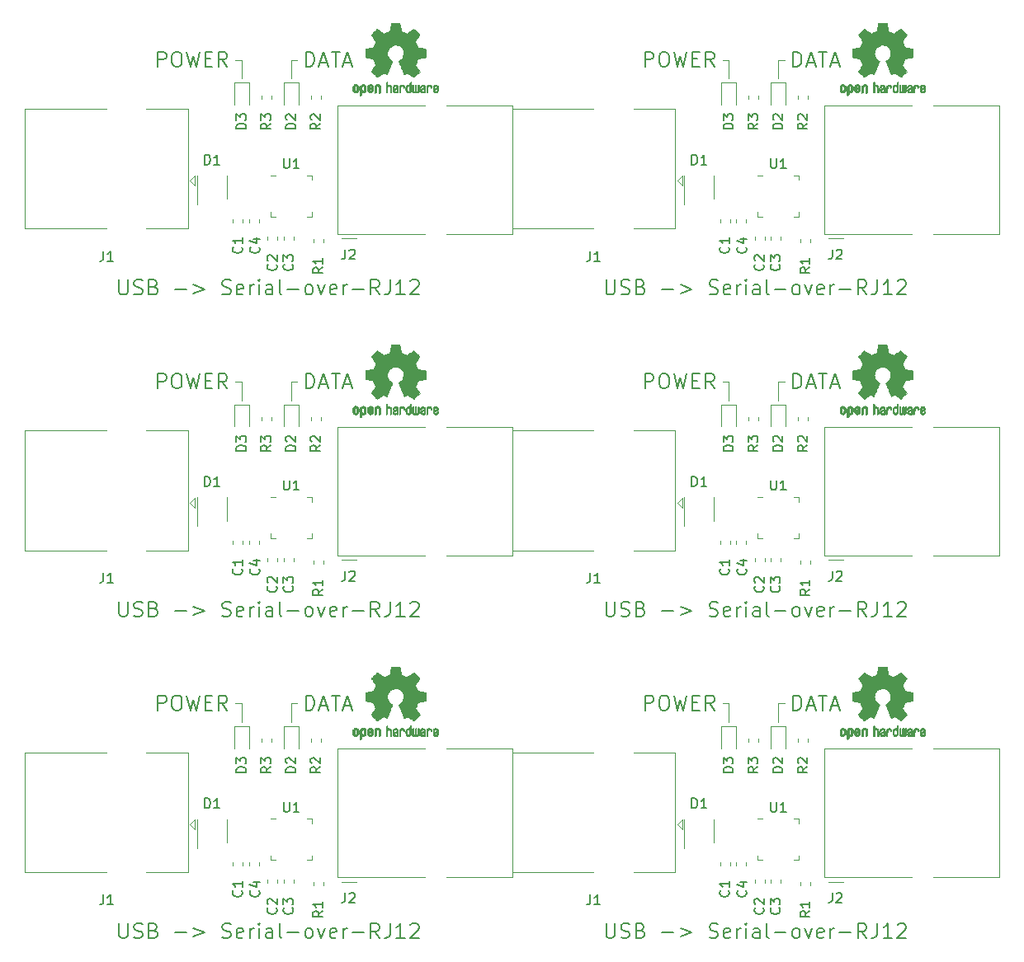
<source format=gbr>
G04 #@! TF.GenerationSoftware,KiCad,Pcbnew,5.1.3-ffb9f22~84~ubuntu16.04.1*
G04 #@! TF.CreationDate,2019-08-12T11:52:22-04:00*
G04 #@! TF.ProjectId,usb-serial-interface_panelized,7573622d-7365-4726-9961-6c2d696e7465,rev?*
G04 #@! TF.SameCoordinates,Original*
G04 #@! TF.FileFunction,Legend,Top*
G04 #@! TF.FilePolarity,Positive*
%FSLAX46Y46*%
G04 Gerber Fmt 4.6, Leading zero omitted, Abs format (unit mm)*
G04 Created by KiCad (PCBNEW 5.1.3-ffb9f22~84~ubuntu16.04.1) date 2019-08-12 11:52:22*
%MOMM*%
%LPD*%
G04 APERTURE LIST*
%ADD10C,0.177800*%
%ADD11C,0.120000*%
%ADD12C,0.100000*%
%ADD13C,0.010000*%
%ADD14C,0.150000*%
G04 APERTURE END LIST*
D10*
X142975287Y-136004432D02*
X142975287Y-134480432D01*
X143555859Y-134480432D01*
X143701002Y-134553004D01*
X143773573Y-134625575D01*
X143846144Y-134770718D01*
X143846144Y-134988432D01*
X143773573Y-135133575D01*
X143701002Y-135206146D01*
X143555859Y-135278718D01*
X142975287Y-135278718D01*
X144789573Y-134480432D02*
X145079859Y-134480432D01*
X145225002Y-134553004D01*
X145370144Y-134698146D01*
X145442716Y-134988432D01*
X145442716Y-135496432D01*
X145370144Y-135786718D01*
X145225002Y-135931861D01*
X145079859Y-136004432D01*
X144789573Y-136004432D01*
X144644430Y-135931861D01*
X144499287Y-135786718D01*
X144426716Y-135496432D01*
X144426716Y-134988432D01*
X144499287Y-134698146D01*
X144644430Y-134553004D01*
X144789573Y-134480432D01*
X145950716Y-134480432D02*
X146313573Y-136004432D01*
X146603859Y-134915861D01*
X146894144Y-136004432D01*
X147257002Y-134480432D01*
X147837573Y-135206146D02*
X148345573Y-135206146D01*
X148563287Y-136004432D02*
X147837573Y-136004432D01*
X147837573Y-134480432D01*
X148563287Y-134480432D01*
X150087287Y-136004432D02*
X149579287Y-135278718D01*
X149216430Y-136004432D02*
X149216430Y-134480432D01*
X149797002Y-134480432D01*
X149942144Y-134553004D01*
X150014716Y-134625575D01*
X150087287Y-134770718D01*
X150087287Y-134988432D01*
X150014716Y-135133575D01*
X149942144Y-135206146D01*
X149797002Y-135278718D01*
X149216430Y-135278718D01*
X142975287Y-102954430D02*
X142975287Y-101430430D01*
X143555859Y-101430430D01*
X143701002Y-101503002D01*
X143773573Y-101575573D01*
X143846144Y-101720716D01*
X143846144Y-101938430D01*
X143773573Y-102083573D01*
X143701002Y-102156144D01*
X143555859Y-102228716D01*
X142975287Y-102228716D01*
X144789573Y-101430430D02*
X145079859Y-101430430D01*
X145225002Y-101503002D01*
X145370144Y-101648144D01*
X145442716Y-101938430D01*
X145442716Y-102446430D01*
X145370144Y-102736716D01*
X145225002Y-102881859D01*
X145079859Y-102954430D01*
X144789573Y-102954430D01*
X144644430Y-102881859D01*
X144499287Y-102736716D01*
X144426716Y-102446430D01*
X144426716Y-101938430D01*
X144499287Y-101648144D01*
X144644430Y-101503002D01*
X144789573Y-101430430D01*
X145950716Y-101430430D02*
X146313573Y-102954430D01*
X146603859Y-101865859D01*
X146894144Y-102954430D01*
X147257002Y-101430430D01*
X147837573Y-102156144D02*
X148345573Y-102156144D01*
X148563287Y-102954430D02*
X147837573Y-102954430D01*
X147837573Y-101430430D01*
X148563287Y-101430430D01*
X150087287Y-102954430D02*
X149579287Y-102228716D01*
X149216430Y-102954430D02*
X149216430Y-101430430D01*
X149797002Y-101430430D01*
X149942144Y-101503002D01*
X150014716Y-101575573D01*
X150087287Y-101720716D01*
X150087287Y-101938430D01*
X150014716Y-102083573D01*
X149942144Y-102156144D01*
X149797002Y-102228716D01*
X149216430Y-102228716D01*
X142975287Y-69904428D02*
X142975287Y-68380428D01*
X143555859Y-68380428D01*
X143701002Y-68453000D01*
X143773573Y-68525571D01*
X143846144Y-68670714D01*
X143846144Y-68888428D01*
X143773573Y-69033571D01*
X143701002Y-69106142D01*
X143555859Y-69178714D01*
X142975287Y-69178714D01*
X144789573Y-68380428D02*
X145079859Y-68380428D01*
X145225002Y-68453000D01*
X145370144Y-68598142D01*
X145442716Y-68888428D01*
X145442716Y-69396428D01*
X145370144Y-69686714D01*
X145225002Y-69831857D01*
X145079859Y-69904428D01*
X144789573Y-69904428D01*
X144644430Y-69831857D01*
X144499287Y-69686714D01*
X144426716Y-69396428D01*
X144426716Y-68888428D01*
X144499287Y-68598142D01*
X144644430Y-68453000D01*
X144789573Y-68380428D01*
X145950716Y-68380428D02*
X146313573Y-69904428D01*
X146603859Y-68815857D01*
X146894144Y-69904428D01*
X147257002Y-68380428D01*
X147837573Y-69106142D02*
X148345573Y-69106142D01*
X148563287Y-69904428D02*
X147837573Y-69904428D01*
X147837573Y-68380428D01*
X148563287Y-68380428D01*
X150087287Y-69904428D02*
X149579287Y-69178714D01*
X149216430Y-69904428D02*
X149216430Y-68380428D01*
X149797002Y-68380428D01*
X149942144Y-68453000D01*
X150014716Y-68525571D01*
X150087287Y-68670714D01*
X150087287Y-68888428D01*
X150014716Y-69033571D01*
X149942144Y-69106142D01*
X149797002Y-69178714D01*
X149216430Y-69178714D01*
X93000285Y-136004432D02*
X93000285Y-134480432D01*
X93580857Y-134480432D01*
X93726000Y-134553004D01*
X93798571Y-134625575D01*
X93871142Y-134770718D01*
X93871142Y-134988432D01*
X93798571Y-135133575D01*
X93726000Y-135206146D01*
X93580857Y-135278718D01*
X93000285Y-135278718D01*
X94814571Y-134480432D02*
X95104857Y-134480432D01*
X95250000Y-134553004D01*
X95395142Y-134698146D01*
X95467714Y-134988432D01*
X95467714Y-135496432D01*
X95395142Y-135786718D01*
X95250000Y-135931861D01*
X95104857Y-136004432D01*
X94814571Y-136004432D01*
X94669428Y-135931861D01*
X94524285Y-135786718D01*
X94451714Y-135496432D01*
X94451714Y-134988432D01*
X94524285Y-134698146D01*
X94669428Y-134553004D01*
X94814571Y-134480432D01*
X95975714Y-134480432D02*
X96338571Y-136004432D01*
X96628857Y-134915861D01*
X96919142Y-136004432D01*
X97282000Y-134480432D01*
X97862571Y-135206146D02*
X98370571Y-135206146D01*
X98588285Y-136004432D02*
X97862571Y-136004432D01*
X97862571Y-134480432D01*
X98588285Y-134480432D01*
X100112285Y-136004432D02*
X99604285Y-135278718D01*
X99241428Y-136004432D02*
X99241428Y-134480432D01*
X99822000Y-134480432D01*
X99967142Y-134553004D01*
X100039714Y-134625575D01*
X100112285Y-134770718D01*
X100112285Y-134988432D01*
X100039714Y-135133575D01*
X99967142Y-135206146D01*
X99822000Y-135278718D01*
X99241428Y-135278718D01*
X93000285Y-102954430D02*
X93000285Y-101430430D01*
X93580857Y-101430430D01*
X93726000Y-101503002D01*
X93798571Y-101575573D01*
X93871142Y-101720716D01*
X93871142Y-101938430D01*
X93798571Y-102083573D01*
X93726000Y-102156144D01*
X93580857Y-102228716D01*
X93000285Y-102228716D01*
X94814571Y-101430430D02*
X95104857Y-101430430D01*
X95250000Y-101503002D01*
X95395142Y-101648144D01*
X95467714Y-101938430D01*
X95467714Y-102446430D01*
X95395142Y-102736716D01*
X95250000Y-102881859D01*
X95104857Y-102954430D01*
X94814571Y-102954430D01*
X94669428Y-102881859D01*
X94524285Y-102736716D01*
X94451714Y-102446430D01*
X94451714Y-101938430D01*
X94524285Y-101648144D01*
X94669428Y-101503002D01*
X94814571Y-101430430D01*
X95975714Y-101430430D02*
X96338571Y-102954430D01*
X96628857Y-101865859D01*
X96919142Y-102954430D01*
X97282000Y-101430430D01*
X97862571Y-102156144D02*
X98370571Y-102156144D01*
X98588285Y-102954430D02*
X97862571Y-102954430D01*
X97862571Y-101430430D01*
X98588285Y-101430430D01*
X100112285Y-102954430D02*
X99604285Y-102228716D01*
X99241428Y-102954430D02*
X99241428Y-101430430D01*
X99822000Y-101430430D01*
X99967142Y-101503002D01*
X100039714Y-101575573D01*
X100112285Y-101720716D01*
X100112285Y-101938430D01*
X100039714Y-102083573D01*
X99967142Y-102156144D01*
X99822000Y-102228716D01*
X99241428Y-102228716D01*
X158179002Y-136004432D02*
X158179002Y-134480432D01*
X158541859Y-134480432D01*
X158759573Y-134553004D01*
X158904716Y-134698146D01*
X158977287Y-134843289D01*
X159049859Y-135133575D01*
X159049859Y-135351289D01*
X158977287Y-135641575D01*
X158904716Y-135786718D01*
X158759573Y-135931861D01*
X158541859Y-136004432D01*
X158179002Y-136004432D01*
X159630430Y-135569004D02*
X160356144Y-135569004D01*
X159485287Y-136004432D02*
X159993287Y-134480432D01*
X160501287Y-136004432D01*
X160791573Y-134480432D02*
X161662430Y-134480432D01*
X161227002Y-136004432D02*
X161227002Y-134480432D01*
X162097859Y-135569004D02*
X162823573Y-135569004D01*
X161952716Y-136004432D02*
X162460716Y-134480432D01*
X162968716Y-136004432D01*
X158179002Y-102954430D02*
X158179002Y-101430430D01*
X158541859Y-101430430D01*
X158759573Y-101503002D01*
X158904716Y-101648144D01*
X158977287Y-101793287D01*
X159049859Y-102083573D01*
X159049859Y-102301287D01*
X158977287Y-102591573D01*
X158904716Y-102736716D01*
X158759573Y-102881859D01*
X158541859Y-102954430D01*
X158179002Y-102954430D01*
X159630430Y-102519002D02*
X160356144Y-102519002D01*
X159485287Y-102954430D02*
X159993287Y-101430430D01*
X160501287Y-102954430D01*
X160791573Y-101430430D02*
X161662430Y-101430430D01*
X161227002Y-102954430D02*
X161227002Y-101430430D01*
X162097859Y-102519002D02*
X162823573Y-102519002D01*
X161952716Y-102954430D02*
X162460716Y-101430430D01*
X162968716Y-102954430D01*
X158179002Y-69904428D02*
X158179002Y-68380428D01*
X158541859Y-68380428D01*
X158759573Y-68453000D01*
X158904716Y-68598142D01*
X158977287Y-68743285D01*
X159049859Y-69033571D01*
X159049859Y-69251285D01*
X158977287Y-69541571D01*
X158904716Y-69686714D01*
X158759573Y-69831857D01*
X158541859Y-69904428D01*
X158179002Y-69904428D01*
X159630430Y-69469000D02*
X160356144Y-69469000D01*
X159485287Y-69904428D02*
X159993287Y-68380428D01*
X160501287Y-69904428D01*
X160791573Y-68380428D02*
X161662430Y-68380428D01*
X161227002Y-69904428D02*
X161227002Y-68380428D01*
X162097859Y-69469000D02*
X162823573Y-69469000D01*
X161952716Y-69904428D02*
X162460716Y-68380428D01*
X162968716Y-69904428D01*
X108204000Y-136004432D02*
X108204000Y-134480432D01*
X108566857Y-134480432D01*
X108784571Y-134553004D01*
X108929714Y-134698146D01*
X109002285Y-134843289D01*
X109074857Y-135133575D01*
X109074857Y-135351289D01*
X109002285Y-135641575D01*
X108929714Y-135786718D01*
X108784571Y-135931861D01*
X108566857Y-136004432D01*
X108204000Y-136004432D01*
X109655428Y-135569004D02*
X110381142Y-135569004D01*
X109510285Y-136004432D02*
X110018285Y-134480432D01*
X110526285Y-136004432D01*
X110816571Y-134480432D02*
X111687428Y-134480432D01*
X111252000Y-136004432D02*
X111252000Y-134480432D01*
X112122857Y-135569004D02*
X112848571Y-135569004D01*
X111977714Y-136004432D02*
X112485714Y-134480432D01*
X112993714Y-136004432D01*
X108204000Y-102954430D02*
X108204000Y-101430430D01*
X108566857Y-101430430D01*
X108784571Y-101503002D01*
X108929714Y-101648144D01*
X109002285Y-101793287D01*
X109074857Y-102083573D01*
X109074857Y-102301287D01*
X109002285Y-102591573D01*
X108929714Y-102736716D01*
X108784571Y-102881859D01*
X108566857Y-102954430D01*
X108204000Y-102954430D01*
X109655428Y-102519002D02*
X110381142Y-102519002D01*
X109510285Y-102954430D02*
X110018285Y-101430430D01*
X110526285Y-102954430D01*
X110816571Y-101430430D02*
X111687428Y-101430430D01*
X111252000Y-102954430D02*
X111252000Y-101430430D01*
X112122857Y-102519002D02*
X112848571Y-102519002D01*
X111977714Y-102954430D02*
X112485714Y-101430430D01*
X112993714Y-102954430D01*
D11*
X150940002Y-135315004D02*
X151575002Y-135315004D01*
X150940002Y-102265002D02*
X151575002Y-102265002D01*
X150940002Y-69215000D02*
X151575002Y-69215000D01*
X100965000Y-135315004D02*
X101600000Y-135315004D01*
X100965000Y-102265002D02*
X101600000Y-102265002D01*
X151575002Y-135315004D02*
X151575002Y-137220004D01*
X151575002Y-102265002D02*
X151575002Y-104170002D01*
X151575002Y-69215000D02*
X151575002Y-71120000D01*
X101600000Y-135315004D02*
X101600000Y-137220004D01*
X101600000Y-102265002D02*
X101600000Y-104170002D01*
X156655002Y-137220004D02*
X156655002Y-135315004D01*
X156655002Y-104170002D02*
X156655002Y-102265002D01*
X156655002Y-71120000D02*
X156655002Y-69215000D01*
X106680000Y-137220004D02*
X106680000Y-135315004D01*
X106680000Y-104170002D02*
X106680000Y-102265002D01*
X156655002Y-135315004D02*
X157290002Y-135315004D01*
X156655002Y-102265002D02*
X157290002Y-102265002D01*
X156655002Y-69215000D02*
X157290002Y-69215000D01*
X106680000Y-135315004D02*
X107315000Y-135315004D01*
X106680000Y-102265002D02*
X107315000Y-102265002D01*
D10*
X139001144Y-157900432D02*
X139001144Y-159134146D01*
X139073716Y-159279289D01*
X139146287Y-159351861D01*
X139291430Y-159424432D01*
X139581716Y-159424432D01*
X139726859Y-159351861D01*
X139799430Y-159279289D01*
X139872002Y-159134146D01*
X139872002Y-157900432D01*
X140525144Y-159351861D02*
X140742859Y-159424432D01*
X141105716Y-159424432D01*
X141250859Y-159351861D01*
X141323430Y-159279289D01*
X141396002Y-159134146D01*
X141396002Y-158989004D01*
X141323430Y-158843861D01*
X141250859Y-158771289D01*
X141105716Y-158698718D01*
X140815430Y-158626146D01*
X140670287Y-158553575D01*
X140597716Y-158481004D01*
X140525144Y-158335861D01*
X140525144Y-158190718D01*
X140597716Y-158045575D01*
X140670287Y-157973004D01*
X140815430Y-157900432D01*
X141178287Y-157900432D01*
X141396002Y-157973004D01*
X142557144Y-158626146D02*
X142774859Y-158698718D01*
X142847430Y-158771289D01*
X142920002Y-158916432D01*
X142920002Y-159134146D01*
X142847430Y-159279289D01*
X142774859Y-159351861D01*
X142629716Y-159424432D01*
X142049144Y-159424432D01*
X142049144Y-157900432D01*
X142557144Y-157900432D01*
X142702287Y-157973004D01*
X142774859Y-158045575D01*
X142847430Y-158190718D01*
X142847430Y-158335861D01*
X142774859Y-158481004D01*
X142702287Y-158553575D01*
X142557144Y-158626146D01*
X142049144Y-158626146D01*
X144734287Y-158843861D02*
X145895430Y-158843861D01*
X146621144Y-158408432D02*
X147782287Y-158843861D01*
X146621144Y-159279289D01*
X149596573Y-159351861D02*
X149814287Y-159424432D01*
X150177144Y-159424432D01*
X150322287Y-159351861D01*
X150394859Y-159279289D01*
X150467430Y-159134146D01*
X150467430Y-158989004D01*
X150394859Y-158843861D01*
X150322287Y-158771289D01*
X150177144Y-158698718D01*
X149886859Y-158626146D01*
X149741716Y-158553575D01*
X149669144Y-158481004D01*
X149596573Y-158335861D01*
X149596573Y-158190718D01*
X149669144Y-158045575D01*
X149741716Y-157973004D01*
X149886859Y-157900432D01*
X150249716Y-157900432D01*
X150467430Y-157973004D01*
X151701144Y-159351861D02*
X151556002Y-159424432D01*
X151265716Y-159424432D01*
X151120573Y-159351861D01*
X151048002Y-159206718D01*
X151048002Y-158626146D01*
X151120573Y-158481004D01*
X151265716Y-158408432D01*
X151556002Y-158408432D01*
X151701144Y-158481004D01*
X151773716Y-158626146D01*
X151773716Y-158771289D01*
X151048002Y-158916432D01*
X152426859Y-159424432D02*
X152426859Y-158408432D01*
X152426859Y-158698718D02*
X152499430Y-158553575D01*
X152572002Y-158481004D01*
X152717144Y-158408432D01*
X152862287Y-158408432D01*
X153370287Y-159424432D02*
X153370287Y-158408432D01*
X153370287Y-157900432D02*
X153297716Y-157973004D01*
X153370287Y-158045575D01*
X153442859Y-157973004D01*
X153370287Y-157900432D01*
X153370287Y-158045575D01*
X154749144Y-159424432D02*
X154749144Y-158626146D01*
X154676573Y-158481004D01*
X154531430Y-158408432D01*
X154241144Y-158408432D01*
X154096002Y-158481004D01*
X154749144Y-159351861D02*
X154604002Y-159424432D01*
X154241144Y-159424432D01*
X154096002Y-159351861D01*
X154023430Y-159206718D01*
X154023430Y-159061575D01*
X154096002Y-158916432D01*
X154241144Y-158843861D01*
X154604002Y-158843861D01*
X154749144Y-158771289D01*
X155692573Y-159424432D02*
X155547430Y-159351861D01*
X155474859Y-159206718D01*
X155474859Y-157900432D01*
X156273144Y-158843861D02*
X157434287Y-158843861D01*
X158377716Y-159424432D02*
X158232573Y-159351861D01*
X158160001Y-159279289D01*
X158087430Y-159134146D01*
X158087430Y-158698718D01*
X158160001Y-158553575D01*
X158232573Y-158481004D01*
X158377716Y-158408432D01*
X158595430Y-158408432D01*
X158740573Y-158481004D01*
X158813144Y-158553575D01*
X158885716Y-158698718D01*
X158885716Y-159134146D01*
X158813144Y-159279289D01*
X158740573Y-159351861D01*
X158595430Y-159424432D01*
X158377716Y-159424432D01*
X159393716Y-158408432D02*
X159756573Y-159424432D01*
X160119430Y-158408432D01*
X161280573Y-159351861D02*
X161135430Y-159424432D01*
X160845144Y-159424432D01*
X160700001Y-159351861D01*
X160627430Y-159206718D01*
X160627430Y-158626146D01*
X160700001Y-158481004D01*
X160845144Y-158408432D01*
X161135430Y-158408432D01*
X161280573Y-158481004D01*
X161353144Y-158626146D01*
X161353144Y-158771289D01*
X160627430Y-158916432D01*
X162006287Y-159424432D02*
X162006287Y-158408432D01*
X162006287Y-158698718D02*
X162078859Y-158553575D01*
X162151430Y-158481004D01*
X162296573Y-158408432D01*
X162441716Y-158408432D01*
X162949716Y-158843861D02*
X164110859Y-158843861D01*
X165707430Y-159424432D02*
X165199430Y-158698718D01*
X164836573Y-159424432D02*
X164836573Y-157900432D01*
X165417144Y-157900432D01*
X165562287Y-157973004D01*
X165634859Y-158045575D01*
X165707430Y-158190718D01*
X165707430Y-158408432D01*
X165634859Y-158553575D01*
X165562287Y-158626146D01*
X165417144Y-158698718D01*
X164836573Y-158698718D01*
X166796001Y-157900432D02*
X166796001Y-158989004D01*
X166723430Y-159206718D01*
X166578287Y-159351861D01*
X166360573Y-159424432D01*
X166215430Y-159424432D01*
X168320001Y-159424432D02*
X167449144Y-159424432D01*
X167884573Y-159424432D02*
X167884573Y-157900432D01*
X167739430Y-158118146D01*
X167594287Y-158263289D01*
X167449144Y-158335861D01*
X168900573Y-158045575D02*
X168973144Y-157973004D01*
X169118287Y-157900432D01*
X169481144Y-157900432D01*
X169626287Y-157973004D01*
X169698859Y-158045575D01*
X169771430Y-158190718D01*
X169771430Y-158335861D01*
X169698859Y-158553575D01*
X168828001Y-159424432D01*
X169771430Y-159424432D01*
X139001144Y-124850430D02*
X139001144Y-126084144D01*
X139073716Y-126229287D01*
X139146287Y-126301859D01*
X139291430Y-126374430D01*
X139581716Y-126374430D01*
X139726859Y-126301859D01*
X139799430Y-126229287D01*
X139872002Y-126084144D01*
X139872002Y-124850430D01*
X140525144Y-126301859D02*
X140742859Y-126374430D01*
X141105716Y-126374430D01*
X141250859Y-126301859D01*
X141323430Y-126229287D01*
X141396002Y-126084144D01*
X141396002Y-125939002D01*
X141323430Y-125793859D01*
X141250859Y-125721287D01*
X141105716Y-125648716D01*
X140815430Y-125576144D01*
X140670287Y-125503573D01*
X140597716Y-125431002D01*
X140525144Y-125285859D01*
X140525144Y-125140716D01*
X140597716Y-124995573D01*
X140670287Y-124923002D01*
X140815430Y-124850430D01*
X141178287Y-124850430D01*
X141396002Y-124923002D01*
X142557144Y-125576144D02*
X142774859Y-125648716D01*
X142847430Y-125721287D01*
X142920002Y-125866430D01*
X142920002Y-126084144D01*
X142847430Y-126229287D01*
X142774859Y-126301859D01*
X142629716Y-126374430D01*
X142049144Y-126374430D01*
X142049144Y-124850430D01*
X142557144Y-124850430D01*
X142702287Y-124923002D01*
X142774859Y-124995573D01*
X142847430Y-125140716D01*
X142847430Y-125285859D01*
X142774859Y-125431002D01*
X142702287Y-125503573D01*
X142557144Y-125576144D01*
X142049144Y-125576144D01*
X144734287Y-125793859D02*
X145895430Y-125793859D01*
X146621144Y-125358430D02*
X147782287Y-125793859D01*
X146621144Y-126229287D01*
X149596573Y-126301859D02*
X149814287Y-126374430D01*
X150177144Y-126374430D01*
X150322287Y-126301859D01*
X150394859Y-126229287D01*
X150467430Y-126084144D01*
X150467430Y-125939002D01*
X150394859Y-125793859D01*
X150322287Y-125721287D01*
X150177144Y-125648716D01*
X149886859Y-125576144D01*
X149741716Y-125503573D01*
X149669144Y-125431002D01*
X149596573Y-125285859D01*
X149596573Y-125140716D01*
X149669144Y-124995573D01*
X149741716Y-124923002D01*
X149886859Y-124850430D01*
X150249716Y-124850430D01*
X150467430Y-124923002D01*
X151701144Y-126301859D02*
X151556002Y-126374430D01*
X151265716Y-126374430D01*
X151120573Y-126301859D01*
X151048002Y-126156716D01*
X151048002Y-125576144D01*
X151120573Y-125431002D01*
X151265716Y-125358430D01*
X151556002Y-125358430D01*
X151701144Y-125431002D01*
X151773716Y-125576144D01*
X151773716Y-125721287D01*
X151048002Y-125866430D01*
X152426859Y-126374430D02*
X152426859Y-125358430D01*
X152426859Y-125648716D02*
X152499430Y-125503573D01*
X152572002Y-125431002D01*
X152717144Y-125358430D01*
X152862287Y-125358430D01*
X153370287Y-126374430D02*
X153370287Y-125358430D01*
X153370287Y-124850430D02*
X153297716Y-124923002D01*
X153370287Y-124995573D01*
X153442859Y-124923002D01*
X153370287Y-124850430D01*
X153370287Y-124995573D01*
X154749144Y-126374430D02*
X154749144Y-125576144D01*
X154676573Y-125431002D01*
X154531430Y-125358430D01*
X154241144Y-125358430D01*
X154096002Y-125431002D01*
X154749144Y-126301859D02*
X154604002Y-126374430D01*
X154241144Y-126374430D01*
X154096002Y-126301859D01*
X154023430Y-126156716D01*
X154023430Y-126011573D01*
X154096002Y-125866430D01*
X154241144Y-125793859D01*
X154604002Y-125793859D01*
X154749144Y-125721287D01*
X155692573Y-126374430D02*
X155547430Y-126301859D01*
X155474859Y-126156716D01*
X155474859Y-124850430D01*
X156273144Y-125793859D02*
X157434287Y-125793859D01*
X158377716Y-126374430D02*
X158232573Y-126301859D01*
X158160001Y-126229287D01*
X158087430Y-126084144D01*
X158087430Y-125648716D01*
X158160001Y-125503573D01*
X158232573Y-125431002D01*
X158377716Y-125358430D01*
X158595430Y-125358430D01*
X158740573Y-125431002D01*
X158813144Y-125503573D01*
X158885716Y-125648716D01*
X158885716Y-126084144D01*
X158813144Y-126229287D01*
X158740573Y-126301859D01*
X158595430Y-126374430D01*
X158377716Y-126374430D01*
X159393716Y-125358430D02*
X159756573Y-126374430D01*
X160119430Y-125358430D01*
X161280573Y-126301859D02*
X161135430Y-126374430D01*
X160845144Y-126374430D01*
X160700001Y-126301859D01*
X160627430Y-126156716D01*
X160627430Y-125576144D01*
X160700001Y-125431002D01*
X160845144Y-125358430D01*
X161135430Y-125358430D01*
X161280573Y-125431002D01*
X161353144Y-125576144D01*
X161353144Y-125721287D01*
X160627430Y-125866430D01*
X162006287Y-126374430D02*
X162006287Y-125358430D01*
X162006287Y-125648716D02*
X162078859Y-125503573D01*
X162151430Y-125431002D01*
X162296573Y-125358430D01*
X162441716Y-125358430D01*
X162949716Y-125793859D02*
X164110859Y-125793859D01*
X165707430Y-126374430D02*
X165199430Y-125648716D01*
X164836573Y-126374430D02*
X164836573Y-124850430D01*
X165417144Y-124850430D01*
X165562287Y-124923002D01*
X165634859Y-124995573D01*
X165707430Y-125140716D01*
X165707430Y-125358430D01*
X165634859Y-125503573D01*
X165562287Y-125576144D01*
X165417144Y-125648716D01*
X164836573Y-125648716D01*
X166796001Y-124850430D02*
X166796001Y-125939002D01*
X166723430Y-126156716D01*
X166578287Y-126301859D01*
X166360573Y-126374430D01*
X166215430Y-126374430D01*
X168320001Y-126374430D02*
X167449144Y-126374430D01*
X167884573Y-126374430D02*
X167884573Y-124850430D01*
X167739430Y-125068144D01*
X167594287Y-125213287D01*
X167449144Y-125285859D01*
X168900573Y-124995573D02*
X168973144Y-124923002D01*
X169118287Y-124850430D01*
X169481144Y-124850430D01*
X169626287Y-124923002D01*
X169698859Y-124995573D01*
X169771430Y-125140716D01*
X169771430Y-125285859D01*
X169698859Y-125503573D01*
X168828001Y-126374430D01*
X169771430Y-126374430D01*
X139001144Y-91800428D02*
X139001144Y-93034142D01*
X139073716Y-93179285D01*
X139146287Y-93251857D01*
X139291430Y-93324428D01*
X139581716Y-93324428D01*
X139726859Y-93251857D01*
X139799430Y-93179285D01*
X139872002Y-93034142D01*
X139872002Y-91800428D01*
X140525144Y-93251857D02*
X140742859Y-93324428D01*
X141105716Y-93324428D01*
X141250859Y-93251857D01*
X141323430Y-93179285D01*
X141396002Y-93034142D01*
X141396002Y-92889000D01*
X141323430Y-92743857D01*
X141250859Y-92671285D01*
X141105716Y-92598714D01*
X140815430Y-92526142D01*
X140670287Y-92453571D01*
X140597716Y-92381000D01*
X140525144Y-92235857D01*
X140525144Y-92090714D01*
X140597716Y-91945571D01*
X140670287Y-91873000D01*
X140815430Y-91800428D01*
X141178287Y-91800428D01*
X141396002Y-91873000D01*
X142557144Y-92526142D02*
X142774859Y-92598714D01*
X142847430Y-92671285D01*
X142920002Y-92816428D01*
X142920002Y-93034142D01*
X142847430Y-93179285D01*
X142774859Y-93251857D01*
X142629716Y-93324428D01*
X142049144Y-93324428D01*
X142049144Y-91800428D01*
X142557144Y-91800428D01*
X142702287Y-91873000D01*
X142774859Y-91945571D01*
X142847430Y-92090714D01*
X142847430Y-92235857D01*
X142774859Y-92381000D01*
X142702287Y-92453571D01*
X142557144Y-92526142D01*
X142049144Y-92526142D01*
X144734287Y-92743857D02*
X145895430Y-92743857D01*
X146621144Y-92308428D02*
X147782287Y-92743857D01*
X146621144Y-93179285D01*
X149596573Y-93251857D02*
X149814287Y-93324428D01*
X150177144Y-93324428D01*
X150322287Y-93251857D01*
X150394859Y-93179285D01*
X150467430Y-93034142D01*
X150467430Y-92889000D01*
X150394859Y-92743857D01*
X150322287Y-92671285D01*
X150177144Y-92598714D01*
X149886859Y-92526142D01*
X149741716Y-92453571D01*
X149669144Y-92381000D01*
X149596573Y-92235857D01*
X149596573Y-92090714D01*
X149669144Y-91945571D01*
X149741716Y-91873000D01*
X149886859Y-91800428D01*
X150249716Y-91800428D01*
X150467430Y-91873000D01*
X151701144Y-93251857D02*
X151556002Y-93324428D01*
X151265716Y-93324428D01*
X151120573Y-93251857D01*
X151048002Y-93106714D01*
X151048002Y-92526142D01*
X151120573Y-92381000D01*
X151265716Y-92308428D01*
X151556002Y-92308428D01*
X151701144Y-92381000D01*
X151773716Y-92526142D01*
X151773716Y-92671285D01*
X151048002Y-92816428D01*
X152426859Y-93324428D02*
X152426859Y-92308428D01*
X152426859Y-92598714D02*
X152499430Y-92453571D01*
X152572002Y-92381000D01*
X152717144Y-92308428D01*
X152862287Y-92308428D01*
X153370287Y-93324428D02*
X153370287Y-92308428D01*
X153370287Y-91800428D02*
X153297716Y-91873000D01*
X153370287Y-91945571D01*
X153442859Y-91873000D01*
X153370287Y-91800428D01*
X153370287Y-91945571D01*
X154749144Y-93324428D02*
X154749144Y-92526142D01*
X154676573Y-92381000D01*
X154531430Y-92308428D01*
X154241144Y-92308428D01*
X154096002Y-92381000D01*
X154749144Y-93251857D02*
X154604002Y-93324428D01*
X154241144Y-93324428D01*
X154096002Y-93251857D01*
X154023430Y-93106714D01*
X154023430Y-92961571D01*
X154096002Y-92816428D01*
X154241144Y-92743857D01*
X154604002Y-92743857D01*
X154749144Y-92671285D01*
X155692573Y-93324428D02*
X155547430Y-93251857D01*
X155474859Y-93106714D01*
X155474859Y-91800428D01*
X156273144Y-92743857D02*
X157434287Y-92743857D01*
X158377716Y-93324428D02*
X158232573Y-93251857D01*
X158160001Y-93179285D01*
X158087430Y-93034142D01*
X158087430Y-92598714D01*
X158160001Y-92453571D01*
X158232573Y-92381000D01*
X158377716Y-92308428D01*
X158595430Y-92308428D01*
X158740573Y-92381000D01*
X158813144Y-92453571D01*
X158885716Y-92598714D01*
X158885716Y-93034142D01*
X158813144Y-93179285D01*
X158740573Y-93251857D01*
X158595430Y-93324428D01*
X158377716Y-93324428D01*
X159393716Y-92308428D02*
X159756573Y-93324428D01*
X160119430Y-92308428D01*
X161280573Y-93251857D02*
X161135430Y-93324428D01*
X160845144Y-93324428D01*
X160700001Y-93251857D01*
X160627430Y-93106714D01*
X160627430Y-92526142D01*
X160700001Y-92381000D01*
X160845144Y-92308428D01*
X161135430Y-92308428D01*
X161280573Y-92381000D01*
X161353144Y-92526142D01*
X161353144Y-92671285D01*
X160627430Y-92816428D01*
X162006287Y-93324428D02*
X162006287Y-92308428D01*
X162006287Y-92598714D02*
X162078859Y-92453571D01*
X162151430Y-92381000D01*
X162296573Y-92308428D01*
X162441716Y-92308428D01*
X162949716Y-92743857D02*
X164110859Y-92743857D01*
X165707430Y-93324428D02*
X165199430Y-92598714D01*
X164836573Y-93324428D02*
X164836573Y-91800428D01*
X165417144Y-91800428D01*
X165562287Y-91873000D01*
X165634859Y-91945571D01*
X165707430Y-92090714D01*
X165707430Y-92308428D01*
X165634859Y-92453571D01*
X165562287Y-92526142D01*
X165417144Y-92598714D01*
X164836573Y-92598714D01*
X166796001Y-91800428D02*
X166796001Y-92889000D01*
X166723430Y-93106714D01*
X166578287Y-93251857D01*
X166360573Y-93324428D01*
X166215430Y-93324428D01*
X168320001Y-93324428D02*
X167449144Y-93324428D01*
X167884573Y-93324428D02*
X167884573Y-91800428D01*
X167739430Y-92018142D01*
X167594287Y-92163285D01*
X167449144Y-92235857D01*
X168900573Y-91945571D02*
X168973144Y-91873000D01*
X169118287Y-91800428D01*
X169481144Y-91800428D01*
X169626287Y-91873000D01*
X169698859Y-91945571D01*
X169771430Y-92090714D01*
X169771430Y-92235857D01*
X169698859Y-92453571D01*
X168828001Y-93324428D01*
X169771430Y-93324428D01*
X89026142Y-157900432D02*
X89026142Y-159134146D01*
X89098714Y-159279289D01*
X89171285Y-159351861D01*
X89316428Y-159424432D01*
X89606714Y-159424432D01*
X89751857Y-159351861D01*
X89824428Y-159279289D01*
X89897000Y-159134146D01*
X89897000Y-157900432D01*
X90550142Y-159351861D02*
X90767857Y-159424432D01*
X91130714Y-159424432D01*
X91275857Y-159351861D01*
X91348428Y-159279289D01*
X91421000Y-159134146D01*
X91421000Y-158989004D01*
X91348428Y-158843861D01*
X91275857Y-158771289D01*
X91130714Y-158698718D01*
X90840428Y-158626146D01*
X90695285Y-158553575D01*
X90622714Y-158481004D01*
X90550142Y-158335861D01*
X90550142Y-158190718D01*
X90622714Y-158045575D01*
X90695285Y-157973004D01*
X90840428Y-157900432D01*
X91203285Y-157900432D01*
X91421000Y-157973004D01*
X92582142Y-158626146D02*
X92799857Y-158698718D01*
X92872428Y-158771289D01*
X92945000Y-158916432D01*
X92945000Y-159134146D01*
X92872428Y-159279289D01*
X92799857Y-159351861D01*
X92654714Y-159424432D01*
X92074142Y-159424432D01*
X92074142Y-157900432D01*
X92582142Y-157900432D01*
X92727285Y-157973004D01*
X92799857Y-158045575D01*
X92872428Y-158190718D01*
X92872428Y-158335861D01*
X92799857Y-158481004D01*
X92727285Y-158553575D01*
X92582142Y-158626146D01*
X92074142Y-158626146D01*
X94759285Y-158843861D02*
X95920428Y-158843861D01*
X96646142Y-158408432D02*
X97807285Y-158843861D01*
X96646142Y-159279289D01*
X99621571Y-159351861D02*
X99839285Y-159424432D01*
X100202142Y-159424432D01*
X100347285Y-159351861D01*
X100419857Y-159279289D01*
X100492428Y-159134146D01*
X100492428Y-158989004D01*
X100419857Y-158843861D01*
X100347285Y-158771289D01*
X100202142Y-158698718D01*
X99911857Y-158626146D01*
X99766714Y-158553575D01*
X99694142Y-158481004D01*
X99621571Y-158335861D01*
X99621571Y-158190718D01*
X99694142Y-158045575D01*
X99766714Y-157973004D01*
X99911857Y-157900432D01*
X100274714Y-157900432D01*
X100492428Y-157973004D01*
X101726142Y-159351861D02*
X101581000Y-159424432D01*
X101290714Y-159424432D01*
X101145571Y-159351861D01*
X101073000Y-159206718D01*
X101073000Y-158626146D01*
X101145571Y-158481004D01*
X101290714Y-158408432D01*
X101581000Y-158408432D01*
X101726142Y-158481004D01*
X101798714Y-158626146D01*
X101798714Y-158771289D01*
X101073000Y-158916432D01*
X102451857Y-159424432D02*
X102451857Y-158408432D01*
X102451857Y-158698718D02*
X102524428Y-158553575D01*
X102597000Y-158481004D01*
X102742142Y-158408432D01*
X102887285Y-158408432D01*
X103395285Y-159424432D02*
X103395285Y-158408432D01*
X103395285Y-157900432D02*
X103322714Y-157973004D01*
X103395285Y-158045575D01*
X103467857Y-157973004D01*
X103395285Y-157900432D01*
X103395285Y-158045575D01*
X104774142Y-159424432D02*
X104774142Y-158626146D01*
X104701571Y-158481004D01*
X104556428Y-158408432D01*
X104266142Y-158408432D01*
X104121000Y-158481004D01*
X104774142Y-159351861D02*
X104629000Y-159424432D01*
X104266142Y-159424432D01*
X104121000Y-159351861D01*
X104048428Y-159206718D01*
X104048428Y-159061575D01*
X104121000Y-158916432D01*
X104266142Y-158843861D01*
X104629000Y-158843861D01*
X104774142Y-158771289D01*
X105717571Y-159424432D02*
X105572428Y-159351861D01*
X105499857Y-159206718D01*
X105499857Y-157900432D01*
X106298142Y-158843861D02*
X107459285Y-158843861D01*
X108402714Y-159424432D02*
X108257571Y-159351861D01*
X108185000Y-159279289D01*
X108112428Y-159134146D01*
X108112428Y-158698718D01*
X108185000Y-158553575D01*
X108257571Y-158481004D01*
X108402714Y-158408432D01*
X108620428Y-158408432D01*
X108765571Y-158481004D01*
X108838142Y-158553575D01*
X108910714Y-158698718D01*
X108910714Y-159134146D01*
X108838142Y-159279289D01*
X108765571Y-159351861D01*
X108620428Y-159424432D01*
X108402714Y-159424432D01*
X109418714Y-158408432D02*
X109781571Y-159424432D01*
X110144428Y-158408432D01*
X111305571Y-159351861D02*
X111160428Y-159424432D01*
X110870142Y-159424432D01*
X110725000Y-159351861D01*
X110652428Y-159206718D01*
X110652428Y-158626146D01*
X110725000Y-158481004D01*
X110870142Y-158408432D01*
X111160428Y-158408432D01*
X111305571Y-158481004D01*
X111378142Y-158626146D01*
X111378142Y-158771289D01*
X110652428Y-158916432D01*
X112031285Y-159424432D02*
X112031285Y-158408432D01*
X112031285Y-158698718D02*
X112103857Y-158553575D01*
X112176428Y-158481004D01*
X112321571Y-158408432D01*
X112466714Y-158408432D01*
X112974714Y-158843861D02*
X114135857Y-158843861D01*
X115732428Y-159424432D02*
X115224428Y-158698718D01*
X114861571Y-159424432D02*
X114861571Y-157900432D01*
X115442142Y-157900432D01*
X115587285Y-157973004D01*
X115659857Y-158045575D01*
X115732428Y-158190718D01*
X115732428Y-158408432D01*
X115659857Y-158553575D01*
X115587285Y-158626146D01*
X115442142Y-158698718D01*
X114861571Y-158698718D01*
X116821000Y-157900432D02*
X116821000Y-158989004D01*
X116748428Y-159206718D01*
X116603285Y-159351861D01*
X116385571Y-159424432D01*
X116240428Y-159424432D01*
X118345000Y-159424432D02*
X117474142Y-159424432D01*
X117909571Y-159424432D02*
X117909571Y-157900432D01*
X117764428Y-158118146D01*
X117619285Y-158263289D01*
X117474142Y-158335861D01*
X118925571Y-158045575D02*
X118998142Y-157973004D01*
X119143285Y-157900432D01*
X119506142Y-157900432D01*
X119651285Y-157973004D01*
X119723857Y-158045575D01*
X119796428Y-158190718D01*
X119796428Y-158335861D01*
X119723857Y-158553575D01*
X118853000Y-159424432D01*
X119796428Y-159424432D01*
X89026142Y-124850430D02*
X89026142Y-126084144D01*
X89098714Y-126229287D01*
X89171285Y-126301859D01*
X89316428Y-126374430D01*
X89606714Y-126374430D01*
X89751857Y-126301859D01*
X89824428Y-126229287D01*
X89897000Y-126084144D01*
X89897000Y-124850430D01*
X90550142Y-126301859D02*
X90767857Y-126374430D01*
X91130714Y-126374430D01*
X91275857Y-126301859D01*
X91348428Y-126229287D01*
X91421000Y-126084144D01*
X91421000Y-125939002D01*
X91348428Y-125793859D01*
X91275857Y-125721287D01*
X91130714Y-125648716D01*
X90840428Y-125576144D01*
X90695285Y-125503573D01*
X90622714Y-125431002D01*
X90550142Y-125285859D01*
X90550142Y-125140716D01*
X90622714Y-124995573D01*
X90695285Y-124923002D01*
X90840428Y-124850430D01*
X91203285Y-124850430D01*
X91421000Y-124923002D01*
X92582142Y-125576144D02*
X92799857Y-125648716D01*
X92872428Y-125721287D01*
X92945000Y-125866430D01*
X92945000Y-126084144D01*
X92872428Y-126229287D01*
X92799857Y-126301859D01*
X92654714Y-126374430D01*
X92074142Y-126374430D01*
X92074142Y-124850430D01*
X92582142Y-124850430D01*
X92727285Y-124923002D01*
X92799857Y-124995573D01*
X92872428Y-125140716D01*
X92872428Y-125285859D01*
X92799857Y-125431002D01*
X92727285Y-125503573D01*
X92582142Y-125576144D01*
X92074142Y-125576144D01*
X94759285Y-125793859D02*
X95920428Y-125793859D01*
X96646142Y-125358430D02*
X97807285Y-125793859D01*
X96646142Y-126229287D01*
X99621571Y-126301859D02*
X99839285Y-126374430D01*
X100202142Y-126374430D01*
X100347285Y-126301859D01*
X100419857Y-126229287D01*
X100492428Y-126084144D01*
X100492428Y-125939002D01*
X100419857Y-125793859D01*
X100347285Y-125721287D01*
X100202142Y-125648716D01*
X99911857Y-125576144D01*
X99766714Y-125503573D01*
X99694142Y-125431002D01*
X99621571Y-125285859D01*
X99621571Y-125140716D01*
X99694142Y-124995573D01*
X99766714Y-124923002D01*
X99911857Y-124850430D01*
X100274714Y-124850430D01*
X100492428Y-124923002D01*
X101726142Y-126301859D02*
X101581000Y-126374430D01*
X101290714Y-126374430D01*
X101145571Y-126301859D01*
X101073000Y-126156716D01*
X101073000Y-125576144D01*
X101145571Y-125431002D01*
X101290714Y-125358430D01*
X101581000Y-125358430D01*
X101726142Y-125431002D01*
X101798714Y-125576144D01*
X101798714Y-125721287D01*
X101073000Y-125866430D01*
X102451857Y-126374430D02*
X102451857Y-125358430D01*
X102451857Y-125648716D02*
X102524428Y-125503573D01*
X102597000Y-125431002D01*
X102742142Y-125358430D01*
X102887285Y-125358430D01*
X103395285Y-126374430D02*
X103395285Y-125358430D01*
X103395285Y-124850430D02*
X103322714Y-124923002D01*
X103395285Y-124995573D01*
X103467857Y-124923002D01*
X103395285Y-124850430D01*
X103395285Y-124995573D01*
X104774142Y-126374430D02*
X104774142Y-125576144D01*
X104701571Y-125431002D01*
X104556428Y-125358430D01*
X104266142Y-125358430D01*
X104121000Y-125431002D01*
X104774142Y-126301859D02*
X104629000Y-126374430D01*
X104266142Y-126374430D01*
X104121000Y-126301859D01*
X104048428Y-126156716D01*
X104048428Y-126011573D01*
X104121000Y-125866430D01*
X104266142Y-125793859D01*
X104629000Y-125793859D01*
X104774142Y-125721287D01*
X105717571Y-126374430D02*
X105572428Y-126301859D01*
X105499857Y-126156716D01*
X105499857Y-124850430D01*
X106298142Y-125793859D02*
X107459285Y-125793859D01*
X108402714Y-126374430D02*
X108257571Y-126301859D01*
X108185000Y-126229287D01*
X108112428Y-126084144D01*
X108112428Y-125648716D01*
X108185000Y-125503573D01*
X108257571Y-125431002D01*
X108402714Y-125358430D01*
X108620428Y-125358430D01*
X108765571Y-125431002D01*
X108838142Y-125503573D01*
X108910714Y-125648716D01*
X108910714Y-126084144D01*
X108838142Y-126229287D01*
X108765571Y-126301859D01*
X108620428Y-126374430D01*
X108402714Y-126374430D01*
X109418714Y-125358430D02*
X109781571Y-126374430D01*
X110144428Y-125358430D01*
X111305571Y-126301859D02*
X111160428Y-126374430D01*
X110870142Y-126374430D01*
X110725000Y-126301859D01*
X110652428Y-126156716D01*
X110652428Y-125576144D01*
X110725000Y-125431002D01*
X110870142Y-125358430D01*
X111160428Y-125358430D01*
X111305571Y-125431002D01*
X111378142Y-125576144D01*
X111378142Y-125721287D01*
X110652428Y-125866430D01*
X112031285Y-126374430D02*
X112031285Y-125358430D01*
X112031285Y-125648716D02*
X112103857Y-125503573D01*
X112176428Y-125431002D01*
X112321571Y-125358430D01*
X112466714Y-125358430D01*
X112974714Y-125793859D02*
X114135857Y-125793859D01*
X115732428Y-126374430D02*
X115224428Y-125648716D01*
X114861571Y-126374430D02*
X114861571Y-124850430D01*
X115442142Y-124850430D01*
X115587285Y-124923002D01*
X115659857Y-124995573D01*
X115732428Y-125140716D01*
X115732428Y-125358430D01*
X115659857Y-125503573D01*
X115587285Y-125576144D01*
X115442142Y-125648716D01*
X114861571Y-125648716D01*
X116821000Y-124850430D02*
X116821000Y-125939002D01*
X116748428Y-126156716D01*
X116603285Y-126301859D01*
X116385571Y-126374430D01*
X116240428Y-126374430D01*
X118345000Y-126374430D02*
X117474142Y-126374430D01*
X117909571Y-126374430D02*
X117909571Y-124850430D01*
X117764428Y-125068144D01*
X117619285Y-125213287D01*
X117474142Y-125285859D01*
X118925571Y-124995573D02*
X118998142Y-124923002D01*
X119143285Y-124850430D01*
X119506142Y-124850430D01*
X119651285Y-124923002D01*
X119723857Y-124995573D01*
X119796428Y-125140716D01*
X119796428Y-125285859D01*
X119723857Y-125503573D01*
X118853000Y-126374430D01*
X119796428Y-126374430D01*
X89026142Y-91800428D02*
X89026142Y-93034142D01*
X89098714Y-93179285D01*
X89171285Y-93251857D01*
X89316428Y-93324428D01*
X89606714Y-93324428D01*
X89751857Y-93251857D01*
X89824428Y-93179285D01*
X89897000Y-93034142D01*
X89897000Y-91800428D01*
X90550142Y-93251857D02*
X90767857Y-93324428D01*
X91130714Y-93324428D01*
X91275857Y-93251857D01*
X91348428Y-93179285D01*
X91421000Y-93034142D01*
X91421000Y-92889000D01*
X91348428Y-92743857D01*
X91275857Y-92671285D01*
X91130714Y-92598714D01*
X90840428Y-92526142D01*
X90695285Y-92453571D01*
X90622714Y-92381000D01*
X90550142Y-92235857D01*
X90550142Y-92090714D01*
X90622714Y-91945571D01*
X90695285Y-91873000D01*
X90840428Y-91800428D01*
X91203285Y-91800428D01*
X91421000Y-91873000D01*
X92582142Y-92526142D02*
X92799857Y-92598714D01*
X92872428Y-92671285D01*
X92945000Y-92816428D01*
X92945000Y-93034142D01*
X92872428Y-93179285D01*
X92799857Y-93251857D01*
X92654714Y-93324428D01*
X92074142Y-93324428D01*
X92074142Y-91800428D01*
X92582142Y-91800428D01*
X92727285Y-91873000D01*
X92799857Y-91945571D01*
X92872428Y-92090714D01*
X92872428Y-92235857D01*
X92799857Y-92381000D01*
X92727285Y-92453571D01*
X92582142Y-92526142D01*
X92074142Y-92526142D01*
X94759285Y-92743857D02*
X95920428Y-92743857D01*
X96646142Y-92308428D02*
X97807285Y-92743857D01*
X96646142Y-93179285D01*
X99621571Y-93251857D02*
X99839285Y-93324428D01*
X100202142Y-93324428D01*
X100347285Y-93251857D01*
X100419857Y-93179285D01*
X100492428Y-93034142D01*
X100492428Y-92889000D01*
X100419857Y-92743857D01*
X100347285Y-92671285D01*
X100202142Y-92598714D01*
X99911857Y-92526142D01*
X99766714Y-92453571D01*
X99694142Y-92381000D01*
X99621571Y-92235857D01*
X99621571Y-92090714D01*
X99694142Y-91945571D01*
X99766714Y-91873000D01*
X99911857Y-91800428D01*
X100274714Y-91800428D01*
X100492428Y-91873000D01*
X101726142Y-93251857D02*
X101581000Y-93324428D01*
X101290714Y-93324428D01*
X101145571Y-93251857D01*
X101073000Y-93106714D01*
X101073000Y-92526142D01*
X101145571Y-92381000D01*
X101290714Y-92308428D01*
X101581000Y-92308428D01*
X101726142Y-92381000D01*
X101798714Y-92526142D01*
X101798714Y-92671285D01*
X101073000Y-92816428D01*
X102451857Y-93324428D02*
X102451857Y-92308428D01*
X102451857Y-92598714D02*
X102524428Y-92453571D01*
X102597000Y-92381000D01*
X102742142Y-92308428D01*
X102887285Y-92308428D01*
X103395285Y-93324428D02*
X103395285Y-92308428D01*
X103395285Y-91800428D02*
X103322714Y-91873000D01*
X103395285Y-91945571D01*
X103467857Y-91873000D01*
X103395285Y-91800428D01*
X103395285Y-91945571D01*
X104774142Y-93324428D02*
X104774142Y-92526142D01*
X104701571Y-92381000D01*
X104556428Y-92308428D01*
X104266142Y-92308428D01*
X104121000Y-92381000D01*
X104774142Y-93251857D02*
X104629000Y-93324428D01*
X104266142Y-93324428D01*
X104121000Y-93251857D01*
X104048428Y-93106714D01*
X104048428Y-92961571D01*
X104121000Y-92816428D01*
X104266142Y-92743857D01*
X104629000Y-92743857D01*
X104774142Y-92671285D01*
X105717571Y-93324428D02*
X105572428Y-93251857D01*
X105499857Y-93106714D01*
X105499857Y-91800428D01*
X106298142Y-92743857D02*
X107459285Y-92743857D01*
X108402714Y-93324428D02*
X108257571Y-93251857D01*
X108185000Y-93179285D01*
X108112428Y-93034142D01*
X108112428Y-92598714D01*
X108185000Y-92453571D01*
X108257571Y-92381000D01*
X108402714Y-92308428D01*
X108620428Y-92308428D01*
X108765571Y-92381000D01*
X108838142Y-92453571D01*
X108910714Y-92598714D01*
X108910714Y-93034142D01*
X108838142Y-93179285D01*
X108765571Y-93251857D01*
X108620428Y-93324428D01*
X108402714Y-93324428D01*
X109418714Y-92308428D02*
X109781571Y-93324428D01*
X110144428Y-92308428D01*
X111305571Y-93251857D02*
X111160428Y-93324428D01*
X110870142Y-93324428D01*
X110725000Y-93251857D01*
X110652428Y-93106714D01*
X110652428Y-92526142D01*
X110725000Y-92381000D01*
X110870142Y-92308428D01*
X111160428Y-92308428D01*
X111305571Y-92381000D01*
X111378142Y-92526142D01*
X111378142Y-92671285D01*
X110652428Y-92816428D01*
X112031285Y-93324428D02*
X112031285Y-92308428D01*
X112031285Y-92598714D02*
X112103857Y-92453571D01*
X112176428Y-92381000D01*
X112321571Y-92308428D01*
X112466714Y-92308428D01*
X112974714Y-92743857D02*
X114135857Y-92743857D01*
X115732428Y-93324428D02*
X115224428Y-92598714D01*
X114861571Y-93324428D02*
X114861571Y-91800428D01*
X115442142Y-91800428D01*
X115587285Y-91873000D01*
X115659857Y-91945571D01*
X115732428Y-92090714D01*
X115732428Y-92308428D01*
X115659857Y-92453571D01*
X115587285Y-92526142D01*
X115442142Y-92598714D01*
X114861571Y-92598714D01*
X116821000Y-91800428D02*
X116821000Y-92889000D01*
X116748428Y-93106714D01*
X116603285Y-93251857D01*
X116385571Y-93324428D01*
X116240428Y-93324428D01*
X118345000Y-93324428D02*
X117474142Y-93324428D01*
X117909571Y-93324428D02*
X117909571Y-91800428D01*
X117764428Y-92018142D01*
X117619285Y-92163285D01*
X117474142Y-92235857D01*
X118925571Y-91945571D02*
X118998142Y-91873000D01*
X119143285Y-91800428D01*
X119506142Y-91800428D01*
X119651285Y-91873000D01*
X119723857Y-91945571D01*
X119796428Y-92090714D01*
X119796428Y-92235857D01*
X119723857Y-92453571D01*
X118853000Y-93324428D01*
X119796428Y-93324428D01*
D11*
X106680000Y-69215000D02*
X107315000Y-69215000D01*
X106680000Y-71120000D02*
X106680000Y-69215000D01*
X101600000Y-69215000D02*
X101600000Y-71120000D01*
X100965000Y-69215000D02*
X101600000Y-69215000D01*
D10*
X108204000Y-69904428D02*
X108204000Y-68380428D01*
X108566857Y-68380428D01*
X108784571Y-68453000D01*
X108929714Y-68598142D01*
X109002285Y-68743285D01*
X109074857Y-69033571D01*
X109074857Y-69251285D01*
X109002285Y-69541571D01*
X108929714Y-69686714D01*
X108784571Y-69831857D01*
X108566857Y-69904428D01*
X108204000Y-69904428D01*
X109655428Y-69469000D02*
X110381142Y-69469000D01*
X109510285Y-69904428D02*
X110018285Y-68380428D01*
X110526285Y-69904428D01*
X110816571Y-68380428D02*
X111687428Y-68380428D01*
X111252000Y-69904428D02*
X111252000Y-68380428D01*
X112122857Y-69469000D02*
X112848571Y-69469000D01*
X111977714Y-69904428D02*
X112485714Y-68380428D01*
X112993714Y-69904428D01*
X93000285Y-69904428D02*
X93000285Y-68380428D01*
X93580857Y-68380428D01*
X93726000Y-68453000D01*
X93798571Y-68525571D01*
X93871142Y-68670714D01*
X93871142Y-68888428D01*
X93798571Y-69033571D01*
X93726000Y-69106142D01*
X93580857Y-69178714D01*
X93000285Y-69178714D01*
X94814571Y-68380428D02*
X95104857Y-68380428D01*
X95250000Y-68453000D01*
X95395142Y-68598142D01*
X95467714Y-68888428D01*
X95467714Y-69396428D01*
X95395142Y-69686714D01*
X95250000Y-69831857D01*
X95104857Y-69904428D01*
X94814571Y-69904428D01*
X94669428Y-69831857D01*
X94524285Y-69686714D01*
X94451714Y-69396428D01*
X94451714Y-68888428D01*
X94524285Y-68598142D01*
X94669428Y-68453000D01*
X94814571Y-68380428D01*
X95975714Y-68380428D02*
X96338571Y-69904428D01*
X96628857Y-68815857D01*
X96919142Y-69904428D01*
X97282000Y-68380428D01*
X97862571Y-69106142D02*
X98370571Y-69106142D01*
X98588285Y-69904428D02*
X97862571Y-69904428D01*
X97862571Y-68380428D01*
X98588285Y-68380428D01*
X100112285Y-69904428D02*
X99604285Y-69178714D01*
X99241428Y-69904428D02*
X99241428Y-68380428D01*
X99822000Y-68380428D01*
X99967142Y-68453000D01*
X100039714Y-68525571D01*
X100112285Y-68670714D01*
X100112285Y-68888428D01*
X100039714Y-69033571D01*
X99967142Y-69106142D01*
X99822000Y-69178714D01*
X99241428Y-69178714D01*
D11*
X152335002Y-151662225D02*
X152335002Y-151987783D01*
X153355002Y-151662225D02*
X153355002Y-151987783D01*
X152335002Y-118612223D02*
X152335002Y-118937781D01*
X153355002Y-118612223D02*
X153355002Y-118937781D01*
X152335002Y-85562221D02*
X152335002Y-85887779D01*
X153355002Y-85562221D02*
X153355002Y-85887779D01*
X102360000Y-151662225D02*
X102360000Y-151987783D01*
X103380000Y-151662225D02*
X103380000Y-151987783D01*
X102360000Y-118612223D02*
X102360000Y-118937781D01*
X103380000Y-118612223D02*
X103380000Y-118937781D01*
X151704002Y-151662225D02*
X151704002Y-151987783D01*
X150684002Y-151662225D02*
X150684002Y-151987783D01*
X151704002Y-118612223D02*
X151704002Y-118937781D01*
X150684002Y-118612223D02*
X150684002Y-118937781D01*
X151704002Y-85562221D02*
X151704002Y-85887779D01*
X150684002Y-85562221D02*
X150684002Y-85887779D01*
X101729000Y-151662225D02*
X101729000Y-151987783D01*
X100709000Y-151662225D02*
X100709000Y-151987783D01*
X101729000Y-118612223D02*
X101729000Y-118937781D01*
X100709000Y-118612223D02*
X100709000Y-118937781D01*
X155891002Y-153440225D02*
X155891002Y-153765783D01*
X156911002Y-153440225D02*
X156911002Y-153765783D01*
X155891002Y-120390223D02*
X155891002Y-120715781D01*
X156911002Y-120390223D02*
X156911002Y-120715781D01*
X155891002Y-87340221D02*
X155891002Y-87665779D01*
X156911002Y-87340221D02*
X156911002Y-87665779D01*
X105916000Y-153440225D02*
X105916000Y-153765783D01*
X106936000Y-153440225D02*
X106936000Y-153765783D01*
X105916000Y-120390223D02*
X105916000Y-120715781D01*
X106936000Y-120390223D02*
X106936000Y-120715781D01*
X155260002Y-153440225D02*
X155260002Y-153765783D01*
X154240002Y-153440225D02*
X154240002Y-153765783D01*
X155260002Y-120390223D02*
X155260002Y-120715781D01*
X154240002Y-120390223D02*
X154240002Y-120715781D01*
X155260002Y-87340221D02*
X155260002Y-87665779D01*
X154240002Y-87340221D02*
X154240002Y-87665779D01*
X105285000Y-153440225D02*
X105285000Y-153765783D01*
X104265000Y-153440225D02*
X104265000Y-153765783D01*
X105285000Y-120390223D02*
X105285000Y-120715781D01*
X104265000Y-120390223D02*
X104265000Y-120715781D01*
X155020002Y-147175004D02*
X154545002Y-147175004D01*
X158765002Y-151395004D02*
X158765002Y-150920004D01*
X158290002Y-151395004D02*
X158765002Y-151395004D01*
X154545002Y-151395004D02*
X154545002Y-150920004D01*
X155020002Y-151395004D02*
X154545002Y-151395004D01*
X158765002Y-147175004D02*
X158765002Y-147650004D01*
X158290002Y-147175004D02*
X158765002Y-147175004D01*
X155020002Y-114125002D02*
X154545002Y-114125002D01*
X158765002Y-118345002D02*
X158765002Y-117870002D01*
X158290002Y-118345002D02*
X158765002Y-118345002D01*
X154545002Y-118345002D02*
X154545002Y-117870002D01*
X155020002Y-118345002D02*
X154545002Y-118345002D01*
X158765002Y-114125002D02*
X158765002Y-114600002D01*
X158290002Y-114125002D02*
X158765002Y-114125002D01*
X155020002Y-81075000D02*
X154545002Y-81075000D01*
X158765002Y-85295000D02*
X158765002Y-84820000D01*
X158290002Y-85295000D02*
X158765002Y-85295000D01*
X154545002Y-85295000D02*
X154545002Y-84820000D01*
X155020002Y-85295000D02*
X154545002Y-85295000D01*
X158765002Y-81075000D02*
X158765002Y-81550000D01*
X158290002Y-81075000D02*
X158765002Y-81075000D01*
X105045000Y-147175004D02*
X104570000Y-147175004D01*
X108790000Y-151395004D02*
X108790000Y-150920004D01*
X108315000Y-151395004D02*
X108790000Y-151395004D01*
X104570000Y-151395004D02*
X104570000Y-150920004D01*
X105045000Y-151395004D02*
X104570000Y-151395004D01*
X108790000Y-147175004D02*
X108790000Y-147650004D01*
X108315000Y-147175004D02*
X108790000Y-147175004D01*
X105045000Y-114125002D02*
X104570000Y-114125002D01*
X108790000Y-118345002D02*
X108790000Y-117870002D01*
X108315000Y-118345002D02*
X108790000Y-118345002D01*
X104570000Y-118345002D02*
X104570000Y-117870002D01*
X105045000Y-118345002D02*
X104570000Y-118345002D01*
X108790000Y-114125002D02*
X108790000Y-114600002D01*
X108315000Y-114125002D02*
X108790000Y-114125002D01*
X154625002Y-139287783D02*
X154625002Y-138962225D01*
X153605002Y-139287783D02*
X153605002Y-138962225D01*
X154625002Y-106237781D02*
X154625002Y-105912223D01*
X153605002Y-106237781D02*
X153605002Y-105912223D01*
X154625002Y-73187779D02*
X154625002Y-72862221D01*
X153605002Y-73187779D02*
X153605002Y-72862221D01*
X104650000Y-139287783D02*
X104650000Y-138962225D01*
X103630000Y-139287783D02*
X103630000Y-138962225D01*
X104650000Y-106237781D02*
X104650000Y-105912223D01*
X103630000Y-106237781D02*
X103630000Y-105912223D01*
X158685002Y-139287783D02*
X158685002Y-138962225D01*
X159705002Y-139287783D02*
X159705002Y-138962225D01*
X158685002Y-106237781D02*
X158685002Y-105912223D01*
X159705002Y-106237781D02*
X159705002Y-105912223D01*
X158685002Y-73187779D02*
X158685002Y-72862221D01*
X159705002Y-73187779D02*
X159705002Y-72862221D01*
X108710000Y-139287783D02*
X108710000Y-138962225D01*
X109730000Y-139287783D02*
X109730000Y-138962225D01*
X108710000Y-106237781D02*
X108710000Y-105912223D01*
X109730000Y-106237781D02*
X109730000Y-105912223D01*
X159959002Y-154019783D02*
X159959002Y-153694225D01*
X158939002Y-154019783D02*
X158939002Y-153694225D01*
X159959002Y-120969781D02*
X159959002Y-120644223D01*
X158939002Y-120969781D02*
X158939002Y-120644223D01*
X159959002Y-87919779D02*
X159959002Y-87594221D01*
X158939002Y-87919779D02*
X158939002Y-87594221D01*
X109984000Y-154019783D02*
X109984000Y-153694225D01*
X108964000Y-154019783D02*
X108964000Y-153694225D01*
X109984000Y-120969781D02*
X109984000Y-120644223D01*
X108964000Y-120969781D02*
X108964000Y-120644223D01*
X163370002Y-153635004D02*
X161840002Y-153635004D01*
X170390002Y-153165004D02*
X161370002Y-153165004D01*
D12*
X170320002Y-153165004D02*
X170390002Y-153165004D01*
D11*
X179370002Y-153165004D02*
X172590002Y-153165004D01*
X179370002Y-139965004D02*
X179370002Y-153165004D01*
D12*
X179360002Y-139965004D02*
X179370002Y-139965004D01*
D11*
X179370002Y-139965004D02*
X172590002Y-139965004D01*
D12*
X179250002Y-139965004D02*
X179370002Y-139965004D01*
D11*
X161370002Y-139965004D02*
X170390002Y-139965004D01*
X161370002Y-153165004D02*
X161370002Y-139965004D01*
X163370002Y-120585002D02*
X161840002Y-120585002D01*
X170390002Y-120115002D02*
X161370002Y-120115002D01*
D12*
X170320002Y-120115002D02*
X170390002Y-120115002D01*
D11*
X179370002Y-120115002D02*
X172590002Y-120115002D01*
X179370002Y-106915002D02*
X179370002Y-120115002D01*
D12*
X179360002Y-106915002D02*
X179370002Y-106915002D01*
D11*
X179370002Y-106915002D02*
X172590002Y-106915002D01*
D12*
X179250002Y-106915002D02*
X179370002Y-106915002D01*
D11*
X161370002Y-106915002D02*
X170390002Y-106915002D01*
X161370002Y-120115002D02*
X161370002Y-106915002D01*
X163370002Y-87535000D02*
X161840002Y-87535000D01*
X170390002Y-87065000D02*
X161370002Y-87065000D01*
D12*
X170320002Y-87065000D02*
X170390002Y-87065000D01*
D11*
X179370002Y-87065000D02*
X172590002Y-87065000D01*
X179370002Y-73865000D02*
X179370002Y-87065000D01*
D12*
X179360002Y-73865000D02*
X179370002Y-73865000D01*
D11*
X179370002Y-73865000D02*
X172590002Y-73865000D01*
D12*
X179250002Y-73865000D02*
X179370002Y-73865000D01*
D11*
X161370002Y-73865000D02*
X170390002Y-73865000D01*
X161370002Y-87065000D02*
X161370002Y-73865000D01*
X113395000Y-153635004D02*
X111865000Y-153635004D01*
X120415000Y-153165004D02*
X111395000Y-153165004D01*
D12*
X120345000Y-153165004D02*
X120415000Y-153165004D01*
D11*
X129395000Y-153165004D02*
X122615000Y-153165004D01*
X129395000Y-139965004D02*
X129395000Y-153165004D01*
D12*
X129385000Y-139965004D02*
X129395000Y-139965004D01*
D11*
X129395000Y-139965004D02*
X122615000Y-139965004D01*
D12*
X129275000Y-139965004D02*
X129395000Y-139965004D01*
D11*
X111395000Y-139965004D02*
X120415000Y-139965004D01*
X111395000Y-153165004D02*
X111395000Y-139965004D01*
X113395000Y-120585002D02*
X111865000Y-120585002D01*
X120415000Y-120115002D02*
X111395000Y-120115002D01*
D12*
X120345000Y-120115002D02*
X120415000Y-120115002D01*
D11*
X129395000Y-120115002D02*
X122615000Y-120115002D01*
X129395000Y-106915002D02*
X129395000Y-120115002D01*
D12*
X129385000Y-106915002D02*
X129395000Y-106915002D01*
D11*
X129395000Y-106915002D02*
X122615000Y-106915002D01*
D12*
X129275000Y-106915002D02*
X129395000Y-106915002D01*
D11*
X111395000Y-106915002D02*
X120415000Y-106915002D01*
X111395000Y-120115002D02*
X111395000Y-106915002D01*
X141803002Y-152645004D02*
X146063002Y-152645004D01*
X146063002Y-152645004D02*
X146063002Y-140325004D01*
X146063002Y-140325004D02*
X141803002Y-140325004D01*
X137703002Y-152645004D02*
X129343002Y-152645004D01*
X129343002Y-152645004D02*
X129343002Y-140325004D01*
X129343002Y-140325004D02*
X137703002Y-140325004D01*
X146283002Y-147735004D02*
X146783002Y-148235004D01*
X146783002Y-148235004D02*
X146783002Y-147235004D01*
X146783002Y-147235004D02*
X146283002Y-147735004D01*
X141803002Y-119595002D02*
X146063002Y-119595002D01*
X146063002Y-119595002D02*
X146063002Y-107275002D01*
X146063002Y-107275002D02*
X141803002Y-107275002D01*
X137703002Y-119595002D02*
X129343002Y-119595002D01*
X129343002Y-119595002D02*
X129343002Y-107275002D01*
X129343002Y-107275002D02*
X137703002Y-107275002D01*
X146283002Y-114685002D02*
X146783002Y-115185002D01*
X146783002Y-115185002D02*
X146783002Y-114185002D01*
X146783002Y-114185002D02*
X146283002Y-114685002D01*
X141803002Y-86545000D02*
X146063002Y-86545000D01*
X146063002Y-86545000D02*
X146063002Y-74225000D01*
X146063002Y-74225000D02*
X141803002Y-74225000D01*
X137703002Y-86545000D02*
X129343002Y-86545000D01*
X129343002Y-86545000D02*
X129343002Y-74225000D01*
X129343002Y-74225000D02*
X137703002Y-74225000D01*
X146283002Y-81635000D02*
X146783002Y-82135000D01*
X146783002Y-82135000D02*
X146783002Y-81135000D01*
X146783002Y-81135000D02*
X146283002Y-81635000D01*
X91828000Y-152645004D02*
X96088000Y-152645004D01*
X96088000Y-152645004D02*
X96088000Y-140325004D01*
X96088000Y-140325004D02*
X91828000Y-140325004D01*
X87728000Y-152645004D02*
X79368000Y-152645004D01*
X79368000Y-152645004D02*
X79368000Y-140325004D01*
X79368000Y-140325004D02*
X87728000Y-140325004D01*
X96308000Y-147735004D02*
X96808000Y-148235004D01*
X96808000Y-148235004D02*
X96808000Y-147235004D01*
X96808000Y-147235004D02*
X96308000Y-147735004D01*
X91828000Y-119595002D02*
X96088000Y-119595002D01*
X96088000Y-119595002D02*
X96088000Y-107275002D01*
X96088000Y-107275002D02*
X91828000Y-107275002D01*
X87728000Y-119595002D02*
X79368000Y-119595002D01*
X79368000Y-119595002D02*
X79368000Y-107275002D01*
X79368000Y-107275002D02*
X87728000Y-107275002D01*
X96308000Y-114685002D02*
X96808000Y-115185002D01*
X96808000Y-115185002D02*
X96808000Y-114185002D01*
X96808000Y-114185002D02*
X96308000Y-114685002D01*
X152310002Y-139925004D02*
X152310002Y-137640004D01*
X152310002Y-137640004D02*
X150840002Y-137640004D01*
X150840002Y-137640004D02*
X150840002Y-139925004D01*
X152310002Y-106875002D02*
X152310002Y-104590002D01*
X152310002Y-104590002D02*
X150840002Y-104590002D01*
X150840002Y-104590002D02*
X150840002Y-106875002D01*
X152310002Y-73825000D02*
X152310002Y-71540000D01*
X152310002Y-71540000D02*
X150840002Y-71540000D01*
X150840002Y-71540000D02*
X150840002Y-73825000D01*
X102335000Y-139925004D02*
X102335000Y-137640004D01*
X102335000Y-137640004D02*
X100865000Y-137640004D01*
X100865000Y-137640004D02*
X100865000Y-139925004D01*
X102335000Y-106875002D02*
X102335000Y-104590002D01*
X102335000Y-104590002D02*
X100865000Y-104590002D01*
X100865000Y-104590002D02*
X100865000Y-106875002D01*
X155920002Y-137640004D02*
X155920002Y-139925004D01*
X157390002Y-137640004D02*
X155920002Y-137640004D01*
X157390002Y-139925004D02*
X157390002Y-137640004D01*
X155920002Y-104590002D02*
X155920002Y-106875002D01*
X157390002Y-104590002D02*
X155920002Y-104590002D01*
X157390002Y-106875002D02*
X157390002Y-104590002D01*
X155920002Y-71540000D02*
X155920002Y-73825000D01*
X157390002Y-71540000D02*
X155920002Y-71540000D01*
X157390002Y-73825000D02*
X157390002Y-71540000D01*
X105945000Y-137640004D02*
X105945000Y-139925004D01*
X107415000Y-137640004D02*
X105945000Y-137640004D01*
X107415000Y-139925004D02*
X107415000Y-137640004D01*
X105945000Y-104590002D02*
X105945000Y-106875002D01*
X107415000Y-104590002D02*
X105945000Y-104590002D01*
X107415000Y-106875002D02*
X107415000Y-104590002D01*
X146977002Y-147196004D02*
X146977002Y-150146004D01*
X150077002Y-149596004D02*
X150077002Y-147196004D01*
X146977002Y-114146002D02*
X146977002Y-117096002D01*
X150077002Y-116546002D02*
X150077002Y-114146002D01*
X146977002Y-81096000D02*
X146977002Y-84046000D01*
X150077002Y-83496000D02*
X150077002Y-81096000D01*
X97002000Y-147196004D02*
X97002000Y-150146004D01*
X100102000Y-149596004D02*
X100102000Y-147196004D01*
X97002000Y-114146002D02*
X97002000Y-117096002D01*
X100102000Y-116546002D02*
X100102000Y-114146002D01*
D13*
G36*
X167489880Y-131522780D02*
G01*
X167595614Y-131523359D01*
X167672134Y-131524926D01*
X167724374Y-131527976D01*
X167757265Y-131533000D01*
X167775739Y-131540493D01*
X167784729Y-131550948D01*
X167789165Y-131564857D01*
X167789596Y-131566658D01*
X167796335Y-131599149D01*
X167808810Y-131663256D01*
X167825721Y-131752155D01*
X167845773Y-131859023D01*
X167867666Y-131977037D01*
X167868431Y-131981182D01*
X167890361Y-132096835D01*
X167910879Y-132199018D01*
X167928661Y-132281602D01*
X167942383Y-132338460D01*
X167950720Y-132363462D01*
X167951118Y-132363905D01*
X167975679Y-132376114D01*
X168026317Y-132396460D01*
X168092097Y-132420549D01*
X168092463Y-132420678D01*
X168175319Y-132451822D01*
X168273002Y-132491495D01*
X168365079Y-132531385D01*
X168369436Y-132533357D01*
X168519409Y-132601424D01*
X168851500Y-132374643D01*
X168953376Y-132305508D01*
X169045659Y-132243701D01*
X169123005Y-132192737D01*
X169180066Y-132156131D01*
X169211497Y-132137398D01*
X169214481Y-132136008D01*
X169237323Y-132142194D01*
X169279984Y-132172039D01*
X169344130Y-132226951D01*
X169431423Y-132308338D01*
X169520537Y-132394926D01*
X169606443Y-132480251D01*
X169683329Y-132558112D01*
X169746566Y-132623701D01*
X169791525Y-132672209D01*
X169813578Y-132698829D01*
X169814398Y-132700199D01*
X169816836Y-132718467D01*
X169807652Y-132748299D01*
X169784576Y-132793725D01*
X169745339Y-132858774D01*
X169687672Y-132947474D01*
X169610797Y-133061661D01*
X169542572Y-133162166D01*
X169481584Y-133252307D01*
X169431358Y-133326853D01*
X169395418Y-133380569D01*
X169377289Y-133408222D01*
X169376148Y-133410099D01*
X169378361Y-133436594D01*
X169395140Y-133488090D01*
X169423144Y-133554855D01*
X169433124Y-133576176D01*
X169476674Y-133671163D01*
X169523136Y-133778941D01*
X169560879Y-133872196D01*
X169588075Y-133941410D01*
X169609677Y-133994010D01*
X169622160Y-134021501D01*
X169623711Y-134023620D01*
X169646670Y-134027128D01*
X169700788Y-134036742D01*
X169778870Y-134051093D01*
X169873721Y-134068811D01*
X169978145Y-134088529D01*
X170084946Y-134108878D01*
X170186928Y-134128490D01*
X170276896Y-134145995D01*
X170347655Y-134160026D01*
X170392008Y-134169213D01*
X170402887Y-134171811D01*
X170414124Y-134178222D01*
X170422607Y-134192701D01*
X170428716Y-134220137D01*
X170432834Y-134265415D01*
X170435343Y-134333424D01*
X170436623Y-134429051D01*
X170437056Y-134557184D01*
X170437079Y-134609705D01*
X170437079Y-135036849D01*
X170334502Y-135057095D01*
X170277433Y-135068074D01*
X170192271Y-135084099D01*
X170089374Y-135103237D01*
X169979098Y-135123555D01*
X169948617Y-135129136D01*
X169846857Y-135148921D01*
X169758207Y-135168377D01*
X169690110Y-135185701D01*
X169650006Y-135199092D01*
X169643325Y-135203083D01*
X169626921Y-135231346D01*
X169603401Y-135286113D01*
X169577318Y-135356592D01*
X169572144Y-135371773D01*
X169537958Y-135465900D01*
X169495525Y-135572105D01*
X169453999Y-135667477D01*
X169453794Y-135667920D01*
X169384642Y-135817529D01*
X169839514Y-136486621D01*
X169547502Y-136779120D01*
X169459182Y-136866174D01*
X169378627Y-136942913D01*
X169310362Y-137005241D01*
X169258910Y-137049060D01*
X169228796Y-137070274D01*
X169224476Y-137071620D01*
X169199113Y-137061020D01*
X169147360Y-137031551D01*
X169074870Y-136986709D01*
X168987296Y-136929988D01*
X168892614Y-136866466D01*
X168796518Y-136801672D01*
X168710839Y-136745291D01*
X168641018Y-136700792D01*
X168592496Y-136671643D01*
X168570784Y-136661312D01*
X168544295Y-136670054D01*
X168494064Y-136693091D01*
X168430453Y-136725635D01*
X168423710Y-136729253D01*
X168338048Y-136772214D01*
X168279308Y-136793283D01*
X168242774Y-136793507D01*
X168223733Y-136773932D01*
X168223622Y-136773658D01*
X168214104Y-136750476D01*
X168191405Y-136695445D01*
X168157284Y-136612826D01*
X168113502Y-136506876D01*
X168061818Y-136381856D01*
X168003994Y-136242024D01*
X167947993Y-136106641D01*
X167886449Y-135957238D01*
X167829941Y-135818836D01*
X167780163Y-135695677D01*
X167738808Y-135592006D01*
X167707570Y-135512063D01*
X167688143Y-135460092D01*
X167682156Y-135440696D01*
X167697170Y-135418447D01*
X167736441Y-135382986D01*
X167788809Y-135343891D01*
X167937943Y-135220249D01*
X168054513Y-135078526D01*
X168137120Y-134921708D01*
X168184368Y-134752779D01*
X168194859Y-134574726D01*
X168187233Y-134492543D01*
X168145684Y-134322035D01*
X168074125Y-134171463D01*
X167976997Y-134042313D01*
X167858736Y-133936068D01*
X167723782Y-133854214D01*
X167576573Y-133798236D01*
X167421546Y-133769619D01*
X167263141Y-133769848D01*
X167105796Y-133800409D01*
X166953948Y-133862786D01*
X166812037Y-133958464D01*
X166752805Y-134012576D01*
X166639205Y-134151524D01*
X166560108Y-134303365D01*
X166514988Y-134463671D01*
X166503318Y-134628016D01*
X166524571Y-134791975D01*
X166578222Y-134951122D01*
X166663742Y-135101029D01*
X166780607Y-135237271D01*
X166911195Y-135343891D01*
X166965590Y-135384646D01*
X167004016Y-135419722D01*
X167017848Y-135440730D01*
X167010605Y-135463639D01*
X166990007Y-135518369D01*
X166957748Y-135600676D01*
X166915523Y-135706319D01*
X166865025Y-135831054D01*
X166807950Y-135970640D01*
X166751856Y-136106674D01*
X166689969Y-136256205D01*
X166632646Y-136394771D01*
X166581646Y-136518111D01*
X166538729Y-136621968D01*
X166505655Y-136702084D01*
X166484183Y-136754199D01*
X166476227Y-136773658D01*
X166457431Y-136793427D01*
X166421076Y-136793369D01*
X166362481Y-136772445D01*
X166276970Y-136729617D01*
X166276294Y-136729253D01*
X166211909Y-136696016D01*
X166159863Y-136671806D01*
X166130514Y-136661408D01*
X166129219Y-136661312D01*
X166107126Y-136671859D01*
X166058350Y-136701188D01*
X165988333Y-136745831D01*
X165902516Y-136802318D01*
X165807390Y-136866466D01*
X165710542Y-136931415D01*
X165623255Y-136987900D01*
X165551183Y-137032425D01*
X165499979Y-137061494D01*
X165475528Y-137071620D01*
X165453012Y-137058311D01*
X165407744Y-137021116D01*
X165344246Y-136964132D01*
X165267041Y-136891453D01*
X165180653Y-136807175D01*
X165152401Y-136779020D01*
X164860289Y-136486420D01*
X165082633Y-136160108D01*
X165150204Y-136059901D01*
X165209509Y-135969967D01*
X165257219Y-135895514D01*
X165290009Y-135841755D01*
X165304550Y-135813898D01*
X165304976Y-135811916D01*
X165297310Y-135785659D01*
X165276691Y-135732841D01*
X165246687Y-135662314D01*
X165225627Y-135615097D01*
X165186250Y-135524698D01*
X165149167Y-135433370D01*
X165120417Y-135356204D01*
X165112607Y-135332696D01*
X165090419Y-135269920D01*
X165068729Y-135221415D01*
X165056815Y-135203083D01*
X165030525Y-135191863D01*
X164973144Y-135175958D01*
X164892120Y-135157171D01*
X164794897Y-135137303D01*
X164751387Y-135129136D01*
X164640898Y-135108833D01*
X164534918Y-135089174D01*
X164443803Y-135072092D01*
X164377910Y-135059522D01*
X164365502Y-135057095D01*
X164262925Y-135036849D01*
X164262925Y-134609705D01*
X164263155Y-134469250D01*
X164264101Y-134362983D01*
X164266143Y-134286017D01*
X164269664Y-134233464D01*
X164275045Y-134200437D01*
X164282668Y-134182049D01*
X164292914Y-134173412D01*
X164297117Y-134171811D01*
X164322472Y-134166131D01*
X164378486Y-134154799D01*
X164457966Y-134139183D01*
X164553714Y-134120651D01*
X164658535Y-134100573D01*
X164765234Y-134080316D01*
X164866615Y-134061250D01*
X164955481Y-134044743D01*
X165024639Y-134032163D01*
X165066891Y-134024879D01*
X165076292Y-134023620D01*
X165084809Y-134006767D01*
X165103662Y-133961874D01*
X165129326Y-133897434D01*
X165139125Y-133872196D01*
X165178650Y-133774690D01*
X165225194Y-133666963D01*
X165266879Y-133576176D01*
X165297552Y-133506757D01*
X165317958Y-133449714D01*
X165324770Y-133414781D01*
X165323684Y-133410099D01*
X165309287Y-133387995D01*
X165276414Y-133338835D01*
X165228592Y-133267852D01*
X165169350Y-133180282D01*
X165102217Y-133081361D01*
X165088943Y-133061834D01*
X165011048Y-132946144D01*
X164953789Y-132858048D01*
X164914883Y-132793490D01*
X164892046Y-132748415D01*
X164882996Y-132718767D01*
X164885450Y-132700489D01*
X164885513Y-132700373D01*
X164904829Y-132676365D01*
X164947553Y-132629951D01*
X165009053Y-132565941D01*
X165084700Y-132489149D01*
X165169863Y-132404386D01*
X165179467Y-132394926D01*
X165286792Y-132290993D01*
X165369617Y-132214679D01*
X165429607Y-132164575D01*
X165468425Y-132139274D01*
X165485522Y-132136008D01*
X165510475Y-132150254D01*
X165562257Y-132183160D01*
X165635522Y-132231212D01*
X165724922Y-132290894D01*
X165825113Y-132358692D01*
X165848503Y-132374643D01*
X166180595Y-132601424D01*
X166330567Y-132533357D01*
X166421772Y-132493689D01*
X166519671Y-132453795D01*
X166603833Y-132421987D01*
X166607540Y-132420678D01*
X166673371Y-132396580D01*
X166724118Y-132376204D01*
X166748844Y-132363940D01*
X166748886Y-132363905D01*
X166756731Y-132341738D01*
X166770068Y-132287221D01*
X166787572Y-132206484D01*
X166807919Y-132105654D01*
X166829784Y-131990860D01*
X166831573Y-131981182D01*
X166853506Y-131862908D01*
X166873642Y-131755546D01*
X166890682Y-131665921D01*
X166903330Y-131600855D01*
X166910286Y-131567172D01*
X166910408Y-131566658D01*
X166914641Y-131552329D01*
X166922873Y-131541511D01*
X166940035Y-131533710D01*
X166971060Y-131528433D01*
X167020880Y-131525186D01*
X167094426Y-131523476D01*
X167196631Y-131522811D01*
X167332427Y-131522697D01*
X167350002Y-131522696D01*
X167489880Y-131522780D01*
X167489880Y-131522780D01*
G37*
X167489880Y-131522780D02*
X167595614Y-131523359D01*
X167672134Y-131524926D01*
X167724374Y-131527976D01*
X167757265Y-131533000D01*
X167775739Y-131540493D01*
X167784729Y-131550948D01*
X167789165Y-131564857D01*
X167789596Y-131566658D01*
X167796335Y-131599149D01*
X167808810Y-131663256D01*
X167825721Y-131752155D01*
X167845773Y-131859023D01*
X167867666Y-131977037D01*
X167868431Y-131981182D01*
X167890361Y-132096835D01*
X167910879Y-132199018D01*
X167928661Y-132281602D01*
X167942383Y-132338460D01*
X167950720Y-132363462D01*
X167951118Y-132363905D01*
X167975679Y-132376114D01*
X168026317Y-132396460D01*
X168092097Y-132420549D01*
X168092463Y-132420678D01*
X168175319Y-132451822D01*
X168273002Y-132491495D01*
X168365079Y-132531385D01*
X168369436Y-132533357D01*
X168519409Y-132601424D01*
X168851500Y-132374643D01*
X168953376Y-132305508D01*
X169045659Y-132243701D01*
X169123005Y-132192737D01*
X169180066Y-132156131D01*
X169211497Y-132137398D01*
X169214481Y-132136008D01*
X169237323Y-132142194D01*
X169279984Y-132172039D01*
X169344130Y-132226951D01*
X169431423Y-132308338D01*
X169520537Y-132394926D01*
X169606443Y-132480251D01*
X169683329Y-132558112D01*
X169746566Y-132623701D01*
X169791525Y-132672209D01*
X169813578Y-132698829D01*
X169814398Y-132700199D01*
X169816836Y-132718467D01*
X169807652Y-132748299D01*
X169784576Y-132793725D01*
X169745339Y-132858774D01*
X169687672Y-132947474D01*
X169610797Y-133061661D01*
X169542572Y-133162166D01*
X169481584Y-133252307D01*
X169431358Y-133326853D01*
X169395418Y-133380569D01*
X169377289Y-133408222D01*
X169376148Y-133410099D01*
X169378361Y-133436594D01*
X169395140Y-133488090D01*
X169423144Y-133554855D01*
X169433124Y-133576176D01*
X169476674Y-133671163D01*
X169523136Y-133778941D01*
X169560879Y-133872196D01*
X169588075Y-133941410D01*
X169609677Y-133994010D01*
X169622160Y-134021501D01*
X169623711Y-134023620D01*
X169646670Y-134027128D01*
X169700788Y-134036742D01*
X169778870Y-134051093D01*
X169873721Y-134068811D01*
X169978145Y-134088529D01*
X170084946Y-134108878D01*
X170186928Y-134128490D01*
X170276896Y-134145995D01*
X170347655Y-134160026D01*
X170392008Y-134169213D01*
X170402887Y-134171811D01*
X170414124Y-134178222D01*
X170422607Y-134192701D01*
X170428716Y-134220137D01*
X170432834Y-134265415D01*
X170435343Y-134333424D01*
X170436623Y-134429051D01*
X170437056Y-134557184D01*
X170437079Y-134609705D01*
X170437079Y-135036849D01*
X170334502Y-135057095D01*
X170277433Y-135068074D01*
X170192271Y-135084099D01*
X170089374Y-135103237D01*
X169979098Y-135123555D01*
X169948617Y-135129136D01*
X169846857Y-135148921D01*
X169758207Y-135168377D01*
X169690110Y-135185701D01*
X169650006Y-135199092D01*
X169643325Y-135203083D01*
X169626921Y-135231346D01*
X169603401Y-135286113D01*
X169577318Y-135356592D01*
X169572144Y-135371773D01*
X169537958Y-135465900D01*
X169495525Y-135572105D01*
X169453999Y-135667477D01*
X169453794Y-135667920D01*
X169384642Y-135817529D01*
X169839514Y-136486621D01*
X169547502Y-136779120D01*
X169459182Y-136866174D01*
X169378627Y-136942913D01*
X169310362Y-137005241D01*
X169258910Y-137049060D01*
X169228796Y-137070274D01*
X169224476Y-137071620D01*
X169199113Y-137061020D01*
X169147360Y-137031551D01*
X169074870Y-136986709D01*
X168987296Y-136929988D01*
X168892614Y-136866466D01*
X168796518Y-136801672D01*
X168710839Y-136745291D01*
X168641018Y-136700792D01*
X168592496Y-136671643D01*
X168570784Y-136661312D01*
X168544295Y-136670054D01*
X168494064Y-136693091D01*
X168430453Y-136725635D01*
X168423710Y-136729253D01*
X168338048Y-136772214D01*
X168279308Y-136793283D01*
X168242774Y-136793507D01*
X168223733Y-136773932D01*
X168223622Y-136773658D01*
X168214104Y-136750476D01*
X168191405Y-136695445D01*
X168157284Y-136612826D01*
X168113502Y-136506876D01*
X168061818Y-136381856D01*
X168003994Y-136242024D01*
X167947993Y-136106641D01*
X167886449Y-135957238D01*
X167829941Y-135818836D01*
X167780163Y-135695677D01*
X167738808Y-135592006D01*
X167707570Y-135512063D01*
X167688143Y-135460092D01*
X167682156Y-135440696D01*
X167697170Y-135418447D01*
X167736441Y-135382986D01*
X167788809Y-135343891D01*
X167937943Y-135220249D01*
X168054513Y-135078526D01*
X168137120Y-134921708D01*
X168184368Y-134752779D01*
X168194859Y-134574726D01*
X168187233Y-134492543D01*
X168145684Y-134322035D01*
X168074125Y-134171463D01*
X167976997Y-134042313D01*
X167858736Y-133936068D01*
X167723782Y-133854214D01*
X167576573Y-133798236D01*
X167421546Y-133769619D01*
X167263141Y-133769848D01*
X167105796Y-133800409D01*
X166953948Y-133862786D01*
X166812037Y-133958464D01*
X166752805Y-134012576D01*
X166639205Y-134151524D01*
X166560108Y-134303365D01*
X166514988Y-134463671D01*
X166503318Y-134628016D01*
X166524571Y-134791975D01*
X166578222Y-134951122D01*
X166663742Y-135101029D01*
X166780607Y-135237271D01*
X166911195Y-135343891D01*
X166965590Y-135384646D01*
X167004016Y-135419722D01*
X167017848Y-135440730D01*
X167010605Y-135463639D01*
X166990007Y-135518369D01*
X166957748Y-135600676D01*
X166915523Y-135706319D01*
X166865025Y-135831054D01*
X166807950Y-135970640D01*
X166751856Y-136106674D01*
X166689969Y-136256205D01*
X166632646Y-136394771D01*
X166581646Y-136518111D01*
X166538729Y-136621968D01*
X166505655Y-136702084D01*
X166484183Y-136754199D01*
X166476227Y-136773658D01*
X166457431Y-136793427D01*
X166421076Y-136793369D01*
X166362481Y-136772445D01*
X166276970Y-136729617D01*
X166276294Y-136729253D01*
X166211909Y-136696016D01*
X166159863Y-136671806D01*
X166130514Y-136661408D01*
X166129219Y-136661312D01*
X166107126Y-136671859D01*
X166058350Y-136701188D01*
X165988333Y-136745831D01*
X165902516Y-136802318D01*
X165807390Y-136866466D01*
X165710542Y-136931415D01*
X165623255Y-136987900D01*
X165551183Y-137032425D01*
X165499979Y-137061494D01*
X165475528Y-137071620D01*
X165453012Y-137058311D01*
X165407744Y-137021116D01*
X165344246Y-136964132D01*
X165267041Y-136891453D01*
X165180653Y-136807175D01*
X165152401Y-136779020D01*
X164860289Y-136486420D01*
X165082633Y-136160108D01*
X165150204Y-136059901D01*
X165209509Y-135969967D01*
X165257219Y-135895514D01*
X165290009Y-135841755D01*
X165304550Y-135813898D01*
X165304976Y-135811916D01*
X165297310Y-135785659D01*
X165276691Y-135732841D01*
X165246687Y-135662314D01*
X165225627Y-135615097D01*
X165186250Y-135524698D01*
X165149167Y-135433370D01*
X165120417Y-135356204D01*
X165112607Y-135332696D01*
X165090419Y-135269920D01*
X165068729Y-135221415D01*
X165056815Y-135203083D01*
X165030525Y-135191863D01*
X164973144Y-135175958D01*
X164892120Y-135157171D01*
X164794897Y-135137303D01*
X164751387Y-135129136D01*
X164640898Y-135108833D01*
X164534918Y-135089174D01*
X164443803Y-135072092D01*
X164377910Y-135059522D01*
X164365502Y-135057095D01*
X164262925Y-135036849D01*
X164262925Y-134609705D01*
X164263155Y-134469250D01*
X164264101Y-134362983D01*
X164266143Y-134286017D01*
X164269664Y-134233464D01*
X164275045Y-134200437D01*
X164282668Y-134182049D01*
X164292914Y-134173412D01*
X164297117Y-134171811D01*
X164322472Y-134166131D01*
X164378486Y-134154799D01*
X164457966Y-134139183D01*
X164553714Y-134120651D01*
X164658535Y-134100573D01*
X164765234Y-134080316D01*
X164866615Y-134061250D01*
X164955481Y-134044743D01*
X165024639Y-134032163D01*
X165066891Y-134024879D01*
X165076292Y-134023620D01*
X165084809Y-134006767D01*
X165103662Y-133961874D01*
X165129326Y-133897434D01*
X165139125Y-133872196D01*
X165178650Y-133774690D01*
X165225194Y-133666963D01*
X165266879Y-133576176D01*
X165297552Y-133506757D01*
X165317958Y-133449714D01*
X165324770Y-133414781D01*
X165323684Y-133410099D01*
X165309287Y-133387995D01*
X165276414Y-133338835D01*
X165228592Y-133267852D01*
X165169350Y-133180282D01*
X165102217Y-133081361D01*
X165088943Y-133061834D01*
X165011048Y-132946144D01*
X164953789Y-132858048D01*
X164914883Y-132793490D01*
X164892046Y-132748415D01*
X164882996Y-132718767D01*
X164885450Y-132700489D01*
X164885513Y-132700373D01*
X164904829Y-132676365D01*
X164947553Y-132629951D01*
X165009053Y-132565941D01*
X165084700Y-132489149D01*
X165169863Y-132404386D01*
X165179467Y-132394926D01*
X165286792Y-132290993D01*
X165369617Y-132214679D01*
X165429607Y-132164575D01*
X165468425Y-132139274D01*
X165485522Y-132136008D01*
X165510475Y-132150254D01*
X165562257Y-132183160D01*
X165635522Y-132231212D01*
X165724922Y-132290894D01*
X165825113Y-132358692D01*
X165848503Y-132374643D01*
X166180595Y-132601424D01*
X166330567Y-132533357D01*
X166421772Y-132493689D01*
X166519671Y-132453795D01*
X166603833Y-132421987D01*
X166607540Y-132420678D01*
X166673371Y-132396580D01*
X166724118Y-132376204D01*
X166748844Y-132363940D01*
X166748886Y-132363905D01*
X166756731Y-132341738D01*
X166770068Y-132287221D01*
X166787572Y-132206484D01*
X166807919Y-132105654D01*
X166829784Y-131990860D01*
X166831573Y-131981182D01*
X166853506Y-131862908D01*
X166873642Y-131755546D01*
X166890682Y-131665921D01*
X166903330Y-131600855D01*
X166910286Y-131567172D01*
X166910408Y-131566658D01*
X166914641Y-131552329D01*
X166922873Y-131541511D01*
X166940035Y-131533710D01*
X166971060Y-131528433D01*
X167020880Y-131525186D01*
X167094426Y-131523476D01*
X167196631Y-131522811D01*
X167332427Y-131522697D01*
X167350002Y-131522696D01*
X167489880Y-131522780D01*
G36*
X171595226Y-137882842D02*
G01*
X171672530Y-137933365D01*
X171709816Y-137978594D01*
X171739355Y-138060667D01*
X171741701Y-138125611D01*
X171736387Y-138212449D01*
X171536117Y-138300107D01*
X171438741Y-138344891D01*
X171375115Y-138380917D01*
X171342031Y-138412121D01*
X171336282Y-138442440D01*
X171354660Y-138475809D01*
X171374925Y-138497927D01*
X171433891Y-138533397D01*
X171498026Y-138535883D01*
X171556928Y-138508239D01*
X171600199Y-138453324D01*
X171607938Y-138433932D01*
X171645008Y-138373368D01*
X171687656Y-138347556D01*
X171746156Y-138325475D01*
X171746156Y-138409188D01*
X171740984Y-138466154D01*
X171720725Y-138514193D01*
X171678264Y-138569350D01*
X171671953Y-138576518D01*
X171624722Y-138625589D01*
X171584123Y-138651924D01*
X171533330Y-138664039D01*
X171491222Y-138668007D01*
X171415904Y-138668995D01*
X171362288Y-138656470D01*
X171328840Y-138637873D01*
X171276270Y-138596979D01*
X171239881Y-138552752D01*
X171216852Y-138497130D01*
X171204361Y-138422051D01*
X171199589Y-138319453D01*
X171199208Y-138267380D01*
X171200503Y-138204952D01*
X171318473Y-138204952D01*
X171319841Y-138238442D01*
X171323251Y-138243927D01*
X171345755Y-138236476D01*
X171394184Y-138216757D01*
X171458910Y-138188722D01*
X171472445Y-138182696D01*
X171554246Y-138141100D01*
X171599314Y-138104542D01*
X171609219Y-138070300D01*
X171585528Y-138035652D01*
X171565962Y-138020343D01*
X171495362Y-137989725D01*
X171429282Y-137994784D01*
X171373961Y-138032155D01*
X171335638Y-138098477D01*
X171323351Y-138151120D01*
X171318473Y-138204952D01*
X171200503Y-138204952D01*
X171201732Y-138145724D01*
X171211034Y-138055714D01*
X171229462Y-137990171D01*
X171259362Y-137941916D01*
X171303082Y-137903771D01*
X171322143Y-137891444D01*
X171408728Y-137859340D01*
X171503524Y-137857320D01*
X171595226Y-137882842D01*
X171595226Y-137882842D01*
G37*
X171595226Y-137882842D02*
X171672530Y-137933365D01*
X171709816Y-137978594D01*
X171739355Y-138060667D01*
X171741701Y-138125611D01*
X171736387Y-138212449D01*
X171536117Y-138300107D01*
X171438741Y-138344891D01*
X171375115Y-138380917D01*
X171342031Y-138412121D01*
X171336282Y-138442440D01*
X171354660Y-138475809D01*
X171374925Y-138497927D01*
X171433891Y-138533397D01*
X171498026Y-138535883D01*
X171556928Y-138508239D01*
X171600199Y-138453324D01*
X171607938Y-138433932D01*
X171645008Y-138373368D01*
X171687656Y-138347556D01*
X171746156Y-138325475D01*
X171746156Y-138409188D01*
X171740984Y-138466154D01*
X171720725Y-138514193D01*
X171678264Y-138569350D01*
X171671953Y-138576518D01*
X171624722Y-138625589D01*
X171584123Y-138651924D01*
X171533330Y-138664039D01*
X171491222Y-138668007D01*
X171415904Y-138668995D01*
X171362288Y-138656470D01*
X171328840Y-138637873D01*
X171276270Y-138596979D01*
X171239881Y-138552752D01*
X171216852Y-138497130D01*
X171204361Y-138422051D01*
X171199589Y-138319453D01*
X171199208Y-138267380D01*
X171200503Y-138204952D01*
X171318473Y-138204952D01*
X171319841Y-138238442D01*
X171323251Y-138243927D01*
X171345755Y-138236476D01*
X171394184Y-138216757D01*
X171458910Y-138188722D01*
X171472445Y-138182696D01*
X171554246Y-138141100D01*
X171599314Y-138104542D01*
X171609219Y-138070300D01*
X171585528Y-138035652D01*
X171565962Y-138020343D01*
X171495362Y-137989725D01*
X171429282Y-137994784D01*
X171373961Y-138032155D01*
X171335638Y-138098477D01*
X171323351Y-138151120D01*
X171318473Y-138204952D01*
X171200503Y-138204952D01*
X171201732Y-138145724D01*
X171211034Y-138055714D01*
X171229462Y-137990171D01*
X171259362Y-137941916D01*
X171303082Y-137903771D01*
X171322143Y-137891444D01*
X171408728Y-137859340D01*
X171503524Y-137857320D01*
X171595226Y-137882842D01*
G36*
X170920809Y-137871786D02*
G01*
X170944163Y-137881992D01*
X170999904Y-137926138D01*
X171047571Y-137989971D01*
X171077050Y-138058091D01*
X171081848Y-138091674D01*
X171065762Y-138138560D01*
X171030477Y-138163369D01*
X170992646Y-138178391D01*
X170975323Y-138181159D01*
X170966888Y-138161070D01*
X170950232Y-138117355D01*
X170942925Y-138097602D01*
X170901950Y-138029275D01*
X170842624Y-137995195D01*
X170766554Y-137996243D01*
X170760920Y-137997585D01*
X170720307Y-138016840D01*
X170690450Y-138054379D01*
X170670057Y-138114813D01*
X170657838Y-138202755D01*
X170652502Y-138322817D01*
X170652002Y-138386702D01*
X170651754Y-138487407D01*
X170650128Y-138556058D01*
X170645803Y-138599677D01*
X170637456Y-138625286D01*
X170623767Y-138639907D01*
X170603413Y-138650562D01*
X170602236Y-138651099D01*
X170563040Y-138667671D01*
X170543621Y-138673773D01*
X170540637Y-138655323D01*
X170538083Y-138604327D01*
X170536142Y-138527312D01*
X170534999Y-138430809D01*
X170534771Y-138360188D01*
X170535934Y-138223529D01*
X170540481Y-138119855D01*
X170550001Y-138043112D01*
X170566083Y-137987250D01*
X170590315Y-137946216D01*
X170624288Y-137913958D01*
X170657835Y-137891444D01*
X170738501Y-137861480D01*
X170832383Y-137854722D01*
X170920809Y-137871786D01*
X170920809Y-137871786D01*
G37*
X170920809Y-137871786D02*
X170944163Y-137881992D01*
X170999904Y-137926138D01*
X171047571Y-137989971D01*
X171077050Y-138058091D01*
X171081848Y-138091674D01*
X171065762Y-138138560D01*
X171030477Y-138163369D01*
X170992646Y-138178391D01*
X170975323Y-138181159D01*
X170966888Y-138161070D01*
X170950232Y-138117355D01*
X170942925Y-138097602D01*
X170901950Y-138029275D01*
X170842624Y-137995195D01*
X170766554Y-137996243D01*
X170760920Y-137997585D01*
X170720307Y-138016840D01*
X170690450Y-138054379D01*
X170670057Y-138114813D01*
X170657838Y-138202755D01*
X170652502Y-138322817D01*
X170652002Y-138386702D01*
X170651754Y-138487407D01*
X170650128Y-138556058D01*
X170645803Y-138599677D01*
X170637456Y-138625286D01*
X170623767Y-138639907D01*
X170603413Y-138650562D01*
X170602236Y-138651099D01*
X170563040Y-138667671D01*
X170543621Y-138673773D01*
X170540637Y-138655323D01*
X170538083Y-138604327D01*
X170536142Y-138527312D01*
X170534999Y-138430809D01*
X170534771Y-138360188D01*
X170535934Y-138223529D01*
X170540481Y-138119855D01*
X170550001Y-138043112D01*
X170566083Y-137987250D01*
X170590315Y-137946216D01*
X170624288Y-137913958D01*
X170657835Y-137891444D01*
X170738501Y-137861480D01*
X170832383Y-137854722D01*
X170920809Y-137871786D01*
G36*
X170237335Y-137868532D02*
G01*
X170293592Y-137894121D01*
X170337749Y-137925128D01*
X170370103Y-137959799D01*
X170392440Y-138004524D01*
X170406548Y-138065696D01*
X170414213Y-138149705D01*
X170417222Y-138262944D01*
X170417540Y-138337513D01*
X170417540Y-138628424D01*
X170367775Y-138651099D01*
X170328578Y-138667671D01*
X170309159Y-138673773D01*
X170305444Y-138655614D01*
X170302497Y-138606652D01*
X170300693Y-138535157D01*
X170300310Y-138478389D01*
X170298663Y-138396375D01*
X170294224Y-138331313D01*
X170287742Y-138291471D01*
X170282592Y-138283004D01*
X170247979Y-138291650D01*
X170193642Y-138313827D01*
X170130724Y-138343890D01*
X170070370Y-138376196D01*
X170023723Y-138405102D01*
X170001928Y-138424965D01*
X170001841Y-138425179D01*
X170003716Y-138461939D01*
X170020527Y-138497030D01*
X170050041Y-138525532D01*
X170093118Y-138535065D01*
X170129934Y-138533954D01*
X170182076Y-138533137D01*
X170209446Y-138545353D01*
X170225884Y-138577628D01*
X170227957Y-138583714D01*
X170235083Y-138629743D01*
X170216026Y-138657691D01*
X170166355Y-138671011D01*
X170112699Y-138673474D01*
X170016144Y-138655214D01*
X169966161Y-138629135D01*
X169904431Y-138567872D01*
X169871692Y-138492674D01*
X169868755Y-138413215D01*
X169896426Y-138339171D01*
X169938049Y-138292773D01*
X169979606Y-138266797D01*
X170044924Y-138233911D01*
X170121040Y-138200561D01*
X170133728Y-138195465D01*
X170217335Y-138158569D01*
X170265532Y-138126050D01*
X170281032Y-138093722D01*
X170266552Y-138057398D01*
X170241694Y-138029004D01*
X170182941Y-137994043D01*
X170118295Y-137991421D01*
X170059010Y-138018362D01*
X170016341Y-138072092D01*
X170010741Y-138085954D01*
X169978135Y-138136940D01*
X169930532Y-138174791D01*
X169870463Y-138205854D01*
X169870463Y-138117772D01*
X169873999Y-138063955D01*
X169889158Y-138021538D01*
X169922770Y-137976283D01*
X169955037Y-137941424D01*
X170005211Y-137892066D01*
X170044195Y-137865551D01*
X170086066Y-137854915D01*
X170133462Y-137853158D01*
X170237335Y-137868532D01*
X170237335Y-137868532D01*
G37*
X170237335Y-137868532D02*
X170293592Y-137894121D01*
X170337749Y-137925128D01*
X170370103Y-137959799D01*
X170392440Y-138004524D01*
X170406548Y-138065696D01*
X170414213Y-138149705D01*
X170417222Y-138262944D01*
X170417540Y-138337513D01*
X170417540Y-138628424D01*
X170367775Y-138651099D01*
X170328578Y-138667671D01*
X170309159Y-138673773D01*
X170305444Y-138655614D01*
X170302497Y-138606652D01*
X170300693Y-138535157D01*
X170300310Y-138478389D01*
X170298663Y-138396375D01*
X170294224Y-138331313D01*
X170287742Y-138291471D01*
X170282592Y-138283004D01*
X170247979Y-138291650D01*
X170193642Y-138313827D01*
X170130724Y-138343890D01*
X170070370Y-138376196D01*
X170023723Y-138405102D01*
X170001928Y-138424965D01*
X170001841Y-138425179D01*
X170003716Y-138461939D01*
X170020527Y-138497030D01*
X170050041Y-138525532D01*
X170093118Y-138535065D01*
X170129934Y-138533954D01*
X170182076Y-138533137D01*
X170209446Y-138545353D01*
X170225884Y-138577628D01*
X170227957Y-138583714D01*
X170235083Y-138629743D01*
X170216026Y-138657691D01*
X170166355Y-138671011D01*
X170112699Y-138673474D01*
X170016144Y-138655214D01*
X169966161Y-138629135D01*
X169904431Y-138567872D01*
X169871692Y-138492674D01*
X169868755Y-138413215D01*
X169896426Y-138339171D01*
X169938049Y-138292773D01*
X169979606Y-138266797D01*
X170044924Y-138233911D01*
X170121040Y-138200561D01*
X170133728Y-138195465D01*
X170217335Y-138158569D01*
X170265532Y-138126050D01*
X170281032Y-138093722D01*
X170266552Y-138057398D01*
X170241694Y-138029004D01*
X170182941Y-137994043D01*
X170118295Y-137991421D01*
X170059010Y-138018362D01*
X170016341Y-138072092D01*
X170010741Y-138085954D01*
X169978135Y-138136940D01*
X169930532Y-138174791D01*
X169870463Y-138205854D01*
X169870463Y-138117772D01*
X169873999Y-138063955D01*
X169889158Y-138021538D01*
X169922770Y-137976283D01*
X169955037Y-137941424D01*
X170005211Y-137892066D01*
X170044195Y-137865551D01*
X170086066Y-137854915D01*
X170133462Y-137853158D01*
X170237335Y-137868532D01*
G36*
X169745931Y-137871666D02*
G01*
X169748913Y-137923072D01*
X169751249Y-138001196D01*
X169752751Y-138099861D01*
X169753233Y-138203347D01*
X169753233Y-138553537D01*
X169691403Y-138615367D01*
X169648795Y-138653466D01*
X169611392Y-138668899D01*
X169560272Y-138667922D01*
X169539980Y-138665437D01*
X169476556Y-138658204D01*
X169424097Y-138654059D01*
X169411310Y-138653676D01*
X169368201Y-138656180D01*
X169306546Y-138662466D01*
X169282640Y-138665437D01*
X169223924Y-138670032D01*
X169184466Y-138660050D01*
X169145340Y-138629232D01*
X169131217Y-138615367D01*
X169069387Y-138553537D01*
X169069387Y-137898507D01*
X169119152Y-137875833D01*
X169162004Y-137859038D01*
X169187075Y-137853158D01*
X169193503Y-137871740D01*
X169199511Y-137923659D01*
X169204699Y-138003176D01*
X169208666Y-138104550D01*
X169210579Y-138190196D01*
X169215925Y-138527235D01*
X169262562Y-138533829D01*
X169304978Y-138529218D01*
X169325762Y-138514291D01*
X169331572Y-138486381D01*
X169336532Y-138426929D01*
X169340248Y-138343470D01*
X169342326Y-138243536D01*
X169342626Y-138192108D01*
X169342925Y-137896058D01*
X169404456Y-137874608D01*
X169448006Y-137860024D01*
X169471696Y-137853223D01*
X169472379Y-137853158D01*
X169474756Y-137871646D01*
X169477368Y-137922910D01*
X169479997Y-138000653D01*
X169482423Y-138098578D01*
X169484117Y-138190196D01*
X169489463Y-138527235D01*
X169606694Y-138527235D01*
X169612074Y-138219750D01*
X169617453Y-137912265D01*
X169674603Y-137882711D01*
X169716799Y-137862417D01*
X169741772Y-137853208D01*
X169742493Y-137853158D01*
X169745931Y-137871666D01*
X169745931Y-137871666D01*
G37*
X169745931Y-137871666D02*
X169748913Y-137923072D01*
X169751249Y-138001196D01*
X169752751Y-138099861D01*
X169753233Y-138203347D01*
X169753233Y-138553537D01*
X169691403Y-138615367D01*
X169648795Y-138653466D01*
X169611392Y-138668899D01*
X169560272Y-138667922D01*
X169539980Y-138665437D01*
X169476556Y-138658204D01*
X169424097Y-138654059D01*
X169411310Y-138653676D01*
X169368201Y-138656180D01*
X169306546Y-138662466D01*
X169282640Y-138665437D01*
X169223924Y-138670032D01*
X169184466Y-138660050D01*
X169145340Y-138629232D01*
X169131217Y-138615367D01*
X169069387Y-138553537D01*
X169069387Y-137898507D01*
X169119152Y-137875833D01*
X169162004Y-137859038D01*
X169187075Y-137853158D01*
X169193503Y-137871740D01*
X169199511Y-137923659D01*
X169204699Y-138003176D01*
X169208666Y-138104550D01*
X169210579Y-138190196D01*
X169215925Y-138527235D01*
X169262562Y-138533829D01*
X169304978Y-138529218D01*
X169325762Y-138514291D01*
X169331572Y-138486381D01*
X169336532Y-138426929D01*
X169340248Y-138343470D01*
X169342326Y-138243536D01*
X169342626Y-138192108D01*
X169342925Y-137896058D01*
X169404456Y-137874608D01*
X169448006Y-137860024D01*
X169471696Y-137853223D01*
X169472379Y-137853158D01*
X169474756Y-137871646D01*
X169477368Y-137922910D01*
X169479997Y-138000653D01*
X169482423Y-138098578D01*
X169484117Y-138190196D01*
X169489463Y-138527235D01*
X169606694Y-138527235D01*
X169612074Y-138219750D01*
X169617453Y-137912265D01*
X169674603Y-137882711D01*
X169716799Y-137862417D01*
X169741772Y-137853208D01*
X169742493Y-137853158D01*
X169745931Y-137871666D01*
G36*
X168952083Y-138015293D02*
G01*
X168951835Y-138161324D01*
X168950874Y-138273659D01*
X168948796Y-138357682D01*
X168945195Y-138418773D01*
X168939667Y-138462313D01*
X168931806Y-138493683D01*
X168921209Y-138518266D01*
X168913184Y-138532298D01*
X168846730Y-138608392D01*
X168762472Y-138656088D01*
X168669251Y-138673203D01*
X168575902Y-138657550D01*
X168520314Y-138629422D01*
X168461959Y-138580764D01*
X168422188Y-138521337D01*
X168398192Y-138443511D01*
X168387163Y-138339656D01*
X168385601Y-138263466D01*
X168385811Y-138257990D01*
X168522310Y-138257990D01*
X168523143Y-138345359D01*
X168526963Y-138403196D01*
X168535748Y-138441033D01*
X168551476Y-138468402D01*
X168570268Y-138489046D01*
X168633377Y-138528894D01*
X168701139Y-138532299D01*
X168765181Y-138499029D01*
X168770166Y-138494521D01*
X168791441Y-138471071D01*
X168804781Y-138443170D01*
X168812003Y-138401645D01*
X168814925Y-138337320D01*
X168815387Y-138266204D01*
X168814385Y-138176862D01*
X168810240Y-138117262D01*
X168801238Y-138078093D01*
X168785669Y-138050044D01*
X168772904Y-138035148D01*
X168713602Y-137997579D01*
X168645303Y-137993061D01*
X168580112Y-138021757D01*
X168567530Y-138032410D01*
X168546113Y-138056067D01*
X168532746Y-138084255D01*
X168525568Y-138126249D01*
X168522721Y-138191323D01*
X168522310Y-138257990D01*
X168385811Y-138257990D01*
X168390324Y-138140769D01*
X168406364Y-138048581D01*
X168436530Y-137979273D01*
X168483631Y-137925215D01*
X168520314Y-137897509D01*
X168586992Y-137867576D01*
X168664274Y-137853682D01*
X168736112Y-137857401D01*
X168776310Y-137872404D01*
X168792084Y-137876674D01*
X168802552Y-137860754D01*
X168809858Y-137818093D01*
X168815387Y-137753110D01*
X168821439Y-137680736D01*
X168829846Y-137637191D01*
X168845143Y-137612291D01*
X168871866Y-137595849D01*
X168888656Y-137588568D01*
X168952156Y-137561967D01*
X168952083Y-138015293D01*
X168952083Y-138015293D01*
G37*
X168952083Y-138015293D02*
X168951835Y-138161324D01*
X168950874Y-138273659D01*
X168948796Y-138357682D01*
X168945195Y-138418773D01*
X168939667Y-138462313D01*
X168931806Y-138493683D01*
X168921209Y-138518266D01*
X168913184Y-138532298D01*
X168846730Y-138608392D01*
X168762472Y-138656088D01*
X168669251Y-138673203D01*
X168575902Y-138657550D01*
X168520314Y-138629422D01*
X168461959Y-138580764D01*
X168422188Y-138521337D01*
X168398192Y-138443511D01*
X168387163Y-138339656D01*
X168385601Y-138263466D01*
X168385811Y-138257990D01*
X168522310Y-138257990D01*
X168523143Y-138345359D01*
X168526963Y-138403196D01*
X168535748Y-138441033D01*
X168551476Y-138468402D01*
X168570268Y-138489046D01*
X168633377Y-138528894D01*
X168701139Y-138532299D01*
X168765181Y-138499029D01*
X168770166Y-138494521D01*
X168791441Y-138471071D01*
X168804781Y-138443170D01*
X168812003Y-138401645D01*
X168814925Y-138337320D01*
X168815387Y-138266204D01*
X168814385Y-138176862D01*
X168810240Y-138117262D01*
X168801238Y-138078093D01*
X168785669Y-138050044D01*
X168772904Y-138035148D01*
X168713602Y-137997579D01*
X168645303Y-137993061D01*
X168580112Y-138021757D01*
X168567530Y-138032410D01*
X168546113Y-138056067D01*
X168532746Y-138084255D01*
X168525568Y-138126249D01*
X168522721Y-138191323D01*
X168522310Y-138257990D01*
X168385811Y-138257990D01*
X168390324Y-138140769D01*
X168406364Y-138048581D01*
X168436530Y-137979273D01*
X168483631Y-137925215D01*
X168520314Y-137897509D01*
X168586992Y-137867576D01*
X168664274Y-137853682D01*
X168736112Y-137857401D01*
X168776310Y-137872404D01*
X168792084Y-137876674D01*
X168802552Y-137860754D01*
X168809858Y-137818093D01*
X168815387Y-137753110D01*
X168821439Y-137680736D01*
X168829846Y-137637191D01*
X168845143Y-137612291D01*
X168871866Y-137595849D01*
X168888656Y-137588568D01*
X168952156Y-137561967D01*
X168952083Y-138015293D01*
G36*
X168063364Y-137859674D02*
G01*
X168152119Y-137892425D01*
X168224024Y-137950354D01*
X168252146Y-137991132D01*
X168282804Y-138065958D01*
X168282167Y-138120062D01*
X168249989Y-138156450D01*
X168238083Y-138162637D01*
X168186677Y-138181929D01*
X168160424Y-138176986D01*
X168151532Y-138144591D01*
X168151079Y-138126696D01*
X168134799Y-138060863D01*
X168092367Y-138014811D01*
X168033390Y-137992568D01*
X167967477Y-137998165D01*
X167913897Y-138027233D01*
X167895800Y-138043814D01*
X167882973Y-138063929D01*
X167874308Y-138094336D01*
X167868698Y-138141792D01*
X167865037Y-138213054D01*
X167862217Y-138314879D01*
X167861486Y-138347119D01*
X167858822Y-138457414D01*
X167855794Y-138535040D01*
X167851252Y-138586400D01*
X167844048Y-138617894D01*
X167833035Y-138635924D01*
X167817062Y-138646892D01*
X167806836Y-138651737D01*
X167763408Y-138668305D01*
X167737844Y-138673773D01*
X167729397Y-138655511D01*
X167724241Y-138600300D01*
X167722348Y-138507503D01*
X167723691Y-138376482D01*
X167724109Y-138356273D01*
X167727060Y-138236737D01*
X167730550Y-138149453D01*
X167735516Y-138087595D01*
X167742895Y-138044340D01*
X167753626Y-138012864D01*
X167768647Y-137986343D01*
X167776504Y-137974979D01*
X167821555Y-137924696D01*
X167871942Y-137885585D01*
X167878110Y-137882171D01*
X167968460Y-137855216D01*
X168063364Y-137859674D01*
X168063364Y-137859674D01*
G37*
X168063364Y-137859674D02*
X168152119Y-137892425D01*
X168224024Y-137950354D01*
X168252146Y-137991132D01*
X168282804Y-138065958D01*
X168282167Y-138120062D01*
X168249989Y-138156450D01*
X168238083Y-138162637D01*
X168186677Y-138181929D01*
X168160424Y-138176986D01*
X168151532Y-138144591D01*
X168151079Y-138126696D01*
X168134799Y-138060863D01*
X168092367Y-138014811D01*
X168033390Y-137992568D01*
X167967477Y-137998165D01*
X167913897Y-138027233D01*
X167895800Y-138043814D01*
X167882973Y-138063929D01*
X167874308Y-138094336D01*
X167868698Y-138141792D01*
X167865037Y-138213054D01*
X167862217Y-138314879D01*
X167861486Y-138347119D01*
X167858822Y-138457414D01*
X167855794Y-138535040D01*
X167851252Y-138586400D01*
X167844048Y-138617894D01*
X167833035Y-138635924D01*
X167817062Y-138646892D01*
X167806836Y-138651737D01*
X167763408Y-138668305D01*
X167737844Y-138673773D01*
X167729397Y-138655511D01*
X167724241Y-138600300D01*
X167722348Y-138507503D01*
X167723691Y-138376482D01*
X167724109Y-138356273D01*
X167727060Y-138236737D01*
X167730550Y-138149453D01*
X167735516Y-138087595D01*
X167742895Y-138044340D01*
X167753626Y-138012864D01*
X167768647Y-137986343D01*
X167776504Y-137974979D01*
X167821555Y-137924696D01*
X167871942Y-137885585D01*
X167878110Y-137882171D01*
X167968460Y-137855216D01*
X168063364Y-137859674D01*
G36*
X167403503Y-137861307D02*
G01*
X167480062Y-137889737D01*
X167480938Y-137890283D01*
X167528287Y-137925131D01*
X167563243Y-137965856D01*
X167587827Y-138018929D01*
X167604064Y-138090818D01*
X167613977Y-138187996D01*
X167619588Y-138316932D01*
X167620079Y-138335302D01*
X167627143Y-138612291D01*
X167567697Y-138643032D01*
X167524683Y-138663806D01*
X167498712Y-138673650D01*
X167497511Y-138673773D01*
X167493016Y-138655610D01*
X167489446Y-138606616D01*
X167487250Y-138535035D01*
X167486771Y-138477072D01*
X167486760Y-138383174D01*
X167482468Y-138324207D01*
X167467505Y-138296083D01*
X167435484Y-138294710D01*
X167380016Y-138316002D01*
X167296271Y-138355140D01*
X167234691Y-138387647D01*
X167203019Y-138415849D01*
X167193708Y-138446586D01*
X167193694Y-138448108D01*
X167209059Y-138501058D01*
X167254549Y-138529664D01*
X167324168Y-138533807D01*
X167374315Y-138533088D01*
X167400756Y-138547531D01*
X167417245Y-138582222D01*
X167426735Y-138626420D01*
X167413059Y-138651497D01*
X167407909Y-138655086D01*
X167359427Y-138669500D01*
X167291533Y-138671541D01*
X167221614Y-138661987D01*
X167172070Y-138644526D01*
X167103572Y-138586368D01*
X167064636Y-138505412D01*
X167056925Y-138442164D01*
X167062809Y-138385115D01*
X167084103Y-138338546D01*
X167126267Y-138297185D01*
X167194761Y-138255759D01*
X167295046Y-138208997D01*
X167301156Y-138206354D01*
X167391492Y-138164621D01*
X167447237Y-138130395D01*
X167471131Y-138099639D01*
X167465915Y-138068315D01*
X167434330Y-138032387D01*
X167424885Y-138024120D01*
X167361619Y-137992062D01*
X167296066Y-137993411D01*
X167238974Y-138024842D01*
X167201095Y-138083028D01*
X167197576Y-138094450D01*
X167163302Y-138149841D01*
X167119811Y-138176522D01*
X167056925Y-138202964D01*
X167056925Y-138134552D01*
X167076054Y-138035114D01*
X167132833Y-137943906D01*
X167162380Y-137913393D01*
X167229544Y-137874232D01*
X167314958Y-137856504D01*
X167403503Y-137861307D01*
X167403503Y-137861307D01*
G37*
X167403503Y-137861307D02*
X167480062Y-137889737D01*
X167480938Y-137890283D01*
X167528287Y-137925131D01*
X167563243Y-137965856D01*
X167587827Y-138018929D01*
X167604064Y-138090818D01*
X167613977Y-138187996D01*
X167619588Y-138316932D01*
X167620079Y-138335302D01*
X167627143Y-138612291D01*
X167567697Y-138643032D01*
X167524683Y-138663806D01*
X167498712Y-138673650D01*
X167497511Y-138673773D01*
X167493016Y-138655610D01*
X167489446Y-138606616D01*
X167487250Y-138535035D01*
X167486771Y-138477072D01*
X167486760Y-138383174D01*
X167482468Y-138324207D01*
X167467505Y-138296083D01*
X167435484Y-138294710D01*
X167380016Y-138316002D01*
X167296271Y-138355140D01*
X167234691Y-138387647D01*
X167203019Y-138415849D01*
X167193708Y-138446586D01*
X167193694Y-138448108D01*
X167209059Y-138501058D01*
X167254549Y-138529664D01*
X167324168Y-138533807D01*
X167374315Y-138533088D01*
X167400756Y-138547531D01*
X167417245Y-138582222D01*
X167426735Y-138626420D01*
X167413059Y-138651497D01*
X167407909Y-138655086D01*
X167359427Y-138669500D01*
X167291533Y-138671541D01*
X167221614Y-138661987D01*
X167172070Y-138644526D01*
X167103572Y-138586368D01*
X167064636Y-138505412D01*
X167056925Y-138442164D01*
X167062809Y-138385115D01*
X167084103Y-138338546D01*
X167126267Y-138297185D01*
X167194761Y-138255759D01*
X167295046Y-138208997D01*
X167301156Y-138206354D01*
X167391492Y-138164621D01*
X167447237Y-138130395D01*
X167471131Y-138099639D01*
X167465915Y-138068315D01*
X167434330Y-138032387D01*
X167424885Y-138024120D01*
X167361619Y-137992062D01*
X167296066Y-137993411D01*
X167238974Y-138024842D01*
X167201095Y-138083028D01*
X167197576Y-138094450D01*
X167163302Y-138149841D01*
X167119811Y-138176522D01*
X167056925Y-138202964D01*
X167056925Y-138134552D01*
X167076054Y-138035114D01*
X167132833Y-137943906D01*
X167162380Y-137913393D01*
X167229544Y-137874232D01*
X167314958Y-137856504D01*
X167403503Y-137861307D01*
G36*
X166509848Y-137727124D02*
G01*
X166515574Y-137806984D01*
X166522151Y-137854043D01*
X166531264Y-137874570D01*
X166544600Y-137874833D01*
X166548925Y-137872382D01*
X166606446Y-137854640D01*
X166681270Y-137855676D01*
X166757341Y-137873914D01*
X166804920Y-137897509D01*
X166853704Y-137935202D01*
X166889366Y-137977859D01*
X166913847Y-138032061D01*
X166929089Y-138104388D01*
X166937032Y-138201423D01*
X166939618Y-138329746D01*
X166939664Y-138354362D01*
X166939694Y-138630874D01*
X166878163Y-138652324D01*
X166834461Y-138666916D01*
X166810484Y-138673710D01*
X166809779Y-138673773D01*
X166807417Y-138655349D01*
X166805408Y-138604530D01*
X166803903Y-138527997D01*
X166803055Y-138432434D01*
X166802925Y-138374333D01*
X166802653Y-138259775D01*
X166801254Y-138177671D01*
X166797851Y-138121397D01*
X166791569Y-138084330D01*
X166781531Y-138059848D01*
X166766863Y-138041329D01*
X166757704Y-138032410D01*
X166694791Y-137996470D01*
X166626138Y-137993779D01*
X166563850Y-138024174D01*
X166552331Y-138035148D01*
X166535435Y-138055783D01*
X166523716Y-138080260D01*
X166516235Y-138115651D01*
X166512056Y-138169030D01*
X166510239Y-138247470D01*
X166509848Y-138355621D01*
X166509848Y-138630874D01*
X166448317Y-138652324D01*
X166404615Y-138666916D01*
X166380638Y-138673710D01*
X166379932Y-138673773D01*
X166378128Y-138655073D01*
X166376502Y-138602326D01*
X166375119Y-138520561D01*
X166374044Y-138414809D01*
X166373342Y-138290098D01*
X166373079Y-138151459D01*
X166373079Y-137616810D01*
X166500079Y-137563240D01*
X166509848Y-137727124D01*
X166509848Y-137727124D01*
G37*
X166509848Y-137727124D02*
X166515574Y-137806984D01*
X166522151Y-137854043D01*
X166531264Y-137874570D01*
X166544600Y-137874833D01*
X166548925Y-137872382D01*
X166606446Y-137854640D01*
X166681270Y-137855676D01*
X166757341Y-137873914D01*
X166804920Y-137897509D01*
X166853704Y-137935202D01*
X166889366Y-137977859D01*
X166913847Y-138032061D01*
X166929089Y-138104388D01*
X166937032Y-138201423D01*
X166939618Y-138329746D01*
X166939664Y-138354362D01*
X166939694Y-138630874D01*
X166878163Y-138652324D01*
X166834461Y-138666916D01*
X166810484Y-138673710D01*
X166809779Y-138673773D01*
X166807417Y-138655349D01*
X166805408Y-138604530D01*
X166803903Y-138527997D01*
X166803055Y-138432434D01*
X166802925Y-138374333D01*
X166802653Y-138259775D01*
X166801254Y-138177671D01*
X166797851Y-138121397D01*
X166791569Y-138084330D01*
X166781531Y-138059848D01*
X166766863Y-138041329D01*
X166757704Y-138032410D01*
X166694791Y-137996470D01*
X166626138Y-137993779D01*
X166563850Y-138024174D01*
X166552331Y-138035148D01*
X166535435Y-138055783D01*
X166523716Y-138080260D01*
X166516235Y-138115651D01*
X166512056Y-138169030D01*
X166510239Y-138247470D01*
X166509848Y-138355621D01*
X166509848Y-138630874D01*
X166448317Y-138652324D01*
X166404615Y-138666916D01*
X166380638Y-138673710D01*
X166379932Y-138673773D01*
X166378128Y-138655073D01*
X166376502Y-138602326D01*
X166375119Y-138520561D01*
X166374044Y-138414809D01*
X166373342Y-138290098D01*
X166373079Y-138151459D01*
X166373079Y-137616810D01*
X166500079Y-137563240D01*
X166509848Y-137727124D01*
G36*
X164884256Y-137834749D02*
G01*
X164961288Y-137886571D01*
X165020818Y-137961416D01*
X165056380Y-138056658D01*
X165063573Y-138126760D01*
X165062756Y-138156013D01*
X165055916Y-138178411D01*
X165037114Y-138198478D01*
X165000410Y-138220737D01*
X164939864Y-138249713D01*
X164849536Y-138289931D01*
X164849079Y-138290133D01*
X164765935Y-138328214D01*
X164697755Y-138362029D01*
X164651507Y-138387937D01*
X164634160Y-138402299D01*
X164634156Y-138402415D01*
X164649445Y-138433689D01*
X164685198Y-138468161D01*
X164726244Y-138492994D01*
X164747039Y-138497927D01*
X164803772Y-138480866D01*
X164852629Y-138438137D01*
X164876467Y-138391159D01*
X164899399Y-138356526D01*
X164944320Y-138317085D01*
X164997125Y-138283013D01*
X165043712Y-138264484D01*
X165053454Y-138263466D01*
X165064420Y-138280219D01*
X165065081Y-138323043D01*
X165057022Y-138380785D01*
X165041829Y-138442293D01*
X165021088Y-138496413D01*
X165020040Y-138498514D01*
X164957623Y-138585664D01*
X164876728Y-138644943D01*
X164784858Y-138674038D01*
X164689515Y-138670638D01*
X164598200Y-138632432D01*
X164594140Y-138629745D01*
X164522308Y-138564646D01*
X164475075Y-138479709D01*
X164448936Y-138368025D01*
X164445428Y-138336647D01*
X164439215Y-138188540D01*
X164446663Y-138119472D01*
X164634156Y-138119472D01*
X164636592Y-138162556D01*
X164649916Y-138175130D01*
X164683134Y-138165723D01*
X164735496Y-138143487D01*
X164794026Y-138115614D01*
X164795481Y-138114876D01*
X164845091Y-138088781D01*
X164865002Y-138071367D01*
X164860092Y-138053111D01*
X164839418Y-138029124D01*
X164786821Y-137994410D01*
X164730179Y-137991860D01*
X164679371Y-138017123D01*
X164644278Y-138065851D01*
X164634156Y-138119472D01*
X164446663Y-138119472D01*
X164451994Y-138070040D01*
X164484780Y-137976059D01*
X164530423Y-137910219D01*
X164612804Y-137843685D01*
X164703548Y-137810680D01*
X164796187Y-137808577D01*
X164884256Y-137834749D01*
X164884256Y-137834749D01*
G37*
X164884256Y-137834749D02*
X164961288Y-137886571D01*
X165020818Y-137961416D01*
X165056380Y-138056658D01*
X165063573Y-138126760D01*
X165062756Y-138156013D01*
X165055916Y-138178411D01*
X165037114Y-138198478D01*
X165000410Y-138220737D01*
X164939864Y-138249713D01*
X164849536Y-138289931D01*
X164849079Y-138290133D01*
X164765935Y-138328214D01*
X164697755Y-138362029D01*
X164651507Y-138387937D01*
X164634160Y-138402299D01*
X164634156Y-138402415D01*
X164649445Y-138433689D01*
X164685198Y-138468161D01*
X164726244Y-138492994D01*
X164747039Y-138497927D01*
X164803772Y-138480866D01*
X164852629Y-138438137D01*
X164876467Y-138391159D01*
X164899399Y-138356526D01*
X164944320Y-138317085D01*
X164997125Y-138283013D01*
X165043712Y-138264484D01*
X165053454Y-138263466D01*
X165064420Y-138280219D01*
X165065081Y-138323043D01*
X165057022Y-138380785D01*
X165041829Y-138442293D01*
X165021088Y-138496413D01*
X165020040Y-138498514D01*
X164957623Y-138585664D01*
X164876728Y-138644943D01*
X164784858Y-138674038D01*
X164689515Y-138670638D01*
X164598200Y-138632432D01*
X164594140Y-138629745D01*
X164522308Y-138564646D01*
X164475075Y-138479709D01*
X164448936Y-138368025D01*
X164445428Y-138336647D01*
X164439215Y-138188540D01*
X164446663Y-138119472D01*
X164634156Y-138119472D01*
X164636592Y-138162556D01*
X164649916Y-138175130D01*
X164683134Y-138165723D01*
X164735496Y-138143487D01*
X164794026Y-138115614D01*
X164795481Y-138114876D01*
X164845091Y-138088781D01*
X164865002Y-138071367D01*
X164860092Y-138053111D01*
X164839418Y-138029124D01*
X164786821Y-137994410D01*
X164730179Y-137991860D01*
X164679371Y-138017123D01*
X164644278Y-138065851D01*
X164634156Y-138119472D01*
X164446663Y-138119472D01*
X164451994Y-138070040D01*
X164484780Y-137976059D01*
X164530423Y-137910219D01*
X164612804Y-137843685D01*
X164703548Y-137810680D01*
X164796187Y-137808577D01*
X164884256Y-137834749D01*
G36*
X163366888Y-137822260D02*
G01*
X163458466Y-137870413D01*
X163526051Y-137947909D01*
X163550059Y-137997731D01*
X163568740Y-138072537D01*
X163578303Y-138167056D01*
X163579210Y-138270214D01*
X163571923Y-138370939D01*
X163556905Y-138458157D01*
X163534617Y-138520795D01*
X163527767Y-138531583D01*
X163446634Y-138612109D01*
X163350268Y-138660340D01*
X163245703Y-138674454D01*
X163139970Y-138652633D01*
X163110545Y-138639551D01*
X163053243Y-138599235D01*
X163002952Y-138545779D01*
X162998199Y-138538999D01*
X162978880Y-138506325D01*
X162966110Y-138471398D01*
X162958566Y-138425418D01*
X162954926Y-138359588D01*
X162953867Y-138265109D01*
X162953848Y-138243927D01*
X162953896Y-138237186D01*
X163149233Y-138237186D01*
X163150370Y-138326353D01*
X163154843Y-138385524D01*
X163164248Y-138423745D01*
X163180178Y-138450057D01*
X163188310Y-138458850D01*
X163235060Y-138492265D01*
X163280449Y-138490741D01*
X163326342Y-138461756D01*
X163353714Y-138430813D01*
X163369925Y-138385647D01*
X163379028Y-138314424D01*
X163379653Y-138306118D01*
X163381206Y-138177041D01*
X163364967Y-138081176D01*
X163331154Y-138019111D01*
X163279986Y-137991436D01*
X163261722Y-137989927D01*
X163213762Y-137997517D01*
X163180955Y-138023812D01*
X163160897Y-138074099D01*
X163151180Y-138153668D01*
X163149233Y-138237186D01*
X162953896Y-138237186D01*
X162954576Y-138143253D01*
X162957631Y-138072910D01*
X162964324Y-138024167D01*
X162975962Y-137988292D01*
X162993855Y-137956552D01*
X162997810Y-137950652D01*
X163064269Y-137871108D01*
X163136687Y-137824933D01*
X163224851Y-137806603D01*
X163254789Y-137805707D01*
X163366888Y-137822260D01*
X163366888Y-137822260D01*
G37*
X163366888Y-137822260D02*
X163458466Y-137870413D01*
X163526051Y-137947909D01*
X163550059Y-137997731D01*
X163568740Y-138072537D01*
X163578303Y-138167056D01*
X163579210Y-138270214D01*
X163571923Y-138370939D01*
X163556905Y-138458157D01*
X163534617Y-138520795D01*
X163527767Y-138531583D01*
X163446634Y-138612109D01*
X163350268Y-138660340D01*
X163245703Y-138674454D01*
X163139970Y-138652633D01*
X163110545Y-138639551D01*
X163053243Y-138599235D01*
X163002952Y-138545779D01*
X162998199Y-138538999D01*
X162978880Y-138506325D01*
X162966110Y-138471398D01*
X162958566Y-138425418D01*
X162954926Y-138359588D01*
X162953867Y-138265109D01*
X162953848Y-138243927D01*
X162953896Y-138237186D01*
X163149233Y-138237186D01*
X163150370Y-138326353D01*
X163154843Y-138385524D01*
X163164248Y-138423745D01*
X163180178Y-138450057D01*
X163188310Y-138458850D01*
X163235060Y-138492265D01*
X163280449Y-138490741D01*
X163326342Y-138461756D01*
X163353714Y-138430813D01*
X163369925Y-138385647D01*
X163379028Y-138314424D01*
X163379653Y-138306118D01*
X163381206Y-138177041D01*
X163364967Y-138081176D01*
X163331154Y-138019111D01*
X163279986Y-137991436D01*
X163261722Y-137989927D01*
X163213762Y-137997517D01*
X163180955Y-138023812D01*
X163160897Y-138074099D01*
X163151180Y-138153668D01*
X163149233Y-138237186D01*
X162953896Y-138237186D01*
X162954576Y-138143253D01*
X162957631Y-138072910D01*
X162964324Y-138024167D01*
X162975962Y-137988292D01*
X162993855Y-137956552D01*
X162997810Y-137950652D01*
X163064269Y-137871108D01*
X163136687Y-137824933D01*
X163224851Y-137806603D01*
X163254789Y-137805707D01*
X163366888Y-137822260D01*
G36*
X165621666Y-137830093D02*
G01*
X165684369Y-137866362D01*
X165727963Y-137902362D01*
X165759847Y-137940079D01*
X165781812Y-137986203D01*
X165795651Y-138047425D01*
X165803155Y-138130435D01*
X165806119Y-138241923D01*
X165806463Y-138322066D01*
X165806463Y-138617069D01*
X165640387Y-138691519D01*
X165630617Y-138368406D01*
X165626581Y-138247733D01*
X165622346Y-138160145D01*
X165617099Y-138099654D01*
X165610027Y-138060272D01*
X165600313Y-138036011D01*
X165587146Y-138020884D01*
X165582921Y-138017610D01*
X165518911Y-137992038D01*
X165454210Y-138002157D01*
X165415694Y-138029004D01*
X165400027Y-138048028D01*
X165389182Y-138072992D01*
X165382290Y-138110838D01*
X165378481Y-138168506D01*
X165376885Y-138252939D01*
X165376617Y-138340932D01*
X165376565Y-138451327D01*
X165374674Y-138529467D01*
X165368347Y-138582169D01*
X165354985Y-138616246D01*
X165331987Y-138638515D01*
X165296756Y-138655791D01*
X165249699Y-138673742D01*
X165198305Y-138693282D01*
X165204423Y-138346489D01*
X165206886Y-138221472D01*
X165209769Y-138129086D01*
X165213900Y-138062885D01*
X165220109Y-138016424D01*
X165229228Y-137983260D01*
X165242085Y-137956948D01*
X165257586Y-137933733D01*
X165332373Y-137859573D01*
X165423630Y-137816688D01*
X165522885Y-137806416D01*
X165621666Y-137830093D01*
X165621666Y-137830093D01*
G37*
X165621666Y-137830093D02*
X165684369Y-137866362D01*
X165727963Y-137902362D01*
X165759847Y-137940079D01*
X165781812Y-137986203D01*
X165795651Y-138047425D01*
X165803155Y-138130435D01*
X165806119Y-138241923D01*
X165806463Y-138322066D01*
X165806463Y-138617069D01*
X165640387Y-138691519D01*
X165630617Y-138368406D01*
X165626581Y-138247733D01*
X165622346Y-138160145D01*
X165617099Y-138099654D01*
X165610027Y-138060272D01*
X165600313Y-138036011D01*
X165587146Y-138020884D01*
X165582921Y-138017610D01*
X165518911Y-137992038D01*
X165454210Y-138002157D01*
X165415694Y-138029004D01*
X165400027Y-138048028D01*
X165389182Y-138072992D01*
X165382290Y-138110838D01*
X165378481Y-138168506D01*
X165376885Y-138252939D01*
X165376617Y-138340932D01*
X165376565Y-138451327D01*
X165374674Y-138529467D01*
X165368347Y-138582169D01*
X165354985Y-138616246D01*
X165331987Y-138638515D01*
X165296756Y-138655791D01*
X165249699Y-138673742D01*
X165198305Y-138693282D01*
X165204423Y-138346489D01*
X165206886Y-138221472D01*
X165209769Y-138129086D01*
X165213900Y-138062885D01*
X165220109Y-138016424D01*
X165229228Y-137983260D01*
X165242085Y-137956948D01*
X165257586Y-137933733D01*
X165332373Y-137859573D01*
X165423630Y-137816688D01*
X165522885Y-137806416D01*
X165621666Y-137830093D01*
G36*
X164118888Y-137819509D02*
G01*
X164193541Y-137856731D01*
X164259433Y-137925265D01*
X164277579Y-137950652D01*
X164297347Y-137983870D01*
X164310174Y-138019949D01*
X164317512Y-138068102D01*
X164320815Y-138137540D01*
X164321540Y-138229210D01*
X164318265Y-138354834D01*
X164306879Y-138449158D01*
X164285043Y-138519527D01*
X164250421Y-138573290D01*
X164200672Y-138617792D01*
X164197016Y-138620427D01*
X164147987Y-138647381D01*
X164088947Y-138660716D01*
X164013861Y-138664004D01*
X163891797Y-138664004D01*
X163891746Y-138782501D01*
X163890610Y-138848496D01*
X163883688Y-138887206D01*
X163865600Y-138910423D01*
X163830964Y-138929937D01*
X163822647Y-138933924D01*
X163783722Y-138952607D01*
X163753585Y-138964407D01*
X163731176Y-138965426D01*
X163715435Y-138951765D01*
X163705304Y-138919526D01*
X163699725Y-138864808D01*
X163697637Y-138783715D01*
X163697983Y-138672348D01*
X163699702Y-138526806D01*
X163700239Y-138483273D01*
X163702174Y-138333209D01*
X163703906Y-138235046D01*
X163891694Y-138235046D01*
X163892750Y-138318368D01*
X163897440Y-138372884D01*
X163908053Y-138408841D01*
X163926874Y-138436486D01*
X163939652Y-138449969D01*
X163991892Y-138489421D01*
X164038144Y-138492632D01*
X164085869Y-138460053D01*
X164087079Y-138458850D01*
X164106496Y-138433672D01*
X164118309Y-138399451D01*
X164124267Y-138346752D01*
X164126122Y-138266135D01*
X164126156Y-138248275D01*
X164121672Y-138137179D01*
X164107076Y-138060165D01*
X164080652Y-138013151D01*
X164040685Y-137992054D01*
X164017586Y-137989927D01*
X163962764Y-137999904D01*
X163925160Y-138032756D01*
X163902525Y-138092861D01*
X163892608Y-138184602D01*
X163891694Y-138235046D01*
X163703906Y-138235046D01*
X163704224Y-138217064D01*
X163706875Y-138129683D01*
X163710608Y-138065909D01*
X163715909Y-138020586D01*
X163723260Y-137988559D01*
X163733145Y-137964672D01*
X163746048Y-137943768D01*
X163751581Y-137935902D01*
X163824971Y-137861599D01*
X163917762Y-137819471D01*
X164025098Y-137807726D01*
X164118888Y-137819509D01*
X164118888Y-137819509D01*
G37*
X164118888Y-137819509D02*
X164193541Y-137856731D01*
X164259433Y-137925265D01*
X164277579Y-137950652D01*
X164297347Y-137983870D01*
X164310174Y-138019949D01*
X164317512Y-138068102D01*
X164320815Y-138137540D01*
X164321540Y-138229210D01*
X164318265Y-138354834D01*
X164306879Y-138449158D01*
X164285043Y-138519527D01*
X164250421Y-138573290D01*
X164200672Y-138617792D01*
X164197016Y-138620427D01*
X164147987Y-138647381D01*
X164088947Y-138660716D01*
X164013861Y-138664004D01*
X163891797Y-138664004D01*
X163891746Y-138782501D01*
X163890610Y-138848496D01*
X163883688Y-138887206D01*
X163865600Y-138910423D01*
X163830964Y-138929937D01*
X163822647Y-138933924D01*
X163783722Y-138952607D01*
X163753585Y-138964407D01*
X163731176Y-138965426D01*
X163715435Y-138951765D01*
X163705304Y-138919526D01*
X163699725Y-138864808D01*
X163697637Y-138783715D01*
X163697983Y-138672348D01*
X163699702Y-138526806D01*
X163700239Y-138483273D01*
X163702174Y-138333209D01*
X163703906Y-138235046D01*
X163891694Y-138235046D01*
X163892750Y-138318368D01*
X163897440Y-138372884D01*
X163908053Y-138408841D01*
X163926874Y-138436486D01*
X163939652Y-138449969D01*
X163991892Y-138489421D01*
X164038144Y-138492632D01*
X164085869Y-138460053D01*
X164087079Y-138458850D01*
X164106496Y-138433672D01*
X164118309Y-138399451D01*
X164124267Y-138346752D01*
X164126122Y-138266135D01*
X164126156Y-138248275D01*
X164121672Y-138137179D01*
X164107076Y-138060165D01*
X164080652Y-138013151D01*
X164040685Y-137992054D01*
X164017586Y-137989927D01*
X163962764Y-137999904D01*
X163925160Y-138032756D01*
X163902525Y-138092861D01*
X163892608Y-138184602D01*
X163891694Y-138235046D01*
X163703906Y-138235046D01*
X163704224Y-138217064D01*
X163706875Y-138129683D01*
X163710608Y-138065909D01*
X163715909Y-138020586D01*
X163723260Y-137988559D01*
X163733145Y-137964672D01*
X163746048Y-137943768D01*
X163751581Y-137935902D01*
X163824971Y-137861599D01*
X163917762Y-137819471D01*
X164025098Y-137807726D01*
X164118888Y-137819509D01*
G36*
X167489880Y-98472778D02*
G01*
X167595614Y-98473357D01*
X167672134Y-98474924D01*
X167724374Y-98477974D01*
X167757265Y-98482998D01*
X167775739Y-98490491D01*
X167784729Y-98500946D01*
X167789165Y-98514855D01*
X167789596Y-98516656D01*
X167796335Y-98549147D01*
X167808810Y-98613254D01*
X167825721Y-98702153D01*
X167845773Y-98809021D01*
X167867666Y-98927035D01*
X167868431Y-98931180D01*
X167890361Y-99046833D01*
X167910879Y-99149016D01*
X167928661Y-99231600D01*
X167942383Y-99288458D01*
X167950720Y-99313460D01*
X167951118Y-99313903D01*
X167975679Y-99326112D01*
X168026317Y-99346458D01*
X168092097Y-99370547D01*
X168092463Y-99370676D01*
X168175319Y-99401820D01*
X168273002Y-99441493D01*
X168365079Y-99481383D01*
X168369436Y-99483355D01*
X168519409Y-99551422D01*
X168851500Y-99324641D01*
X168953376Y-99255506D01*
X169045659Y-99193699D01*
X169123005Y-99142735D01*
X169180066Y-99106129D01*
X169211497Y-99087396D01*
X169214481Y-99086006D01*
X169237323Y-99092192D01*
X169279984Y-99122037D01*
X169344130Y-99176949D01*
X169431423Y-99258336D01*
X169520537Y-99344924D01*
X169606443Y-99430249D01*
X169683329Y-99508110D01*
X169746566Y-99573699D01*
X169791525Y-99622207D01*
X169813578Y-99648827D01*
X169814398Y-99650197D01*
X169816836Y-99668465D01*
X169807652Y-99698297D01*
X169784576Y-99743723D01*
X169745339Y-99808772D01*
X169687672Y-99897472D01*
X169610797Y-100011659D01*
X169542572Y-100112164D01*
X169481584Y-100202305D01*
X169431358Y-100276851D01*
X169395418Y-100330567D01*
X169377289Y-100358220D01*
X169376148Y-100360097D01*
X169378361Y-100386592D01*
X169395140Y-100438088D01*
X169423144Y-100504853D01*
X169433124Y-100526174D01*
X169476674Y-100621161D01*
X169523136Y-100728939D01*
X169560879Y-100822194D01*
X169588075Y-100891408D01*
X169609677Y-100944008D01*
X169622160Y-100971499D01*
X169623711Y-100973618D01*
X169646670Y-100977126D01*
X169700788Y-100986740D01*
X169778870Y-101001091D01*
X169873721Y-101018809D01*
X169978145Y-101038527D01*
X170084946Y-101058876D01*
X170186928Y-101078488D01*
X170276896Y-101095993D01*
X170347655Y-101110024D01*
X170392008Y-101119211D01*
X170402887Y-101121809D01*
X170414124Y-101128220D01*
X170422607Y-101142699D01*
X170428716Y-101170135D01*
X170432834Y-101215413D01*
X170435343Y-101283422D01*
X170436623Y-101379049D01*
X170437056Y-101507182D01*
X170437079Y-101559703D01*
X170437079Y-101986847D01*
X170334502Y-102007093D01*
X170277433Y-102018072D01*
X170192271Y-102034097D01*
X170089374Y-102053235D01*
X169979098Y-102073553D01*
X169948617Y-102079134D01*
X169846857Y-102098919D01*
X169758207Y-102118375D01*
X169690110Y-102135699D01*
X169650006Y-102149090D01*
X169643325Y-102153081D01*
X169626921Y-102181344D01*
X169603401Y-102236111D01*
X169577318Y-102306590D01*
X169572144Y-102321771D01*
X169537958Y-102415898D01*
X169495525Y-102522103D01*
X169453999Y-102617475D01*
X169453794Y-102617918D01*
X169384642Y-102767527D01*
X169839514Y-103436619D01*
X169547502Y-103729118D01*
X169459182Y-103816172D01*
X169378627Y-103892911D01*
X169310362Y-103955239D01*
X169258910Y-103999058D01*
X169228796Y-104020272D01*
X169224476Y-104021618D01*
X169199113Y-104011018D01*
X169147360Y-103981549D01*
X169074870Y-103936707D01*
X168987296Y-103879986D01*
X168892614Y-103816464D01*
X168796518Y-103751670D01*
X168710839Y-103695289D01*
X168641018Y-103650790D01*
X168592496Y-103621641D01*
X168570784Y-103611310D01*
X168544295Y-103620052D01*
X168494064Y-103643089D01*
X168430453Y-103675633D01*
X168423710Y-103679251D01*
X168338048Y-103722212D01*
X168279308Y-103743281D01*
X168242774Y-103743505D01*
X168223733Y-103723930D01*
X168223622Y-103723656D01*
X168214104Y-103700474D01*
X168191405Y-103645443D01*
X168157284Y-103562824D01*
X168113502Y-103456874D01*
X168061818Y-103331854D01*
X168003994Y-103192022D01*
X167947993Y-103056639D01*
X167886449Y-102907236D01*
X167829941Y-102768834D01*
X167780163Y-102645675D01*
X167738808Y-102542004D01*
X167707570Y-102462061D01*
X167688143Y-102410090D01*
X167682156Y-102390694D01*
X167697170Y-102368445D01*
X167736441Y-102332984D01*
X167788809Y-102293889D01*
X167937943Y-102170247D01*
X168054513Y-102028524D01*
X168137120Y-101871706D01*
X168184368Y-101702777D01*
X168194859Y-101524724D01*
X168187233Y-101442541D01*
X168145684Y-101272033D01*
X168074125Y-101121461D01*
X167976997Y-100992311D01*
X167858736Y-100886066D01*
X167723782Y-100804212D01*
X167576573Y-100748234D01*
X167421546Y-100719617D01*
X167263141Y-100719846D01*
X167105796Y-100750407D01*
X166953948Y-100812784D01*
X166812037Y-100908462D01*
X166752805Y-100962574D01*
X166639205Y-101101522D01*
X166560108Y-101253363D01*
X166514988Y-101413669D01*
X166503318Y-101578014D01*
X166524571Y-101741973D01*
X166578222Y-101901120D01*
X166663742Y-102051027D01*
X166780607Y-102187269D01*
X166911195Y-102293889D01*
X166965590Y-102334644D01*
X167004016Y-102369720D01*
X167017848Y-102390728D01*
X167010605Y-102413637D01*
X166990007Y-102468367D01*
X166957748Y-102550674D01*
X166915523Y-102656317D01*
X166865025Y-102781052D01*
X166807950Y-102920638D01*
X166751856Y-103056672D01*
X166689969Y-103206203D01*
X166632646Y-103344769D01*
X166581646Y-103468109D01*
X166538729Y-103571966D01*
X166505655Y-103652082D01*
X166484183Y-103704197D01*
X166476227Y-103723656D01*
X166457431Y-103743425D01*
X166421076Y-103743367D01*
X166362481Y-103722443D01*
X166276970Y-103679615D01*
X166276294Y-103679251D01*
X166211909Y-103646014D01*
X166159863Y-103621804D01*
X166130514Y-103611406D01*
X166129219Y-103611310D01*
X166107126Y-103621857D01*
X166058350Y-103651186D01*
X165988333Y-103695829D01*
X165902516Y-103752316D01*
X165807390Y-103816464D01*
X165710542Y-103881413D01*
X165623255Y-103937898D01*
X165551183Y-103982423D01*
X165499979Y-104011492D01*
X165475528Y-104021618D01*
X165453012Y-104008309D01*
X165407744Y-103971114D01*
X165344246Y-103914130D01*
X165267041Y-103841451D01*
X165180653Y-103757173D01*
X165152401Y-103729018D01*
X164860289Y-103436418D01*
X165082633Y-103110106D01*
X165150204Y-103009899D01*
X165209509Y-102919965D01*
X165257219Y-102845512D01*
X165290009Y-102791753D01*
X165304550Y-102763896D01*
X165304976Y-102761914D01*
X165297310Y-102735657D01*
X165276691Y-102682839D01*
X165246687Y-102612312D01*
X165225627Y-102565095D01*
X165186250Y-102474696D01*
X165149167Y-102383368D01*
X165120417Y-102306202D01*
X165112607Y-102282694D01*
X165090419Y-102219918D01*
X165068729Y-102171413D01*
X165056815Y-102153081D01*
X165030525Y-102141861D01*
X164973144Y-102125956D01*
X164892120Y-102107169D01*
X164794897Y-102087301D01*
X164751387Y-102079134D01*
X164640898Y-102058831D01*
X164534918Y-102039172D01*
X164443803Y-102022090D01*
X164377910Y-102009520D01*
X164365502Y-102007093D01*
X164262925Y-101986847D01*
X164262925Y-101559703D01*
X164263155Y-101419248D01*
X164264101Y-101312981D01*
X164266143Y-101236015D01*
X164269664Y-101183462D01*
X164275045Y-101150435D01*
X164282668Y-101132047D01*
X164292914Y-101123410D01*
X164297117Y-101121809D01*
X164322472Y-101116129D01*
X164378486Y-101104797D01*
X164457966Y-101089181D01*
X164553714Y-101070649D01*
X164658535Y-101050571D01*
X164765234Y-101030314D01*
X164866615Y-101011248D01*
X164955481Y-100994741D01*
X165024639Y-100982161D01*
X165066891Y-100974877D01*
X165076292Y-100973618D01*
X165084809Y-100956765D01*
X165103662Y-100911872D01*
X165129326Y-100847432D01*
X165139125Y-100822194D01*
X165178650Y-100724688D01*
X165225194Y-100616961D01*
X165266879Y-100526174D01*
X165297552Y-100456755D01*
X165317958Y-100399712D01*
X165324770Y-100364779D01*
X165323684Y-100360097D01*
X165309287Y-100337993D01*
X165276414Y-100288833D01*
X165228592Y-100217850D01*
X165169350Y-100130280D01*
X165102217Y-100031359D01*
X165088943Y-100011832D01*
X165011048Y-99896142D01*
X164953789Y-99808046D01*
X164914883Y-99743488D01*
X164892046Y-99698413D01*
X164882996Y-99668765D01*
X164885450Y-99650487D01*
X164885513Y-99650371D01*
X164904829Y-99626363D01*
X164947553Y-99579949D01*
X165009053Y-99515939D01*
X165084700Y-99439147D01*
X165169863Y-99354384D01*
X165179467Y-99344924D01*
X165286792Y-99240991D01*
X165369617Y-99164677D01*
X165429607Y-99114573D01*
X165468425Y-99089272D01*
X165485522Y-99086006D01*
X165510475Y-99100252D01*
X165562257Y-99133158D01*
X165635522Y-99181210D01*
X165724922Y-99240892D01*
X165825113Y-99308690D01*
X165848503Y-99324641D01*
X166180595Y-99551422D01*
X166330567Y-99483355D01*
X166421772Y-99443687D01*
X166519671Y-99403793D01*
X166603833Y-99371985D01*
X166607540Y-99370676D01*
X166673371Y-99346578D01*
X166724118Y-99326202D01*
X166748844Y-99313938D01*
X166748886Y-99313903D01*
X166756731Y-99291736D01*
X166770068Y-99237219D01*
X166787572Y-99156482D01*
X166807919Y-99055652D01*
X166829784Y-98940858D01*
X166831573Y-98931180D01*
X166853506Y-98812906D01*
X166873642Y-98705544D01*
X166890682Y-98615919D01*
X166903330Y-98550853D01*
X166910286Y-98517170D01*
X166910408Y-98516656D01*
X166914641Y-98502327D01*
X166922873Y-98491509D01*
X166940035Y-98483708D01*
X166971060Y-98478431D01*
X167020880Y-98475184D01*
X167094426Y-98473474D01*
X167196631Y-98472809D01*
X167332427Y-98472695D01*
X167350002Y-98472694D01*
X167489880Y-98472778D01*
X167489880Y-98472778D01*
G37*
X167489880Y-98472778D02*
X167595614Y-98473357D01*
X167672134Y-98474924D01*
X167724374Y-98477974D01*
X167757265Y-98482998D01*
X167775739Y-98490491D01*
X167784729Y-98500946D01*
X167789165Y-98514855D01*
X167789596Y-98516656D01*
X167796335Y-98549147D01*
X167808810Y-98613254D01*
X167825721Y-98702153D01*
X167845773Y-98809021D01*
X167867666Y-98927035D01*
X167868431Y-98931180D01*
X167890361Y-99046833D01*
X167910879Y-99149016D01*
X167928661Y-99231600D01*
X167942383Y-99288458D01*
X167950720Y-99313460D01*
X167951118Y-99313903D01*
X167975679Y-99326112D01*
X168026317Y-99346458D01*
X168092097Y-99370547D01*
X168092463Y-99370676D01*
X168175319Y-99401820D01*
X168273002Y-99441493D01*
X168365079Y-99481383D01*
X168369436Y-99483355D01*
X168519409Y-99551422D01*
X168851500Y-99324641D01*
X168953376Y-99255506D01*
X169045659Y-99193699D01*
X169123005Y-99142735D01*
X169180066Y-99106129D01*
X169211497Y-99087396D01*
X169214481Y-99086006D01*
X169237323Y-99092192D01*
X169279984Y-99122037D01*
X169344130Y-99176949D01*
X169431423Y-99258336D01*
X169520537Y-99344924D01*
X169606443Y-99430249D01*
X169683329Y-99508110D01*
X169746566Y-99573699D01*
X169791525Y-99622207D01*
X169813578Y-99648827D01*
X169814398Y-99650197D01*
X169816836Y-99668465D01*
X169807652Y-99698297D01*
X169784576Y-99743723D01*
X169745339Y-99808772D01*
X169687672Y-99897472D01*
X169610797Y-100011659D01*
X169542572Y-100112164D01*
X169481584Y-100202305D01*
X169431358Y-100276851D01*
X169395418Y-100330567D01*
X169377289Y-100358220D01*
X169376148Y-100360097D01*
X169378361Y-100386592D01*
X169395140Y-100438088D01*
X169423144Y-100504853D01*
X169433124Y-100526174D01*
X169476674Y-100621161D01*
X169523136Y-100728939D01*
X169560879Y-100822194D01*
X169588075Y-100891408D01*
X169609677Y-100944008D01*
X169622160Y-100971499D01*
X169623711Y-100973618D01*
X169646670Y-100977126D01*
X169700788Y-100986740D01*
X169778870Y-101001091D01*
X169873721Y-101018809D01*
X169978145Y-101038527D01*
X170084946Y-101058876D01*
X170186928Y-101078488D01*
X170276896Y-101095993D01*
X170347655Y-101110024D01*
X170392008Y-101119211D01*
X170402887Y-101121809D01*
X170414124Y-101128220D01*
X170422607Y-101142699D01*
X170428716Y-101170135D01*
X170432834Y-101215413D01*
X170435343Y-101283422D01*
X170436623Y-101379049D01*
X170437056Y-101507182D01*
X170437079Y-101559703D01*
X170437079Y-101986847D01*
X170334502Y-102007093D01*
X170277433Y-102018072D01*
X170192271Y-102034097D01*
X170089374Y-102053235D01*
X169979098Y-102073553D01*
X169948617Y-102079134D01*
X169846857Y-102098919D01*
X169758207Y-102118375D01*
X169690110Y-102135699D01*
X169650006Y-102149090D01*
X169643325Y-102153081D01*
X169626921Y-102181344D01*
X169603401Y-102236111D01*
X169577318Y-102306590D01*
X169572144Y-102321771D01*
X169537958Y-102415898D01*
X169495525Y-102522103D01*
X169453999Y-102617475D01*
X169453794Y-102617918D01*
X169384642Y-102767527D01*
X169839514Y-103436619D01*
X169547502Y-103729118D01*
X169459182Y-103816172D01*
X169378627Y-103892911D01*
X169310362Y-103955239D01*
X169258910Y-103999058D01*
X169228796Y-104020272D01*
X169224476Y-104021618D01*
X169199113Y-104011018D01*
X169147360Y-103981549D01*
X169074870Y-103936707D01*
X168987296Y-103879986D01*
X168892614Y-103816464D01*
X168796518Y-103751670D01*
X168710839Y-103695289D01*
X168641018Y-103650790D01*
X168592496Y-103621641D01*
X168570784Y-103611310D01*
X168544295Y-103620052D01*
X168494064Y-103643089D01*
X168430453Y-103675633D01*
X168423710Y-103679251D01*
X168338048Y-103722212D01*
X168279308Y-103743281D01*
X168242774Y-103743505D01*
X168223733Y-103723930D01*
X168223622Y-103723656D01*
X168214104Y-103700474D01*
X168191405Y-103645443D01*
X168157284Y-103562824D01*
X168113502Y-103456874D01*
X168061818Y-103331854D01*
X168003994Y-103192022D01*
X167947993Y-103056639D01*
X167886449Y-102907236D01*
X167829941Y-102768834D01*
X167780163Y-102645675D01*
X167738808Y-102542004D01*
X167707570Y-102462061D01*
X167688143Y-102410090D01*
X167682156Y-102390694D01*
X167697170Y-102368445D01*
X167736441Y-102332984D01*
X167788809Y-102293889D01*
X167937943Y-102170247D01*
X168054513Y-102028524D01*
X168137120Y-101871706D01*
X168184368Y-101702777D01*
X168194859Y-101524724D01*
X168187233Y-101442541D01*
X168145684Y-101272033D01*
X168074125Y-101121461D01*
X167976997Y-100992311D01*
X167858736Y-100886066D01*
X167723782Y-100804212D01*
X167576573Y-100748234D01*
X167421546Y-100719617D01*
X167263141Y-100719846D01*
X167105796Y-100750407D01*
X166953948Y-100812784D01*
X166812037Y-100908462D01*
X166752805Y-100962574D01*
X166639205Y-101101522D01*
X166560108Y-101253363D01*
X166514988Y-101413669D01*
X166503318Y-101578014D01*
X166524571Y-101741973D01*
X166578222Y-101901120D01*
X166663742Y-102051027D01*
X166780607Y-102187269D01*
X166911195Y-102293889D01*
X166965590Y-102334644D01*
X167004016Y-102369720D01*
X167017848Y-102390728D01*
X167010605Y-102413637D01*
X166990007Y-102468367D01*
X166957748Y-102550674D01*
X166915523Y-102656317D01*
X166865025Y-102781052D01*
X166807950Y-102920638D01*
X166751856Y-103056672D01*
X166689969Y-103206203D01*
X166632646Y-103344769D01*
X166581646Y-103468109D01*
X166538729Y-103571966D01*
X166505655Y-103652082D01*
X166484183Y-103704197D01*
X166476227Y-103723656D01*
X166457431Y-103743425D01*
X166421076Y-103743367D01*
X166362481Y-103722443D01*
X166276970Y-103679615D01*
X166276294Y-103679251D01*
X166211909Y-103646014D01*
X166159863Y-103621804D01*
X166130514Y-103611406D01*
X166129219Y-103611310D01*
X166107126Y-103621857D01*
X166058350Y-103651186D01*
X165988333Y-103695829D01*
X165902516Y-103752316D01*
X165807390Y-103816464D01*
X165710542Y-103881413D01*
X165623255Y-103937898D01*
X165551183Y-103982423D01*
X165499979Y-104011492D01*
X165475528Y-104021618D01*
X165453012Y-104008309D01*
X165407744Y-103971114D01*
X165344246Y-103914130D01*
X165267041Y-103841451D01*
X165180653Y-103757173D01*
X165152401Y-103729018D01*
X164860289Y-103436418D01*
X165082633Y-103110106D01*
X165150204Y-103009899D01*
X165209509Y-102919965D01*
X165257219Y-102845512D01*
X165290009Y-102791753D01*
X165304550Y-102763896D01*
X165304976Y-102761914D01*
X165297310Y-102735657D01*
X165276691Y-102682839D01*
X165246687Y-102612312D01*
X165225627Y-102565095D01*
X165186250Y-102474696D01*
X165149167Y-102383368D01*
X165120417Y-102306202D01*
X165112607Y-102282694D01*
X165090419Y-102219918D01*
X165068729Y-102171413D01*
X165056815Y-102153081D01*
X165030525Y-102141861D01*
X164973144Y-102125956D01*
X164892120Y-102107169D01*
X164794897Y-102087301D01*
X164751387Y-102079134D01*
X164640898Y-102058831D01*
X164534918Y-102039172D01*
X164443803Y-102022090D01*
X164377910Y-102009520D01*
X164365502Y-102007093D01*
X164262925Y-101986847D01*
X164262925Y-101559703D01*
X164263155Y-101419248D01*
X164264101Y-101312981D01*
X164266143Y-101236015D01*
X164269664Y-101183462D01*
X164275045Y-101150435D01*
X164282668Y-101132047D01*
X164292914Y-101123410D01*
X164297117Y-101121809D01*
X164322472Y-101116129D01*
X164378486Y-101104797D01*
X164457966Y-101089181D01*
X164553714Y-101070649D01*
X164658535Y-101050571D01*
X164765234Y-101030314D01*
X164866615Y-101011248D01*
X164955481Y-100994741D01*
X165024639Y-100982161D01*
X165066891Y-100974877D01*
X165076292Y-100973618D01*
X165084809Y-100956765D01*
X165103662Y-100911872D01*
X165129326Y-100847432D01*
X165139125Y-100822194D01*
X165178650Y-100724688D01*
X165225194Y-100616961D01*
X165266879Y-100526174D01*
X165297552Y-100456755D01*
X165317958Y-100399712D01*
X165324770Y-100364779D01*
X165323684Y-100360097D01*
X165309287Y-100337993D01*
X165276414Y-100288833D01*
X165228592Y-100217850D01*
X165169350Y-100130280D01*
X165102217Y-100031359D01*
X165088943Y-100011832D01*
X165011048Y-99896142D01*
X164953789Y-99808046D01*
X164914883Y-99743488D01*
X164892046Y-99698413D01*
X164882996Y-99668765D01*
X164885450Y-99650487D01*
X164885513Y-99650371D01*
X164904829Y-99626363D01*
X164947553Y-99579949D01*
X165009053Y-99515939D01*
X165084700Y-99439147D01*
X165169863Y-99354384D01*
X165179467Y-99344924D01*
X165286792Y-99240991D01*
X165369617Y-99164677D01*
X165429607Y-99114573D01*
X165468425Y-99089272D01*
X165485522Y-99086006D01*
X165510475Y-99100252D01*
X165562257Y-99133158D01*
X165635522Y-99181210D01*
X165724922Y-99240892D01*
X165825113Y-99308690D01*
X165848503Y-99324641D01*
X166180595Y-99551422D01*
X166330567Y-99483355D01*
X166421772Y-99443687D01*
X166519671Y-99403793D01*
X166603833Y-99371985D01*
X166607540Y-99370676D01*
X166673371Y-99346578D01*
X166724118Y-99326202D01*
X166748844Y-99313938D01*
X166748886Y-99313903D01*
X166756731Y-99291736D01*
X166770068Y-99237219D01*
X166787572Y-99156482D01*
X166807919Y-99055652D01*
X166829784Y-98940858D01*
X166831573Y-98931180D01*
X166853506Y-98812906D01*
X166873642Y-98705544D01*
X166890682Y-98615919D01*
X166903330Y-98550853D01*
X166910286Y-98517170D01*
X166910408Y-98516656D01*
X166914641Y-98502327D01*
X166922873Y-98491509D01*
X166940035Y-98483708D01*
X166971060Y-98478431D01*
X167020880Y-98475184D01*
X167094426Y-98473474D01*
X167196631Y-98472809D01*
X167332427Y-98472695D01*
X167350002Y-98472694D01*
X167489880Y-98472778D01*
G36*
X171595226Y-104832840D02*
G01*
X171672530Y-104883363D01*
X171709816Y-104928592D01*
X171739355Y-105010665D01*
X171741701Y-105075609D01*
X171736387Y-105162447D01*
X171536117Y-105250105D01*
X171438741Y-105294889D01*
X171375115Y-105330915D01*
X171342031Y-105362119D01*
X171336282Y-105392438D01*
X171354660Y-105425807D01*
X171374925Y-105447925D01*
X171433891Y-105483395D01*
X171498026Y-105485881D01*
X171556928Y-105458237D01*
X171600199Y-105403322D01*
X171607938Y-105383930D01*
X171645008Y-105323366D01*
X171687656Y-105297554D01*
X171746156Y-105275473D01*
X171746156Y-105359186D01*
X171740984Y-105416152D01*
X171720725Y-105464191D01*
X171678264Y-105519348D01*
X171671953Y-105526516D01*
X171624722Y-105575587D01*
X171584123Y-105601922D01*
X171533330Y-105614037D01*
X171491222Y-105618005D01*
X171415904Y-105618993D01*
X171362288Y-105606468D01*
X171328840Y-105587871D01*
X171276270Y-105546977D01*
X171239881Y-105502750D01*
X171216852Y-105447128D01*
X171204361Y-105372049D01*
X171199589Y-105269451D01*
X171199208Y-105217378D01*
X171200503Y-105154950D01*
X171318473Y-105154950D01*
X171319841Y-105188440D01*
X171323251Y-105193925D01*
X171345755Y-105186474D01*
X171394184Y-105166755D01*
X171458910Y-105138720D01*
X171472445Y-105132694D01*
X171554246Y-105091098D01*
X171599314Y-105054540D01*
X171609219Y-105020298D01*
X171585528Y-104985650D01*
X171565962Y-104970341D01*
X171495362Y-104939723D01*
X171429282Y-104944782D01*
X171373961Y-104982153D01*
X171335638Y-105048475D01*
X171323351Y-105101118D01*
X171318473Y-105154950D01*
X171200503Y-105154950D01*
X171201732Y-105095722D01*
X171211034Y-105005712D01*
X171229462Y-104940169D01*
X171259362Y-104891914D01*
X171303082Y-104853769D01*
X171322143Y-104841442D01*
X171408728Y-104809338D01*
X171503524Y-104807318D01*
X171595226Y-104832840D01*
X171595226Y-104832840D01*
G37*
X171595226Y-104832840D02*
X171672530Y-104883363D01*
X171709816Y-104928592D01*
X171739355Y-105010665D01*
X171741701Y-105075609D01*
X171736387Y-105162447D01*
X171536117Y-105250105D01*
X171438741Y-105294889D01*
X171375115Y-105330915D01*
X171342031Y-105362119D01*
X171336282Y-105392438D01*
X171354660Y-105425807D01*
X171374925Y-105447925D01*
X171433891Y-105483395D01*
X171498026Y-105485881D01*
X171556928Y-105458237D01*
X171600199Y-105403322D01*
X171607938Y-105383930D01*
X171645008Y-105323366D01*
X171687656Y-105297554D01*
X171746156Y-105275473D01*
X171746156Y-105359186D01*
X171740984Y-105416152D01*
X171720725Y-105464191D01*
X171678264Y-105519348D01*
X171671953Y-105526516D01*
X171624722Y-105575587D01*
X171584123Y-105601922D01*
X171533330Y-105614037D01*
X171491222Y-105618005D01*
X171415904Y-105618993D01*
X171362288Y-105606468D01*
X171328840Y-105587871D01*
X171276270Y-105546977D01*
X171239881Y-105502750D01*
X171216852Y-105447128D01*
X171204361Y-105372049D01*
X171199589Y-105269451D01*
X171199208Y-105217378D01*
X171200503Y-105154950D01*
X171318473Y-105154950D01*
X171319841Y-105188440D01*
X171323251Y-105193925D01*
X171345755Y-105186474D01*
X171394184Y-105166755D01*
X171458910Y-105138720D01*
X171472445Y-105132694D01*
X171554246Y-105091098D01*
X171599314Y-105054540D01*
X171609219Y-105020298D01*
X171585528Y-104985650D01*
X171565962Y-104970341D01*
X171495362Y-104939723D01*
X171429282Y-104944782D01*
X171373961Y-104982153D01*
X171335638Y-105048475D01*
X171323351Y-105101118D01*
X171318473Y-105154950D01*
X171200503Y-105154950D01*
X171201732Y-105095722D01*
X171211034Y-105005712D01*
X171229462Y-104940169D01*
X171259362Y-104891914D01*
X171303082Y-104853769D01*
X171322143Y-104841442D01*
X171408728Y-104809338D01*
X171503524Y-104807318D01*
X171595226Y-104832840D01*
G36*
X170920809Y-104821784D02*
G01*
X170944163Y-104831990D01*
X170999904Y-104876136D01*
X171047571Y-104939969D01*
X171077050Y-105008089D01*
X171081848Y-105041672D01*
X171065762Y-105088558D01*
X171030477Y-105113367D01*
X170992646Y-105128389D01*
X170975323Y-105131157D01*
X170966888Y-105111068D01*
X170950232Y-105067353D01*
X170942925Y-105047600D01*
X170901950Y-104979273D01*
X170842624Y-104945193D01*
X170766554Y-104946241D01*
X170760920Y-104947583D01*
X170720307Y-104966838D01*
X170690450Y-105004377D01*
X170670057Y-105064811D01*
X170657838Y-105152753D01*
X170652502Y-105272815D01*
X170652002Y-105336700D01*
X170651754Y-105437405D01*
X170650128Y-105506056D01*
X170645803Y-105549675D01*
X170637456Y-105575284D01*
X170623767Y-105589905D01*
X170603413Y-105600560D01*
X170602236Y-105601097D01*
X170563040Y-105617669D01*
X170543621Y-105623771D01*
X170540637Y-105605321D01*
X170538083Y-105554325D01*
X170536142Y-105477310D01*
X170534999Y-105380807D01*
X170534771Y-105310186D01*
X170535934Y-105173527D01*
X170540481Y-105069853D01*
X170550001Y-104993110D01*
X170566083Y-104937248D01*
X170590315Y-104896214D01*
X170624288Y-104863956D01*
X170657835Y-104841442D01*
X170738501Y-104811478D01*
X170832383Y-104804720D01*
X170920809Y-104821784D01*
X170920809Y-104821784D01*
G37*
X170920809Y-104821784D02*
X170944163Y-104831990D01*
X170999904Y-104876136D01*
X171047571Y-104939969D01*
X171077050Y-105008089D01*
X171081848Y-105041672D01*
X171065762Y-105088558D01*
X171030477Y-105113367D01*
X170992646Y-105128389D01*
X170975323Y-105131157D01*
X170966888Y-105111068D01*
X170950232Y-105067353D01*
X170942925Y-105047600D01*
X170901950Y-104979273D01*
X170842624Y-104945193D01*
X170766554Y-104946241D01*
X170760920Y-104947583D01*
X170720307Y-104966838D01*
X170690450Y-105004377D01*
X170670057Y-105064811D01*
X170657838Y-105152753D01*
X170652502Y-105272815D01*
X170652002Y-105336700D01*
X170651754Y-105437405D01*
X170650128Y-105506056D01*
X170645803Y-105549675D01*
X170637456Y-105575284D01*
X170623767Y-105589905D01*
X170603413Y-105600560D01*
X170602236Y-105601097D01*
X170563040Y-105617669D01*
X170543621Y-105623771D01*
X170540637Y-105605321D01*
X170538083Y-105554325D01*
X170536142Y-105477310D01*
X170534999Y-105380807D01*
X170534771Y-105310186D01*
X170535934Y-105173527D01*
X170540481Y-105069853D01*
X170550001Y-104993110D01*
X170566083Y-104937248D01*
X170590315Y-104896214D01*
X170624288Y-104863956D01*
X170657835Y-104841442D01*
X170738501Y-104811478D01*
X170832383Y-104804720D01*
X170920809Y-104821784D01*
G36*
X170237335Y-104818530D02*
G01*
X170293592Y-104844119D01*
X170337749Y-104875126D01*
X170370103Y-104909797D01*
X170392440Y-104954522D01*
X170406548Y-105015694D01*
X170414213Y-105099703D01*
X170417222Y-105212942D01*
X170417540Y-105287511D01*
X170417540Y-105578422D01*
X170367775Y-105601097D01*
X170328578Y-105617669D01*
X170309159Y-105623771D01*
X170305444Y-105605612D01*
X170302497Y-105556650D01*
X170300693Y-105485155D01*
X170300310Y-105428387D01*
X170298663Y-105346373D01*
X170294224Y-105281311D01*
X170287742Y-105241469D01*
X170282592Y-105233002D01*
X170247979Y-105241648D01*
X170193642Y-105263825D01*
X170130724Y-105293888D01*
X170070370Y-105326194D01*
X170023723Y-105355100D01*
X170001928Y-105374963D01*
X170001841Y-105375177D01*
X170003716Y-105411937D01*
X170020527Y-105447028D01*
X170050041Y-105475530D01*
X170093118Y-105485063D01*
X170129934Y-105483952D01*
X170182076Y-105483135D01*
X170209446Y-105495351D01*
X170225884Y-105527626D01*
X170227957Y-105533712D01*
X170235083Y-105579741D01*
X170216026Y-105607689D01*
X170166355Y-105621009D01*
X170112699Y-105623472D01*
X170016144Y-105605212D01*
X169966161Y-105579133D01*
X169904431Y-105517870D01*
X169871692Y-105442672D01*
X169868755Y-105363213D01*
X169896426Y-105289169D01*
X169938049Y-105242771D01*
X169979606Y-105216795D01*
X170044924Y-105183909D01*
X170121040Y-105150559D01*
X170133728Y-105145463D01*
X170217335Y-105108567D01*
X170265532Y-105076048D01*
X170281032Y-105043720D01*
X170266552Y-105007396D01*
X170241694Y-104979002D01*
X170182941Y-104944041D01*
X170118295Y-104941419D01*
X170059010Y-104968360D01*
X170016341Y-105022090D01*
X170010741Y-105035952D01*
X169978135Y-105086938D01*
X169930532Y-105124789D01*
X169870463Y-105155852D01*
X169870463Y-105067770D01*
X169873999Y-105013953D01*
X169889158Y-104971536D01*
X169922770Y-104926281D01*
X169955037Y-104891422D01*
X170005211Y-104842064D01*
X170044195Y-104815549D01*
X170086066Y-104804913D01*
X170133462Y-104803156D01*
X170237335Y-104818530D01*
X170237335Y-104818530D01*
G37*
X170237335Y-104818530D02*
X170293592Y-104844119D01*
X170337749Y-104875126D01*
X170370103Y-104909797D01*
X170392440Y-104954522D01*
X170406548Y-105015694D01*
X170414213Y-105099703D01*
X170417222Y-105212942D01*
X170417540Y-105287511D01*
X170417540Y-105578422D01*
X170367775Y-105601097D01*
X170328578Y-105617669D01*
X170309159Y-105623771D01*
X170305444Y-105605612D01*
X170302497Y-105556650D01*
X170300693Y-105485155D01*
X170300310Y-105428387D01*
X170298663Y-105346373D01*
X170294224Y-105281311D01*
X170287742Y-105241469D01*
X170282592Y-105233002D01*
X170247979Y-105241648D01*
X170193642Y-105263825D01*
X170130724Y-105293888D01*
X170070370Y-105326194D01*
X170023723Y-105355100D01*
X170001928Y-105374963D01*
X170001841Y-105375177D01*
X170003716Y-105411937D01*
X170020527Y-105447028D01*
X170050041Y-105475530D01*
X170093118Y-105485063D01*
X170129934Y-105483952D01*
X170182076Y-105483135D01*
X170209446Y-105495351D01*
X170225884Y-105527626D01*
X170227957Y-105533712D01*
X170235083Y-105579741D01*
X170216026Y-105607689D01*
X170166355Y-105621009D01*
X170112699Y-105623472D01*
X170016144Y-105605212D01*
X169966161Y-105579133D01*
X169904431Y-105517870D01*
X169871692Y-105442672D01*
X169868755Y-105363213D01*
X169896426Y-105289169D01*
X169938049Y-105242771D01*
X169979606Y-105216795D01*
X170044924Y-105183909D01*
X170121040Y-105150559D01*
X170133728Y-105145463D01*
X170217335Y-105108567D01*
X170265532Y-105076048D01*
X170281032Y-105043720D01*
X170266552Y-105007396D01*
X170241694Y-104979002D01*
X170182941Y-104944041D01*
X170118295Y-104941419D01*
X170059010Y-104968360D01*
X170016341Y-105022090D01*
X170010741Y-105035952D01*
X169978135Y-105086938D01*
X169930532Y-105124789D01*
X169870463Y-105155852D01*
X169870463Y-105067770D01*
X169873999Y-105013953D01*
X169889158Y-104971536D01*
X169922770Y-104926281D01*
X169955037Y-104891422D01*
X170005211Y-104842064D01*
X170044195Y-104815549D01*
X170086066Y-104804913D01*
X170133462Y-104803156D01*
X170237335Y-104818530D01*
G36*
X169745931Y-104821664D02*
G01*
X169748913Y-104873070D01*
X169751249Y-104951194D01*
X169752751Y-105049859D01*
X169753233Y-105153345D01*
X169753233Y-105503535D01*
X169691403Y-105565365D01*
X169648795Y-105603464D01*
X169611392Y-105618897D01*
X169560272Y-105617920D01*
X169539980Y-105615435D01*
X169476556Y-105608202D01*
X169424097Y-105604057D01*
X169411310Y-105603674D01*
X169368201Y-105606178D01*
X169306546Y-105612464D01*
X169282640Y-105615435D01*
X169223924Y-105620030D01*
X169184466Y-105610048D01*
X169145340Y-105579230D01*
X169131217Y-105565365D01*
X169069387Y-105503535D01*
X169069387Y-104848505D01*
X169119152Y-104825831D01*
X169162004Y-104809036D01*
X169187075Y-104803156D01*
X169193503Y-104821738D01*
X169199511Y-104873657D01*
X169204699Y-104953174D01*
X169208666Y-105054548D01*
X169210579Y-105140194D01*
X169215925Y-105477233D01*
X169262562Y-105483827D01*
X169304978Y-105479216D01*
X169325762Y-105464289D01*
X169331572Y-105436379D01*
X169336532Y-105376927D01*
X169340248Y-105293468D01*
X169342326Y-105193534D01*
X169342626Y-105142106D01*
X169342925Y-104846056D01*
X169404456Y-104824606D01*
X169448006Y-104810022D01*
X169471696Y-104803221D01*
X169472379Y-104803156D01*
X169474756Y-104821644D01*
X169477368Y-104872908D01*
X169479997Y-104950651D01*
X169482423Y-105048576D01*
X169484117Y-105140194D01*
X169489463Y-105477233D01*
X169606694Y-105477233D01*
X169612074Y-105169748D01*
X169617453Y-104862263D01*
X169674603Y-104832709D01*
X169716799Y-104812415D01*
X169741772Y-104803206D01*
X169742493Y-104803156D01*
X169745931Y-104821664D01*
X169745931Y-104821664D01*
G37*
X169745931Y-104821664D02*
X169748913Y-104873070D01*
X169751249Y-104951194D01*
X169752751Y-105049859D01*
X169753233Y-105153345D01*
X169753233Y-105503535D01*
X169691403Y-105565365D01*
X169648795Y-105603464D01*
X169611392Y-105618897D01*
X169560272Y-105617920D01*
X169539980Y-105615435D01*
X169476556Y-105608202D01*
X169424097Y-105604057D01*
X169411310Y-105603674D01*
X169368201Y-105606178D01*
X169306546Y-105612464D01*
X169282640Y-105615435D01*
X169223924Y-105620030D01*
X169184466Y-105610048D01*
X169145340Y-105579230D01*
X169131217Y-105565365D01*
X169069387Y-105503535D01*
X169069387Y-104848505D01*
X169119152Y-104825831D01*
X169162004Y-104809036D01*
X169187075Y-104803156D01*
X169193503Y-104821738D01*
X169199511Y-104873657D01*
X169204699Y-104953174D01*
X169208666Y-105054548D01*
X169210579Y-105140194D01*
X169215925Y-105477233D01*
X169262562Y-105483827D01*
X169304978Y-105479216D01*
X169325762Y-105464289D01*
X169331572Y-105436379D01*
X169336532Y-105376927D01*
X169340248Y-105293468D01*
X169342326Y-105193534D01*
X169342626Y-105142106D01*
X169342925Y-104846056D01*
X169404456Y-104824606D01*
X169448006Y-104810022D01*
X169471696Y-104803221D01*
X169472379Y-104803156D01*
X169474756Y-104821644D01*
X169477368Y-104872908D01*
X169479997Y-104950651D01*
X169482423Y-105048576D01*
X169484117Y-105140194D01*
X169489463Y-105477233D01*
X169606694Y-105477233D01*
X169612074Y-105169748D01*
X169617453Y-104862263D01*
X169674603Y-104832709D01*
X169716799Y-104812415D01*
X169741772Y-104803206D01*
X169742493Y-104803156D01*
X169745931Y-104821664D01*
G36*
X168952083Y-104965291D02*
G01*
X168951835Y-105111322D01*
X168950874Y-105223657D01*
X168948796Y-105307680D01*
X168945195Y-105368771D01*
X168939667Y-105412311D01*
X168931806Y-105443681D01*
X168921209Y-105468264D01*
X168913184Y-105482296D01*
X168846730Y-105558390D01*
X168762472Y-105606086D01*
X168669251Y-105623201D01*
X168575902Y-105607548D01*
X168520314Y-105579420D01*
X168461959Y-105530762D01*
X168422188Y-105471335D01*
X168398192Y-105393509D01*
X168387163Y-105289654D01*
X168385601Y-105213464D01*
X168385811Y-105207988D01*
X168522310Y-105207988D01*
X168523143Y-105295357D01*
X168526963Y-105353194D01*
X168535748Y-105391031D01*
X168551476Y-105418400D01*
X168570268Y-105439044D01*
X168633377Y-105478892D01*
X168701139Y-105482297D01*
X168765181Y-105449027D01*
X168770166Y-105444519D01*
X168791441Y-105421069D01*
X168804781Y-105393168D01*
X168812003Y-105351643D01*
X168814925Y-105287318D01*
X168815387Y-105216202D01*
X168814385Y-105126860D01*
X168810240Y-105067260D01*
X168801238Y-105028091D01*
X168785669Y-105000042D01*
X168772904Y-104985146D01*
X168713602Y-104947577D01*
X168645303Y-104943059D01*
X168580112Y-104971755D01*
X168567530Y-104982408D01*
X168546113Y-105006065D01*
X168532746Y-105034253D01*
X168525568Y-105076247D01*
X168522721Y-105141321D01*
X168522310Y-105207988D01*
X168385811Y-105207988D01*
X168390324Y-105090767D01*
X168406364Y-104998579D01*
X168436530Y-104929271D01*
X168483631Y-104875213D01*
X168520314Y-104847507D01*
X168586992Y-104817574D01*
X168664274Y-104803680D01*
X168736112Y-104807399D01*
X168776310Y-104822402D01*
X168792084Y-104826672D01*
X168802552Y-104810752D01*
X168809858Y-104768091D01*
X168815387Y-104703108D01*
X168821439Y-104630734D01*
X168829846Y-104587189D01*
X168845143Y-104562289D01*
X168871866Y-104545847D01*
X168888656Y-104538566D01*
X168952156Y-104511965D01*
X168952083Y-104965291D01*
X168952083Y-104965291D01*
G37*
X168952083Y-104965291D02*
X168951835Y-105111322D01*
X168950874Y-105223657D01*
X168948796Y-105307680D01*
X168945195Y-105368771D01*
X168939667Y-105412311D01*
X168931806Y-105443681D01*
X168921209Y-105468264D01*
X168913184Y-105482296D01*
X168846730Y-105558390D01*
X168762472Y-105606086D01*
X168669251Y-105623201D01*
X168575902Y-105607548D01*
X168520314Y-105579420D01*
X168461959Y-105530762D01*
X168422188Y-105471335D01*
X168398192Y-105393509D01*
X168387163Y-105289654D01*
X168385601Y-105213464D01*
X168385811Y-105207988D01*
X168522310Y-105207988D01*
X168523143Y-105295357D01*
X168526963Y-105353194D01*
X168535748Y-105391031D01*
X168551476Y-105418400D01*
X168570268Y-105439044D01*
X168633377Y-105478892D01*
X168701139Y-105482297D01*
X168765181Y-105449027D01*
X168770166Y-105444519D01*
X168791441Y-105421069D01*
X168804781Y-105393168D01*
X168812003Y-105351643D01*
X168814925Y-105287318D01*
X168815387Y-105216202D01*
X168814385Y-105126860D01*
X168810240Y-105067260D01*
X168801238Y-105028091D01*
X168785669Y-105000042D01*
X168772904Y-104985146D01*
X168713602Y-104947577D01*
X168645303Y-104943059D01*
X168580112Y-104971755D01*
X168567530Y-104982408D01*
X168546113Y-105006065D01*
X168532746Y-105034253D01*
X168525568Y-105076247D01*
X168522721Y-105141321D01*
X168522310Y-105207988D01*
X168385811Y-105207988D01*
X168390324Y-105090767D01*
X168406364Y-104998579D01*
X168436530Y-104929271D01*
X168483631Y-104875213D01*
X168520314Y-104847507D01*
X168586992Y-104817574D01*
X168664274Y-104803680D01*
X168736112Y-104807399D01*
X168776310Y-104822402D01*
X168792084Y-104826672D01*
X168802552Y-104810752D01*
X168809858Y-104768091D01*
X168815387Y-104703108D01*
X168821439Y-104630734D01*
X168829846Y-104587189D01*
X168845143Y-104562289D01*
X168871866Y-104545847D01*
X168888656Y-104538566D01*
X168952156Y-104511965D01*
X168952083Y-104965291D01*
G36*
X168063364Y-104809672D02*
G01*
X168152119Y-104842423D01*
X168224024Y-104900352D01*
X168252146Y-104941130D01*
X168282804Y-105015956D01*
X168282167Y-105070060D01*
X168249989Y-105106448D01*
X168238083Y-105112635D01*
X168186677Y-105131927D01*
X168160424Y-105126984D01*
X168151532Y-105094589D01*
X168151079Y-105076694D01*
X168134799Y-105010861D01*
X168092367Y-104964809D01*
X168033390Y-104942566D01*
X167967477Y-104948163D01*
X167913897Y-104977231D01*
X167895800Y-104993812D01*
X167882973Y-105013927D01*
X167874308Y-105044334D01*
X167868698Y-105091790D01*
X167865037Y-105163052D01*
X167862217Y-105264877D01*
X167861486Y-105297117D01*
X167858822Y-105407412D01*
X167855794Y-105485038D01*
X167851252Y-105536398D01*
X167844048Y-105567892D01*
X167833035Y-105585922D01*
X167817062Y-105596890D01*
X167806836Y-105601735D01*
X167763408Y-105618303D01*
X167737844Y-105623771D01*
X167729397Y-105605509D01*
X167724241Y-105550298D01*
X167722348Y-105457501D01*
X167723691Y-105326480D01*
X167724109Y-105306271D01*
X167727060Y-105186735D01*
X167730550Y-105099451D01*
X167735516Y-105037593D01*
X167742895Y-104994338D01*
X167753626Y-104962862D01*
X167768647Y-104936341D01*
X167776504Y-104924977D01*
X167821555Y-104874694D01*
X167871942Y-104835583D01*
X167878110Y-104832169D01*
X167968460Y-104805214D01*
X168063364Y-104809672D01*
X168063364Y-104809672D01*
G37*
X168063364Y-104809672D02*
X168152119Y-104842423D01*
X168224024Y-104900352D01*
X168252146Y-104941130D01*
X168282804Y-105015956D01*
X168282167Y-105070060D01*
X168249989Y-105106448D01*
X168238083Y-105112635D01*
X168186677Y-105131927D01*
X168160424Y-105126984D01*
X168151532Y-105094589D01*
X168151079Y-105076694D01*
X168134799Y-105010861D01*
X168092367Y-104964809D01*
X168033390Y-104942566D01*
X167967477Y-104948163D01*
X167913897Y-104977231D01*
X167895800Y-104993812D01*
X167882973Y-105013927D01*
X167874308Y-105044334D01*
X167868698Y-105091790D01*
X167865037Y-105163052D01*
X167862217Y-105264877D01*
X167861486Y-105297117D01*
X167858822Y-105407412D01*
X167855794Y-105485038D01*
X167851252Y-105536398D01*
X167844048Y-105567892D01*
X167833035Y-105585922D01*
X167817062Y-105596890D01*
X167806836Y-105601735D01*
X167763408Y-105618303D01*
X167737844Y-105623771D01*
X167729397Y-105605509D01*
X167724241Y-105550298D01*
X167722348Y-105457501D01*
X167723691Y-105326480D01*
X167724109Y-105306271D01*
X167727060Y-105186735D01*
X167730550Y-105099451D01*
X167735516Y-105037593D01*
X167742895Y-104994338D01*
X167753626Y-104962862D01*
X167768647Y-104936341D01*
X167776504Y-104924977D01*
X167821555Y-104874694D01*
X167871942Y-104835583D01*
X167878110Y-104832169D01*
X167968460Y-104805214D01*
X168063364Y-104809672D01*
G36*
X167403503Y-104811305D02*
G01*
X167480062Y-104839735D01*
X167480938Y-104840281D01*
X167528287Y-104875129D01*
X167563243Y-104915854D01*
X167587827Y-104968927D01*
X167604064Y-105040816D01*
X167613977Y-105137994D01*
X167619588Y-105266930D01*
X167620079Y-105285300D01*
X167627143Y-105562289D01*
X167567697Y-105593030D01*
X167524683Y-105613804D01*
X167498712Y-105623648D01*
X167497511Y-105623771D01*
X167493016Y-105605608D01*
X167489446Y-105556614D01*
X167487250Y-105485033D01*
X167486771Y-105427070D01*
X167486760Y-105333172D01*
X167482468Y-105274205D01*
X167467505Y-105246081D01*
X167435484Y-105244708D01*
X167380016Y-105266000D01*
X167296271Y-105305138D01*
X167234691Y-105337645D01*
X167203019Y-105365847D01*
X167193708Y-105396584D01*
X167193694Y-105398106D01*
X167209059Y-105451056D01*
X167254549Y-105479662D01*
X167324168Y-105483805D01*
X167374315Y-105483086D01*
X167400756Y-105497529D01*
X167417245Y-105532220D01*
X167426735Y-105576418D01*
X167413059Y-105601495D01*
X167407909Y-105605084D01*
X167359427Y-105619498D01*
X167291533Y-105621539D01*
X167221614Y-105611985D01*
X167172070Y-105594524D01*
X167103572Y-105536366D01*
X167064636Y-105455410D01*
X167056925Y-105392162D01*
X167062809Y-105335113D01*
X167084103Y-105288544D01*
X167126267Y-105247183D01*
X167194761Y-105205757D01*
X167295046Y-105158995D01*
X167301156Y-105156352D01*
X167391492Y-105114619D01*
X167447237Y-105080393D01*
X167471131Y-105049637D01*
X167465915Y-105018313D01*
X167434330Y-104982385D01*
X167424885Y-104974118D01*
X167361619Y-104942060D01*
X167296066Y-104943409D01*
X167238974Y-104974840D01*
X167201095Y-105033026D01*
X167197576Y-105044448D01*
X167163302Y-105099839D01*
X167119811Y-105126520D01*
X167056925Y-105152962D01*
X167056925Y-105084550D01*
X167076054Y-104985112D01*
X167132833Y-104893904D01*
X167162380Y-104863391D01*
X167229544Y-104824230D01*
X167314958Y-104806502D01*
X167403503Y-104811305D01*
X167403503Y-104811305D01*
G37*
X167403503Y-104811305D02*
X167480062Y-104839735D01*
X167480938Y-104840281D01*
X167528287Y-104875129D01*
X167563243Y-104915854D01*
X167587827Y-104968927D01*
X167604064Y-105040816D01*
X167613977Y-105137994D01*
X167619588Y-105266930D01*
X167620079Y-105285300D01*
X167627143Y-105562289D01*
X167567697Y-105593030D01*
X167524683Y-105613804D01*
X167498712Y-105623648D01*
X167497511Y-105623771D01*
X167493016Y-105605608D01*
X167489446Y-105556614D01*
X167487250Y-105485033D01*
X167486771Y-105427070D01*
X167486760Y-105333172D01*
X167482468Y-105274205D01*
X167467505Y-105246081D01*
X167435484Y-105244708D01*
X167380016Y-105266000D01*
X167296271Y-105305138D01*
X167234691Y-105337645D01*
X167203019Y-105365847D01*
X167193708Y-105396584D01*
X167193694Y-105398106D01*
X167209059Y-105451056D01*
X167254549Y-105479662D01*
X167324168Y-105483805D01*
X167374315Y-105483086D01*
X167400756Y-105497529D01*
X167417245Y-105532220D01*
X167426735Y-105576418D01*
X167413059Y-105601495D01*
X167407909Y-105605084D01*
X167359427Y-105619498D01*
X167291533Y-105621539D01*
X167221614Y-105611985D01*
X167172070Y-105594524D01*
X167103572Y-105536366D01*
X167064636Y-105455410D01*
X167056925Y-105392162D01*
X167062809Y-105335113D01*
X167084103Y-105288544D01*
X167126267Y-105247183D01*
X167194761Y-105205757D01*
X167295046Y-105158995D01*
X167301156Y-105156352D01*
X167391492Y-105114619D01*
X167447237Y-105080393D01*
X167471131Y-105049637D01*
X167465915Y-105018313D01*
X167434330Y-104982385D01*
X167424885Y-104974118D01*
X167361619Y-104942060D01*
X167296066Y-104943409D01*
X167238974Y-104974840D01*
X167201095Y-105033026D01*
X167197576Y-105044448D01*
X167163302Y-105099839D01*
X167119811Y-105126520D01*
X167056925Y-105152962D01*
X167056925Y-105084550D01*
X167076054Y-104985112D01*
X167132833Y-104893904D01*
X167162380Y-104863391D01*
X167229544Y-104824230D01*
X167314958Y-104806502D01*
X167403503Y-104811305D01*
G36*
X166509848Y-104677122D02*
G01*
X166515574Y-104756982D01*
X166522151Y-104804041D01*
X166531264Y-104824568D01*
X166544600Y-104824831D01*
X166548925Y-104822380D01*
X166606446Y-104804638D01*
X166681270Y-104805674D01*
X166757341Y-104823912D01*
X166804920Y-104847507D01*
X166853704Y-104885200D01*
X166889366Y-104927857D01*
X166913847Y-104982059D01*
X166929089Y-105054386D01*
X166937032Y-105151421D01*
X166939618Y-105279744D01*
X166939664Y-105304360D01*
X166939694Y-105580872D01*
X166878163Y-105602322D01*
X166834461Y-105616914D01*
X166810484Y-105623708D01*
X166809779Y-105623771D01*
X166807417Y-105605347D01*
X166805408Y-105554528D01*
X166803903Y-105477995D01*
X166803055Y-105382432D01*
X166802925Y-105324331D01*
X166802653Y-105209773D01*
X166801254Y-105127669D01*
X166797851Y-105071395D01*
X166791569Y-105034328D01*
X166781531Y-105009846D01*
X166766863Y-104991327D01*
X166757704Y-104982408D01*
X166694791Y-104946468D01*
X166626138Y-104943777D01*
X166563850Y-104974172D01*
X166552331Y-104985146D01*
X166535435Y-105005781D01*
X166523716Y-105030258D01*
X166516235Y-105065649D01*
X166512056Y-105119028D01*
X166510239Y-105197468D01*
X166509848Y-105305619D01*
X166509848Y-105580872D01*
X166448317Y-105602322D01*
X166404615Y-105616914D01*
X166380638Y-105623708D01*
X166379932Y-105623771D01*
X166378128Y-105605071D01*
X166376502Y-105552324D01*
X166375119Y-105470559D01*
X166374044Y-105364807D01*
X166373342Y-105240096D01*
X166373079Y-105101457D01*
X166373079Y-104566808D01*
X166500079Y-104513238D01*
X166509848Y-104677122D01*
X166509848Y-104677122D01*
G37*
X166509848Y-104677122D02*
X166515574Y-104756982D01*
X166522151Y-104804041D01*
X166531264Y-104824568D01*
X166544600Y-104824831D01*
X166548925Y-104822380D01*
X166606446Y-104804638D01*
X166681270Y-104805674D01*
X166757341Y-104823912D01*
X166804920Y-104847507D01*
X166853704Y-104885200D01*
X166889366Y-104927857D01*
X166913847Y-104982059D01*
X166929089Y-105054386D01*
X166937032Y-105151421D01*
X166939618Y-105279744D01*
X166939664Y-105304360D01*
X166939694Y-105580872D01*
X166878163Y-105602322D01*
X166834461Y-105616914D01*
X166810484Y-105623708D01*
X166809779Y-105623771D01*
X166807417Y-105605347D01*
X166805408Y-105554528D01*
X166803903Y-105477995D01*
X166803055Y-105382432D01*
X166802925Y-105324331D01*
X166802653Y-105209773D01*
X166801254Y-105127669D01*
X166797851Y-105071395D01*
X166791569Y-105034328D01*
X166781531Y-105009846D01*
X166766863Y-104991327D01*
X166757704Y-104982408D01*
X166694791Y-104946468D01*
X166626138Y-104943777D01*
X166563850Y-104974172D01*
X166552331Y-104985146D01*
X166535435Y-105005781D01*
X166523716Y-105030258D01*
X166516235Y-105065649D01*
X166512056Y-105119028D01*
X166510239Y-105197468D01*
X166509848Y-105305619D01*
X166509848Y-105580872D01*
X166448317Y-105602322D01*
X166404615Y-105616914D01*
X166380638Y-105623708D01*
X166379932Y-105623771D01*
X166378128Y-105605071D01*
X166376502Y-105552324D01*
X166375119Y-105470559D01*
X166374044Y-105364807D01*
X166373342Y-105240096D01*
X166373079Y-105101457D01*
X166373079Y-104566808D01*
X166500079Y-104513238D01*
X166509848Y-104677122D01*
G36*
X164884256Y-104784747D02*
G01*
X164961288Y-104836569D01*
X165020818Y-104911414D01*
X165056380Y-105006656D01*
X165063573Y-105076758D01*
X165062756Y-105106011D01*
X165055916Y-105128409D01*
X165037114Y-105148476D01*
X165000410Y-105170735D01*
X164939864Y-105199711D01*
X164849536Y-105239929D01*
X164849079Y-105240131D01*
X164765935Y-105278212D01*
X164697755Y-105312027D01*
X164651507Y-105337935D01*
X164634160Y-105352297D01*
X164634156Y-105352413D01*
X164649445Y-105383687D01*
X164685198Y-105418159D01*
X164726244Y-105442992D01*
X164747039Y-105447925D01*
X164803772Y-105430864D01*
X164852629Y-105388135D01*
X164876467Y-105341157D01*
X164899399Y-105306524D01*
X164944320Y-105267083D01*
X164997125Y-105233011D01*
X165043712Y-105214482D01*
X165053454Y-105213464D01*
X165064420Y-105230217D01*
X165065081Y-105273041D01*
X165057022Y-105330783D01*
X165041829Y-105392291D01*
X165021088Y-105446411D01*
X165020040Y-105448512D01*
X164957623Y-105535662D01*
X164876728Y-105594941D01*
X164784858Y-105624036D01*
X164689515Y-105620636D01*
X164598200Y-105582430D01*
X164594140Y-105579743D01*
X164522308Y-105514644D01*
X164475075Y-105429707D01*
X164448936Y-105318023D01*
X164445428Y-105286645D01*
X164439215Y-105138538D01*
X164446663Y-105069470D01*
X164634156Y-105069470D01*
X164636592Y-105112554D01*
X164649916Y-105125128D01*
X164683134Y-105115721D01*
X164735496Y-105093485D01*
X164794026Y-105065612D01*
X164795481Y-105064874D01*
X164845091Y-105038779D01*
X164865002Y-105021365D01*
X164860092Y-105003109D01*
X164839418Y-104979122D01*
X164786821Y-104944408D01*
X164730179Y-104941858D01*
X164679371Y-104967121D01*
X164644278Y-105015849D01*
X164634156Y-105069470D01*
X164446663Y-105069470D01*
X164451994Y-105020038D01*
X164484780Y-104926057D01*
X164530423Y-104860217D01*
X164612804Y-104793683D01*
X164703548Y-104760678D01*
X164796187Y-104758575D01*
X164884256Y-104784747D01*
X164884256Y-104784747D01*
G37*
X164884256Y-104784747D02*
X164961288Y-104836569D01*
X165020818Y-104911414D01*
X165056380Y-105006656D01*
X165063573Y-105076758D01*
X165062756Y-105106011D01*
X165055916Y-105128409D01*
X165037114Y-105148476D01*
X165000410Y-105170735D01*
X164939864Y-105199711D01*
X164849536Y-105239929D01*
X164849079Y-105240131D01*
X164765935Y-105278212D01*
X164697755Y-105312027D01*
X164651507Y-105337935D01*
X164634160Y-105352297D01*
X164634156Y-105352413D01*
X164649445Y-105383687D01*
X164685198Y-105418159D01*
X164726244Y-105442992D01*
X164747039Y-105447925D01*
X164803772Y-105430864D01*
X164852629Y-105388135D01*
X164876467Y-105341157D01*
X164899399Y-105306524D01*
X164944320Y-105267083D01*
X164997125Y-105233011D01*
X165043712Y-105214482D01*
X165053454Y-105213464D01*
X165064420Y-105230217D01*
X165065081Y-105273041D01*
X165057022Y-105330783D01*
X165041829Y-105392291D01*
X165021088Y-105446411D01*
X165020040Y-105448512D01*
X164957623Y-105535662D01*
X164876728Y-105594941D01*
X164784858Y-105624036D01*
X164689515Y-105620636D01*
X164598200Y-105582430D01*
X164594140Y-105579743D01*
X164522308Y-105514644D01*
X164475075Y-105429707D01*
X164448936Y-105318023D01*
X164445428Y-105286645D01*
X164439215Y-105138538D01*
X164446663Y-105069470D01*
X164634156Y-105069470D01*
X164636592Y-105112554D01*
X164649916Y-105125128D01*
X164683134Y-105115721D01*
X164735496Y-105093485D01*
X164794026Y-105065612D01*
X164795481Y-105064874D01*
X164845091Y-105038779D01*
X164865002Y-105021365D01*
X164860092Y-105003109D01*
X164839418Y-104979122D01*
X164786821Y-104944408D01*
X164730179Y-104941858D01*
X164679371Y-104967121D01*
X164644278Y-105015849D01*
X164634156Y-105069470D01*
X164446663Y-105069470D01*
X164451994Y-105020038D01*
X164484780Y-104926057D01*
X164530423Y-104860217D01*
X164612804Y-104793683D01*
X164703548Y-104760678D01*
X164796187Y-104758575D01*
X164884256Y-104784747D01*
G36*
X163366888Y-104772258D02*
G01*
X163458466Y-104820411D01*
X163526051Y-104897907D01*
X163550059Y-104947729D01*
X163568740Y-105022535D01*
X163578303Y-105117054D01*
X163579210Y-105220212D01*
X163571923Y-105320937D01*
X163556905Y-105408155D01*
X163534617Y-105470793D01*
X163527767Y-105481581D01*
X163446634Y-105562107D01*
X163350268Y-105610338D01*
X163245703Y-105624452D01*
X163139970Y-105602631D01*
X163110545Y-105589549D01*
X163053243Y-105549233D01*
X163002952Y-105495777D01*
X162998199Y-105488997D01*
X162978880Y-105456323D01*
X162966110Y-105421396D01*
X162958566Y-105375416D01*
X162954926Y-105309586D01*
X162953867Y-105215107D01*
X162953848Y-105193925D01*
X162953896Y-105187184D01*
X163149233Y-105187184D01*
X163150370Y-105276351D01*
X163154843Y-105335522D01*
X163164248Y-105373743D01*
X163180178Y-105400055D01*
X163188310Y-105408848D01*
X163235060Y-105442263D01*
X163280449Y-105440739D01*
X163326342Y-105411754D01*
X163353714Y-105380811D01*
X163369925Y-105335645D01*
X163379028Y-105264422D01*
X163379653Y-105256116D01*
X163381206Y-105127039D01*
X163364967Y-105031174D01*
X163331154Y-104969109D01*
X163279986Y-104941434D01*
X163261722Y-104939925D01*
X163213762Y-104947515D01*
X163180955Y-104973810D01*
X163160897Y-105024097D01*
X163151180Y-105103666D01*
X163149233Y-105187184D01*
X162953896Y-105187184D01*
X162954576Y-105093251D01*
X162957631Y-105022908D01*
X162964324Y-104974165D01*
X162975962Y-104938290D01*
X162993855Y-104906550D01*
X162997810Y-104900650D01*
X163064269Y-104821106D01*
X163136687Y-104774931D01*
X163224851Y-104756601D01*
X163254789Y-104755705D01*
X163366888Y-104772258D01*
X163366888Y-104772258D01*
G37*
X163366888Y-104772258D02*
X163458466Y-104820411D01*
X163526051Y-104897907D01*
X163550059Y-104947729D01*
X163568740Y-105022535D01*
X163578303Y-105117054D01*
X163579210Y-105220212D01*
X163571923Y-105320937D01*
X163556905Y-105408155D01*
X163534617Y-105470793D01*
X163527767Y-105481581D01*
X163446634Y-105562107D01*
X163350268Y-105610338D01*
X163245703Y-105624452D01*
X163139970Y-105602631D01*
X163110545Y-105589549D01*
X163053243Y-105549233D01*
X163002952Y-105495777D01*
X162998199Y-105488997D01*
X162978880Y-105456323D01*
X162966110Y-105421396D01*
X162958566Y-105375416D01*
X162954926Y-105309586D01*
X162953867Y-105215107D01*
X162953848Y-105193925D01*
X162953896Y-105187184D01*
X163149233Y-105187184D01*
X163150370Y-105276351D01*
X163154843Y-105335522D01*
X163164248Y-105373743D01*
X163180178Y-105400055D01*
X163188310Y-105408848D01*
X163235060Y-105442263D01*
X163280449Y-105440739D01*
X163326342Y-105411754D01*
X163353714Y-105380811D01*
X163369925Y-105335645D01*
X163379028Y-105264422D01*
X163379653Y-105256116D01*
X163381206Y-105127039D01*
X163364967Y-105031174D01*
X163331154Y-104969109D01*
X163279986Y-104941434D01*
X163261722Y-104939925D01*
X163213762Y-104947515D01*
X163180955Y-104973810D01*
X163160897Y-105024097D01*
X163151180Y-105103666D01*
X163149233Y-105187184D01*
X162953896Y-105187184D01*
X162954576Y-105093251D01*
X162957631Y-105022908D01*
X162964324Y-104974165D01*
X162975962Y-104938290D01*
X162993855Y-104906550D01*
X162997810Y-104900650D01*
X163064269Y-104821106D01*
X163136687Y-104774931D01*
X163224851Y-104756601D01*
X163254789Y-104755705D01*
X163366888Y-104772258D01*
G36*
X165621666Y-104780091D02*
G01*
X165684369Y-104816360D01*
X165727963Y-104852360D01*
X165759847Y-104890077D01*
X165781812Y-104936201D01*
X165795651Y-104997423D01*
X165803155Y-105080433D01*
X165806119Y-105191921D01*
X165806463Y-105272064D01*
X165806463Y-105567067D01*
X165640387Y-105641517D01*
X165630617Y-105318404D01*
X165626581Y-105197731D01*
X165622346Y-105110143D01*
X165617099Y-105049652D01*
X165610027Y-105010270D01*
X165600313Y-104986009D01*
X165587146Y-104970882D01*
X165582921Y-104967608D01*
X165518911Y-104942036D01*
X165454210Y-104952155D01*
X165415694Y-104979002D01*
X165400027Y-104998026D01*
X165389182Y-105022990D01*
X165382290Y-105060836D01*
X165378481Y-105118504D01*
X165376885Y-105202937D01*
X165376617Y-105290930D01*
X165376565Y-105401325D01*
X165374674Y-105479465D01*
X165368347Y-105532167D01*
X165354985Y-105566244D01*
X165331987Y-105588513D01*
X165296756Y-105605789D01*
X165249699Y-105623740D01*
X165198305Y-105643280D01*
X165204423Y-105296487D01*
X165206886Y-105171470D01*
X165209769Y-105079084D01*
X165213900Y-105012883D01*
X165220109Y-104966422D01*
X165229228Y-104933258D01*
X165242085Y-104906946D01*
X165257586Y-104883731D01*
X165332373Y-104809571D01*
X165423630Y-104766686D01*
X165522885Y-104756414D01*
X165621666Y-104780091D01*
X165621666Y-104780091D01*
G37*
X165621666Y-104780091D02*
X165684369Y-104816360D01*
X165727963Y-104852360D01*
X165759847Y-104890077D01*
X165781812Y-104936201D01*
X165795651Y-104997423D01*
X165803155Y-105080433D01*
X165806119Y-105191921D01*
X165806463Y-105272064D01*
X165806463Y-105567067D01*
X165640387Y-105641517D01*
X165630617Y-105318404D01*
X165626581Y-105197731D01*
X165622346Y-105110143D01*
X165617099Y-105049652D01*
X165610027Y-105010270D01*
X165600313Y-104986009D01*
X165587146Y-104970882D01*
X165582921Y-104967608D01*
X165518911Y-104942036D01*
X165454210Y-104952155D01*
X165415694Y-104979002D01*
X165400027Y-104998026D01*
X165389182Y-105022990D01*
X165382290Y-105060836D01*
X165378481Y-105118504D01*
X165376885Y-105202937D01*
X165376617Y-105290930D01*
X165376565Y-105401325D01*
X165374674Y-105479465D01*
X165368347Y-105532167D01*
X165354985Y-105566244D01*
X165331987Y-105588513D01*
X165296756Y-105605789D01*
X165249699Y-105623740D01*
X165198305Y-105643280D01*
X165204423Y-105296487D01*
X165206886Y-105171470D01*
X165209769Y-105079084D01*
X165213900Y-105012883D01*
X165220109Y-104966422D01*
X165229228Y-104933258D01*
X165242085Y-104906946D01*
X165257586Y-104883731D01*
X165332373Y-104809571D01*
X165423630Y-104766686D01*
X165522885Y-104756414D01*
X165621666Y-104780091D01*
G36*
X164118888Y-104769507D02*
G01*
X164193541Y-104806729D01*
X164259433Y-104875263D01*
X164277579Y-104900650D01*
X164297347Y-104933868D01*
X164310174Y-104969947D01*
X164317512Y-105018100D01*
X164320815Y-105087538D01*
X164321540Y-105179208D01*
X164318265Y-105304832D01*
X164306879Y-105399156D01*
X164285043Y-105469525D01*
X164250421Y-105523288D01*
X164200672Y-105567790D01*
X164197016Y-105570425D01*
X164147987Y-105597379D01*
X164088947Y-105610714D01*
X164013861Y-105614002D01*
X163891797Y-105614002D01*
X163891746Y-105732499D01*
X163890610Y-105798494D01*
X163883688Y-105837204D01*
X163865600Y-105860421D01*
X163830964Y-105879935D01*
X163822647Y-105883922D01*
X163783722Y-105902605D01*
X163753585Y-105914405D01*
X163731176Y-105915424D01*
X163715435Y-105901763D01*
X163705304Y-105869524D01*
X163699725Y-105814806D01*
X163697637Y-105733713D01*
X163697983Y-105622346D01*
X163699702Y-105476804D01*
X163700239Y-105433271D01*
X163702174Y-105283207D01*
X163703906Y-105185044D01*
X163891694Y-105185044D01*
X163892750Y-105268366D01*
X163897440Y-105322882D01*
X163908053Y-105358839D01*
X163926874Y-105386484D01*
X163939652Y-105399967D01*
X163991892Y-105439419D01*
X164038144Y-105442630D01*
X164085869Y-105410051D01*
X164087079Y-105408848D01*
X164106496Y-105383670D01*
X164118309Y-105349449D01*
X164124267Y-105296750D01*
X164126122Y-105216133D01*
X164126156Y-105198273D01*
X164121672Y-105087177D01*
X164107076Y-105010163D01*
X164080652Y-104963149D01*
X164040685Y-104942052D01*
X164017586Y-104939925D01*
X163962764Y-104949902D01*
X163925160Y-104982754D01*
X163902525Y-105042859D01*
X163892608Y-105134600D01*
X163891694Y-105185044D01*
X163703906Y-105185044D01*
X163704224Y-105167062D01*
X163706875Y-105079681D01*
X163710608Y-105015907D01*
X163715909Y-104970584D01*
X163723260Y-104938557D01*
X163733145Y-104914670D01*
X163746048Y-104893766D01*
X163751581Y-104885900D01*
X163824971Y-104811597D01*
X163917762Y-104769469D01*
X164025098Y-104757724D01*
X164118888Y-104769507D01*
X164118888Y-104769507D01*
G37*
X164118888Y-104769507D02*
X164193541Y-104806729D01*
X164259433Y-104875263D01*
X164277579Y-104900650D01*
X164297347Y-104933868D01*
X164310174Y-104969947D01*
X164317512Y-105018100D01*
X164320815Y-105087538D01*
X164321540Y-105179208D01*
X164318265Y-105304832D01*
X164306879Y-105399156D01*
X164285043Y-105469525D01*
X164250421Y-105523288D01*
X164200672Y-105567790D01*
X164197016Y-105570425D01*
X164147987Y-105597379D01*
X164088947Y-105610714D01*
X164013861Y-105614002D01*
X163891797Y-105614002D01*
X163891746Y-105732499D01*
X163890610Y-105798494D01*
X163883688Y-105837204D01*
X163865600Y-105860421D01*
X163830964Y-105879935D01*
X163822647Y-105883922D01*
X163783722Y-105902605D01*
X163753585Y-105914405D01*
X163731176Y-105915424D01*
X163715435Y-105901763D01*
X163705304Y-105869524D01*
X163699725Y-105814806D01*
X163697637Y-105733713D01*
X163697983Y-105622346D01*
X163699702Y-105476804D01*
X163700239Y-105433271D01*
X163702174Y-105283207D01*
X163703906Y-105185044D01*
X163891694Y-105185044D01*
X163892750Y-105268366D01*
X163897440Y-105322882D01*
X163908053Y-105358839D01*
X163926874Y-105386484D01*
X163939652Y-105399967D01*
X163991892Y-105439419D01*
X164038144Y-105442630D01*
X164085869Y-105410051D01*
X164087079Y-105408848D01*
X164106496Y-105383670D01*
X164118309Y-105349449D01*
X164124267Y-105296750D01*
X164126122Y-105216133D01*
X164126156Y-105198273D01*
X164121672Y-105087177D01*
X164107076Y-105010163D01*
X164080652Y-104963149D01*
X164040685Y-104942052D01*
X164017586Y-104939925D01*
X163962764Y-104949902D01*
X163925160Y-104982754D01*
X163902525Y-105042859D01*
X163892608Y-105134600D01*
X163891694Y-105185044D01*
X163703906Y-105185044D01*
X163704224Y-105167062D01*
X163706875Y-105079681D01*
X163710608Y-105015907D01*
X163715909Y-104970584D01*
X163723260Y-104938557D01*
X163733145Y-104914670D01*
X163746048Y-104893766D01*
X163751581Y-104885900D01*
X163824971Y-104811597D01*
X163917762Y-104769469D01*
X164025098Y-104757724D01*
X164118888Y-104769507D01*
G36*
X167489880Y-65422776D02*
G01*
X167595614Y-65423355D01*
X167672134Y-65424922D01*
X167724374Y-65427972D01*
X167757265Y-65432996D01*
X167775739Y-65440489D01*
X167784729Y-65450944D01*
X167789165Y-65464853D01*
X167789596Y-65466654D01*
X167796335Y-65499145D01*
X167808810Y-65563252D01*
X167825721Y-65652151D01*
X167845773Y-65759019D01*
X167867666Y-65877033D01*
X167868431Y-65881178D01*
X167890361Y-65996831D01*
X167910879Y-66099014D01*
X167928661Y-66181598D01*
X167942383Y-66238456D01*
X167950720Y-66263458D01*
X167951118Y-66263901D01*
X167975679Y-66276110D01*
X168026317Y-66296456D01*
X168092097Y-66320545D01*
X168092463Y-66320674D01*
X168175319Y-66351818D01*
X168273002Y-66391491D01*
X168365079Y-66431381D01*
X168369436Y-66433353D01*
X168519409Y-66501420D01*
X168851500Y-66274639D01*
X168953376Y-66205504D01*
X169045659Y-66143697D01*
X169123005Y-66092733D01*
X169180066Y-66056127D01*
X169211497Y-66037394D01*
X169214481Y-66036004D01*
X169237323Y-66042190D01*
X169279984Y-66072035D01*
X169344130Y-66126947D01*
X169431423Y-66208334D01*
X169520537Y-66294922D01*
X169606443Y-66380247D01*
X169683329Y-66458108D01*
X169746566Y-66523697D01*
X169791525Y-66572205D01*
X169813578Y-66598825D01*
X169814398Y-66600195D01*
X169816836Y-66618463D01*
X169807652Y-66648295D01*
X169784576Y-66693721D01*
X169745339Y-66758770D01*
X169687672Y-66847470D01*
X169610797Y-66961657D01*
X169542572Y-67062162D01*
X169481584Y-67152303D01*
X169431358Y-67226849D01*
X169395418Y-67280565D01*
X169377289Y-67308218D01*
X169376148Y-67310095D01*
X169378361Y-67336590D01*
X169395140Y-67388086D01*
X169423144Y-67454851D01*
X169433124Y-67476172D01*
X169476674Y-67571159D01*
X169523136Y-67678937D01*
X169560879Y-67772192D01*
X169588075Y-67841406D01*
X169609677Y-67894006D01*
X169622160Y-67921497D01*
X169623711Y-67923616D01*
X169646670Y-67927124D01*
X169700788Y-67936738D01*
X169778870Y-67951089D01*
X169873721Y-67968807D01*
X169978145Y-67988525D01*
X170084946Y-68008874D01*
X170186928Y-68028486D01*
X170276896Y-68045991D01*
X170347655Y-68060022D01*
X170392008Y-68069209D01*
X170402887Y-68071807D01*
X170414124Y-68078218D01*
X170422607Y-68092697D01*
X170428716Y-68120133D01*
X170432834Y-68165411D01*
X170435343Y-68233420D01*
X170436623Y-68329047D01*
X170437056Y-68457180D01*
X170437079Y-68509701D01*
X170437079Y-68936845D01*
X170334502Y-68957091D01*
X170277433Y-68968070D01*
X170192271Y-68984095D01*
X170089374Y-69003233D01*
X169979098Y-69023551D01*
X169948617Y-69029132D01*
X169846857Y-69048917D01*
X169758207Y-69068373D01*
X169690110Y-69085697D01*
X169650006Y-69099088D01*
X169643325Y-69103079D01*
X169626921Y-69131342D01*
X169603401Y-69186109D01*
X169577318Y-69256588D01*
X169572144Y-69271769D01*
X169537958Y-69365896D01*
X169495525Y-69472101D01*
X169453999Y-69567473D01*
X169453794Y-69567916D01*
X169384642Y-69717525D01*
X169839514Y-70386617D01*
X169547502Y-70679116D01*
X169459182Y-70766170D01*
X169378627Y-70842909D01*
X169310362Y-70905237D01*
X169258910Y-70949056D01*
X169228796Y-70970270D01*
X169224476Y-70971616D01*
X169199113Y-70961016D01*
X169147360Y-70931547D01*
X169074870Y-70886705D01*
X168987296Y-70829984D01*
X168892614Y-70766462D01*
X168796518Y-70701668D01*
X168710839Y-70645287D01*
X168641018Y-70600788D01*
X168592496Y-70571639D01*
X168570784Y-70561308D01*
X168544295Y-70570050D01*
X168494064Y-70593087D01*
X168430453Y-70625631D01*
X168423710Y-70629249D01*
X168338048Y-70672210D01*
X168279308Y-70693279D01*
X168242774Y-70693503D01*
X168223733Y-70673928D01*
X168223622Y-70673654D01*
X168214104Y-70650472D01*
X168191405Y-70595441D01*
X168157284Y-70512822D01*
X168113502Y-70406872D01*
X168061818Y-70281852D01*
X168003994Y-70142020D01*
X167947993Y-70006637D01*
X167886449Y-69857234D01*
X167829941Y-69718832D01*
X167780163Y-69595673D01*
X167738808Y-69492002D01*
X167707570Y-69412059D01*
X167688143Y-69360088D01*
X167682156Y-69340692D01*
X167697170Y-69318443D01*
X167736441Y-69282982D01*
X167788809Y-69243887D01*
X167937943Y-69120245D01*
X168054513Y-68978522D01*
X168137120Y-68821704D01*
X168184368Y-68652775D01*
X168194859Y-68474722D01*
X168187233Y-68392539D01*
X168145684Y-68222031D01*
X168074125Y-68071459D01*
X167976997Y-67942309D01*
X167858736Y-67836064D01*
X167723782Y-67754210D01*
X167576573Y-67698232D01*
X167421546Y-67669615D01*
X167263141Y-67669844D01*
X167105796Y-67700405D01*
X166953948Y-67762782D01*
X166812037Y-67858460D01*
X166752805Y-67912572D01*
X166639205Y-68051520D01*
X166560108Y-68203361D01*
X166514988Y-68363667D01*
X166503318Y-68528012D01*
X166524571Y-68691971D01*
X166578222Y-68851118D01*
X166663742Y-69001025D01*
X166780607Y-69137267D01*
X166911195Y-69243887D01*
X166965590Y-69284642D01*
X167004016Y-69319718D01*
X167017848Y-69340726D01*
X167010605Y-69363635D01*
X166990007Y-69418365D01*
X166957748Y-69500672D01*
X166915523Y-69606315D01*
X166865025Y-69731050D01*
X166807950Y-69870636D01*
X166751856Y-70006670D01*
X166689969Y-70156201D01*
X166632646Y-70294767D01*
X166581646Y-70418107D01*
X166538729Y-70521964D01*
X166505655Y-70602080D01*
X166484183Y-70654195D01*
X166476227Y-70673654D01*
X166457431Y-70693423D01*
X166421076Y-70693365D01*
X166362481Y-70672441D01*
X166276970Y-70629613D01*
X166276294Y-70629249D01*
X166211909Y-70596012D01*
X166159863Y-70571802D01*
X166130514Y-70561404D01*
X166129219Y-70561308D01*
X166107126Y-70571855D01*
X166058350Y-70601184D01*
X165988333Y-70645827D01*
X165902516Y-70702314D01*
X165807390Y-70766462D01*
X165710542Y-70831411D01*
X165623255Y-70887896D01*
X165551183Y-70932421D01*
X165499979Y-70961490D01*
X165475528Y-70971616D01*
X165453012Y-70958307D01*
X165407744Y-70921112D01*
X165344246Y-70864128D01*
X165267041Y-70791449D01*
X165180653Y-70707171D01*
X165152401Y-70679016D01*
X164860289Y-70386416D01*
X165082633Y-70060104D01*
X165150204Y-69959897D01*
X165209509Y-69869963D01*
X165257219Y-69795510D01*
X165290009Y-69741751D01*
X165304550Y-69713894D01*
X165304976Y-69711912D01*
X165297310Y-69685655D01*
X165276691Y-69632837D01*
X165246687Y-69562310D01*
X165225627Y-69515093D01*
X165186250Y-69424694D01*
X165149167Y-69333366D01*
X165120417Y-69256200D01*
X165112607Y-69232692D01*
X165090419Y-69169916D01*
X165068729Y-69121411D01*
X165056815Y-69103079D01*
X165030525Y-69091859D01*
X164973144Y-69075954D01*
X164892120Y-69057167D01*
X164794897Y-69037299D01*
X164751387Y-69029132D01*
X164640898Y-69008829D01*
X164534918Y-68989170D01*
X164443803Y-68972088D01*
X164377910Y-68959518D01*
X164365502Y-68957091D01*
X164262925Y-68936845D01*
X164262925Y-68509701D01*
X164263155Y-68369246D01*
X164264101Y-68262979D01*
X164266143Y-68186013D01*
X164269664Y-68133460D01*
X164275045Y-68100433D01*
X164282668Y-68082045D01*
X164292914Y-68073408D01*
X164297117Y-68071807D01*
X164322472Y-68066127D01*
X164378486Y-68054795D01*
X164457966Y-68039179D01*
X164553714Y-68020647D01*
X164658535Y-68000569D01*
X164765234Y-67980312D01*
X164866615Y-67961246D01*
X164955481Y-67944739D01*
X165024639Y-67932159D01*
X165066891Y-67924875D01*
X165076292Y-67923616D01*
X165084809Y-67906763D01*
X165103662Y-67861870D01*
X165129326Y-67797430D01*
X165139125Y-67772192D01*
X165178650Y-67674686D01*
X165225194Y-67566959D01*
X165266879Y-67476172D01*
X165297552Y-67406753D01*
X165317958Y-67349710D01*
X165324770Y-67314777D01*
X165323684Y-67310095D01*
X165309287Y-67287991D01*
X165276414Y-67238831D01*
X165228592Y-67167848D01*
X165169350Y-67080278D01*
X165102217Y-66981357D01*
X165088943Y-66961830D01*
X165011048Y-66846140D01*
X164953789Y-66758044D01*
X164914883Y-66693486D01*
X164892046Y-66648411D01*
X164882996Y-66618763D01*
X164885450Y-66600485D01*
X164885513Y-66600369D01*
X164904829Y-66576361D01*
X164947553Y-66529947D01*
X165009053Y-66465937D01*
X165084700Y-66389145D01*
X165169863Y-66304382D01*
X165179467Y-66294922D01*
X165286792Y-66190989D01*
X165369617Y-66114675D01*
X165429607Y-66064571D01*
X165468425Y-66039270D01*
X165485522Y-66036004D01*
X165510475Y-66050250D01*
X165562257Y-66083156D01*
X165635522Y-66131208D01*
X165724922Y-66190890D01*
X165825113Y-66258688D01*
X165848503Y-66274639D01*
X166180595Y-66501420D01*
X166330567Y-66433353D01*
X166421772Y-66393685D01*
X166519671Y-66353791D01*
X166603833Y-66321983D01*
X166607540Y-66320674D01*
X166673371Y-66296576D01*
X166724118Y-66276200D01*
X166748844Y-66263936D01*
X166748886Y-66263901D01*
X166756731Y-66241734D01*
X166770068Y-66187217D01*
X166787572Y-66106480D01*
X166807919Y-66005650D01*
X166829784Y-65890856D01*
X166831573Y-65881178D01*
X166853506Y-65762904D01*
X166873642Y-65655542D01*
X166890682Y-65565917D01*
X166903330Y-65500851D01*
X166910286Y-65467168D01*
X166910408Y-65466654D01*
X166914641Y-65452325D01*
X166922873Y-65441507D01*
X166940035Y-65433706D01*
X166971060Y-65428429D01*
X167020880Y-65425182D01*
X167094426Y-65423472D01*
X167196631Y-65422807D01*
X167332427Y-65422693D01*
X167350002Y-65422692D01*
X167489880Y-65422776D01*
X167489880Y-65422776D01*
G37*
X167489880Y-65422776D02*
X167595614Y-65423355D01*
X167672134Y-65424922D01*
X167724374Y-65427972D01*
X167757265Y-65432996D01*
X167775739Y-65440489D01*
X167784729Y-65450944D01*
X167789165Y-65464853D01*
X167789596Y-65466654D01*
X167796335Y-65499145D01*
X167808810Y-65563252D01*
X167825721Y-65652151D01*
X167845773Y-65759019D01*
X167867666Y-65877033D01*
X167868431Y-65881178D01*
X167890361Y-65996831D01*
X167910879Y-66099014D01*
X167928661Y-66181598D01*
X167942383Y-66238456D01*
X167950720Y-66263458D01*
X167951118Y-66263901D01*
X167975679Y-66276110D01*
X168026317Y-66296456D01*
X168092097Y-66320545D01*
X168092463Y-66320674D01*
X168175319Y-66351818D01*
X168273002Y-66391491D01*
X168365079Y-66431381D01*
X168369436Y-66433353D01*
X168519409Y-66501420D01*
X168851500Y-66274639D01*
X168953376Y-66205504D01*
X169045659Y-66143697D01*
X169123005Y-66092733D01*
X169180066Y-66056127D01*
X169211497Y-66037394D01*
X169214481Y-66036004D01*
X169237323Y-66042190D01*
X169279984Y-66072035D01*
X169344130Y-66126947D01*
X169431423Y-66208334D01*
X169520537Y-66294922D01*
X169606443Y-66380247D01*
X169683329Y-66458108D01*
X169746566Y-66523697D01*
X169791525Y-66572205D01*
X169813578Y-66598825D01*
X169814398Y-66600195D01*
X169816836Y-66618463D01*
X169807652Y-66648295D01*
X169784576Y-66693721D01*
X169745339Y-66758770D01*
X169687672Y-66847470D01*
X169610797Y-66961657D01*
X169542572Y-67062162D01*
X169481584Y-67152303D01*
X169431358Y-67226849D01*
X169395418Y-67280565D01*
X169377289Y-67308218D01*
X169376148Y-67310095D01*
X169378361Y-67336590D01*
X169395140Y-67388086D01*
X169423144Y-67454851D01*
X169433124Y-67476172D01*
X169476674Y-67571159D01*
X169523136Y-67678937D01*
X169560879Y-67772192D01*
X169588075Y-67841406D01*
X169609677Y-67894006D01*
X169622160Y-67921497D01*
X169623711Y-67923616D01*
X169646670Y-67927124D01*
X169700788Y-67936738D01*
X169778870Y-67951089D01*
X169873721Y-67968807D01*
X169978145Y-67988525D01*
X170084946Y-68008874D01*
X170186928Y-68028486D01*
X170276896Y-68045991D01*
X170347655Y-68060022D01*
X170392008Y-68069209D01*
X170402887Y-68071807D01*
X170414124Y-68078218D01*
X170422607Y-68092697D01*
X170428716Y-68120133D01*
X170432834Y-68165411D01*
X170435343Y-68233420D01*
X170436623Y-68329047D01*
X170437056Y-68457180D01*
X170437079Y-68509701D01*
X170437079Y-68936845D01*
X170334502Y-68957091D01*
X170277433Y-68968070D01*
X170192271Y-68984095D01*
X170089374Y-69003233D01*
X169979098Y-69023551D01*
X169948617Y-69029132D01*
X169846857Y-69048917D01*
X169758207Y-69068373D01*
X169690110Y-69085697D01*
X169650006Y-69099088D01*
X169643325Y-69103079D01*
X169626921Y-69131342D01*
X169603401Y-69186109D01*
X169577318Y-69256588D01*
X169572144Y-69271769D01*
X169537958Y-69365896D01*
X169495525Y-69472101D01*
X169453999Y-69567473D01*
X169453794Y-69567916D01*
X169384642Y-69717525D01*
X169839514Y-70386617D01*
X169547502Y-70679116D01*
X169459182Y-70766170D01*
X169378627Y-70842909D01*
X169310362Y-70905237D01*
X169258910Y-70949056D01*
X169228796Y-70970270D01*
X169224476Y-70971616D01*
X169199113Y-70961016D01*
X169147360Y-70931547D01*
X169074870Y-70886705D01*
X168987296Y-70829984D01*
X168892614Y-70766462D01*
X168796518Y-70701668D01*
X168710839Y-70645287D01*
X168641018Y-70600788D01*
X168592496Y-70571639D01*
X168570784Y-70561308D01*
X168544295Y-70570050D01*
X168494064Y-70593087D01*
X168430453Y-70625631D01*
X168423710Y-70629249D01*
X168338048Y-70672210D01*
X168279308Y-70693279D01*
X168242774Y-70693503D01*
X168223733Y-70673928D01*
X168223622Y-70673654D01*
X168214104Y-70650472D01*
X168191405Y-70595441D01*
X168157284Y-70512822D01*
X168113502Y-70406872D01*
X168061818Y-70281852D01*
X168003994Y-70142020D01*
X167947993Y-70006637D01*
X167886449Y-69857234D01*
X167829941Y-69718832D01*
X167780163Y-69595673D01*
X167738808Y-69492002D01*
X167707570Y-69412059D01*
X167688143Y-69360088D01*
X167682156Y-69340692D01*
X167697170Y-69318443D01*
X167736441Y-69282982D01*
X167788809Y-69243887D01*
X167937943Y-69120245D01*
X168054513Y-68978522D01*
X168137120Y-68821704D01*
X168184368Y-68652775D01*
X168194859Y-68474722D01*
X168187233Y-68392539D01*
X168145684Y-68222031D01*
X168074125Y-68071459D01*
X167976997Y-67942309D01*
X167858736Y-67836064D01*
X167723782Y-67754210D01*
X167576573Y-67698232D01*
X167421546Y-67669615D01*
X167263141Y-67669844D01*
X167105796Y-67700405D01*
X166953948Y-67762782D01*
X166812037Y-67858460D01*
X166752805Y-67912572D01*
X166639205Y-68051520D01*
X166560108Y-68203361D01*
X166514988Y-68363667D01*
X166503318Y-68528012D01*
X166524571Y-68691971D01*
X166578222Y-68851118D01*
X166663742Y-69001025D01*
X166780607Y-69137267D01*
X166911195Y-69243887D01*
X166965590Y-69284642D01*
X167004016Y-69319718D01*
X167017848Y-69340726D01*
X167010605Y-69363635D01*
X166990007Y-69418365D01*
X166957748Y-69500672D01*
X166915523Y-69606315D01*
X166865025Y-69731050D01*
X166807950Y-69870636D01*
X166751856Y-70006670D01*
X166689969Y-70156201D01*
X166632646Y-70294767D01*
X166581646Y-70418107D01*
X166538729Y-70521964D01*
X166505655Y-70602080D01*
X166484183Y-70654195D01*
X166476227Y-70673654D01*
X166457431Y-70693423D01*
X166421076Y-70693365D01*
X166362481Y-70672441D01*
X166276970Y-70629613D01*
X166276294Y-70629249D01*
X166211909Y-70596012D01*
X166159863Y-70571802D01*
X166130514Y-70561404D01*
X166129219Y-70561308D01*
X166107126Y-70571855D01*
X166058350Y-70601184D01*
X165988333Y-70645827D01*
X165902516Y-70702314D01*
X165807390Y-70766462D01*
X165710542Y-70831411D01*
X165623255Y-70887896D01*
X165551183Y-70932421D01*
X165499979Y-70961490D01*
X165475528Y-70971616D01*
X165453012Y-70958307D01*
X165407744Y-70921112D01*
X165344246Y-70864128D01*
X165267041Y-70791449D01*
X165180653Y-70707171D01*
X165152401Y-70679016D01*
X164860289Y-70386416D01*
X165082633Y-70060104D01*
X165150204Y-69959897D01*
X165209509Y-69869963D01*
X165257219Y-69795510D01*
X165290009Y-69741751D01*
X165304550Y-69713894D01*
X165304976Y-69711912D01*
X165297310Y-69685655D01*
X165276691Y-69632837D01*
X165246687Y-69562310D01*
X165225627Y-69515093D01*
X165186250Y-69424694D01*
X165149167Y-69333366D01*
X165120417Y-69256200D01*
X165112607Y-69232692D01*
X165090419Y-69169916D01*
X165068729Y-69121411D01*
X165056815Y-69103079D01*
X165030525Y-69091859D01*
X164973144Y-69075954D01*
X164892120Y-69057167D01*
X164794897Y-69037299D01*
X164751387Y-69029132D01*
X164640898Y-69008829D01*
X164534918Y-68989170D01*
X164443803Y-68972088D01*
X164377910Y-68959518D01*
X164365502Y-68957091D01*
X164262925Y-68936845D01*
X164262925Y-68509701D01*
X164263155Y-68369246D01*
X164264101Y-68262979D01*
X164266143Y-68186013D01*
X164269664Y-68133460D01*
X164275045Y-68100433D01*
X164282668Y-68082045D01*
X164292914Y-68073408D01*
X164297117Y-68071807D01*
X164322472Y-68066127D01*
X164378486Y-68054795D01*
X164457966Y-68039179D01*
X164553714Y-68020647D01*
X164658535Y-68000569D01*
X164765234Y-67980312D01*
X164866615Y-67961246D01*
X164955481Y-67944739D01*
X165024639Y-67932159D01*
X165066891Y-67924875D01*
X165076292Y-67923616D01*
X165084809Y-67906763D01*
X165103662Y-67861870D01*
X165129326Y-67797430D01*
X165139125Y-67772192D01*
X165178650Y-67674686D01*
X165225194Y-67566959D01*
X165266879Y-67476172D01*
X165297552Y-67406753D01*
X165317958Y-67349710D01*
X165324770Y-67314777D01*
X165323684Y-67310095D01*
X165309287Y-67287991D01*
X165276414Y-67238831D01*
X165228592Y-67167848D01*
X165169350Y-67080278D01*
X165102217Y-66981357D01*
X165088943Y-66961830D01*
X165011048Y-66846140D01*
X164953789Y-66758044D01*
X164914883Y-66693486D01*
X164892046Y-66648411D01*
X164882996Y-66618763D01*
X164885450Y-66600485D01*
X164885513Y-66600369D01*
X164904829Y-66576361D01*
X164947553Y-66529947D01*
X165009053Y-66465937D01*
X165084700Y-66389145D01*
X165169863Y-66304382D01*
X165179467Y-66294922D01*
X165286792Y-66190989D01*
X165369617Y-66114675D01*
X165429607Y-66064571D01*
X165468425Y-66039270D01*
X165485522Y-66036004D01*
X165510475Y-66050250D01*
X165562257Y-66083156D01*
X165635522Y-66131208D01*
X165724922Y-66190890D01*
X165825113Y-66258688D01*
X165848503Y-66274639D01*
X166180595Y-66501420D01*
X166330567Y-66433353D01*
X166421772Y-66393685D01*
X166519671Y-66353791D01*
X166603833Y-66321983D01*
X166607540Y-66320674D01*
X166673371Y-66296576D01*
X166724118Y-66276200D01*
X166748844Y-66263936D01*
X166748886Y-66263901D01*
X166756731Y-66241734D01*
X166770068Y-66187217D01*
X166787572Y-66106480D01*
X166807919Y-66005650D01*
X166829784Y-65890856D01*
X166831573Y-65881178D01*
X166853506Y-65762904D01*
X166873642Y-65655542D01*
X166890682Y-65565917D01*
X166903330Y-65500851D01*
X166910286Y-65467168D01*
X166910408Y-65466654D01*
X166914641Y-65452325D01*
X166922873Y-65441507D01*
X166940035Y-65433706D01*
X166971060Y-65428429D01*
X167020880Y-65425182D01*
X167094426Y-65423472D01*
X167196631Y-65422807D01*
X167332427Y-65422693D01*
X167350002Y-65422692D01*
X167489880Y-65422776D01*
G36*
X171595226Y-71782838D02*
G01*
X171672530Y-71833361D01*
X171709816Y-71878590D01*
X171739355Y-71960663D01*
X171741701Y-72025607D01*
X171736387Y-72112445D01*
X171536117Y-72200103D01*
X171438741Y-72244887D01*
X171375115Y-72280913D01*
X171342031Y-72312117D01*
X171336282Y-72342436D01*
X171354660Y-72375805D01*
X171374925Y-72397923D01*
X171433891Y-72433393D01*
X171498026Y-72435879D01*
X171556928Y-72408235D01*
X171600199Y-72353320D01*
X171607938Y-72333928D01*
X171645008Y-72273364D01*
X171687656Y-72247552D01*
X171746156Y-72225471D01*
X171746156Y-72309184D01*
X171740984Y-72366150D01*
X171720725Y-72414189D01*
X171678264Y-72469346D01*
X171671953Y-72476514D01*
X171624722Y-72525585D01*
X171584123Y-72551920D01*
X171533330Y-72564035D01*
X171491222Y-72568003D01*
X171415904Y-72568991D01*
X171362288Y-72556466D01*
X171328840Y-72537869D01*
X171276270Y-72496975D01*
X171239881Y-72452748D01*
X171216852Y-72397126D01*
X171204361Y-72322047D01*
X171199589Y-72219449D01*
X171199208Y-72167376D01*
X171200503Y-72104948D01*
X171318473Y-72104948D01*
X171319841Y-72138438D01*
X171323251Y-72143923D01*
X171345755Y-72136472D01*
X171394184Y-72116753D01*
X171458910Y-72088718D01*
X171472445Y-72082692D01*
X171554246Y-72041096D01*
X171599314Y-72004538D01*
X171609219Y-71970296D01*
X171585528Y-71935648D01*
X171565962Y-71920339D01*
X171495362Y-71889721D01*
X171429282Y-71894780D01*
X171373961Y-71932151D01*
X171335638Y-71998473D01*
X171323351Y-72051116D01*
X171318473Y-72104948D01*
X171200503Y-72104948D01*
X171201732Y-72045720D01*
X171211034Y-71955710D01*
X171229462Y-71890167D01*
X171259362Y-71841912D01*
X171303082Y-71803767D01*
X171322143Y-71791440D01*
X171408728Y-71759336D01*
X171503524Y-71757316D01*
X171595226Y-71782838D01*
X171595226Y-71782838D01*
G37*
X171595226Y-71782838D02*
X171672530Y-71833361D01*
X171709816Y-71878590D01*
X171739355Y-71960663D01*
X171741701Y-72025607D01*
X171736387Y-72112445D01*
X171536117Y-72200103D01*
X171438741Y-72244887D01*
X171375115Y-72280913D01*
X171342031Y-72312117D01*
X171336282Y-72342436D01*
X171354660Y-72375805D01*
X171374925Y-72397923D01*
X171433891Y-72433393D01*
X171498026Y-72435879D01*
X171556928Y-72408235D01*
X171600199Y-72353320D01*
X171607938Y-72333928D01*
X171645008Y-72273364D01*
X171687656Y-72247552D01*
X171746156Y-72225471D01*
X171746156Y-72309184D01*
X171740984Y-72366150D01*
X171720725Y-72414189D01*
X171678264Y-72469346D01*
X171671953Y-72476514D01*
X171624722Y-72525585D01*
X171584123Y-72551920D01*
X171533330Y-72564035D01*
X171491222Y-72568003D01*
X171415904Y-72568991D01*
X171362288Y-72556466D01*
X171328840Y-72537869D01*
X171276270Y-72496975D01*
X171239881Y-72452748D01*
X171216852Y-72397126D01*
X171204361Y-72322047D01*
X171199589Y-72219449D01*
X171199208Y-72167376D01*
X171200503Y-72104948D01*
X171318473Y-72104948D01*
X171319841Y-72138438D01*
X171323251Y-72143923D01*
X171345755Y-72136472D01*
X171394184Y-72116753D01*
X171458910Y-72088718D01*
X171472445Y-72082692D01*
X171554246Y-72041096D01*
X171599314Y-72004538D01*
X171609219Y-71970296D01*
X171585528Y-71935648D01*
X171565962Y-71920339D01*
X171495362Y-71889721D01*
X171429282Y-71894780D01*
X171373961Y-71932151D01*
X171335638Y-71998473D01*
X171323351Y-72051116D01*
X171318473Y-72104948D01*
X171200503Y-72104948D01*
X171201732Y-72045720D01*
X171211034Y-71955710D01*
X171229462Y-71890167D01*
X171259362Y-71841912D01*
X171303082Y-71803767D01*
X171322143Y-71791440D01*
X171408728Y-71759336D01*
X171503524Y-71757316D01*
X171595226Y-71782838D01*
G36*
X170920809Y-71771782D02*
G01*
X170944163Y-71781988D01*
X170999904Y-71826134D01*
X171047571Y-71889967D01*
X171077050Y-71958087D01*
X171081848Y-71991670D01*
X171065762Y-72038556D01*
X171030477Y-72063365D01*
X170992646Y-72078387D01*
X170975323Y-72081155D01*
X170966888Y-72061066D01*
X170950232Y-72017351D01*
X170942925Y-71997598D01*
X170901950Y-71929271D01*
X170842624Y-71895191D01*
X170766554Y-71896239D01*
X170760920Y-71897581D01*
X170720307Y-71916836D01*
X170690450Y-71954375D01*
X170670057Y-72014809D01*
X170657838Y-72102751D01*
X170652502Y-72222813D01*
X170652002Y-72286698D01*
X170651754Y-72387403D01*
X170650128Y-72456054D01*
X170645803Y-72499673D01*
X170637456Y-72525282D01*
X170623767Y-72539903D01*
X170603413Y-72550558D01*
X170602236Y-72551095D01*
X170563040Y-72567667D01*
X170543621Y-72573769D01*
X170540637Y-72555319D01*
X170538083Y-72504323D01*
X170536142Y-72427308D01*
X170534999Y-72330805D01*
X170534771Y-72260184D01*
X170535934Y-72123525D01*
X170540481Y-72019851D01*
X170550001Y-71943108D01*
X170566083Y-71887246D01*
X170590315Y-71846212D01*
X170624288Y-71813954D01*
X170657835Y-71791440D01*
X170738501Y-71761476D01*
X170832383Y-71754718D01*
X170920809Y-71771782D01*
X170920809Y-71771782D01*
G37*
X170920809Y-71771782D02*
X170944163Y-71781988D01*
X170999904Y-71826134D01*
X171047571Y-71889967D01*
X171077050Y-71958087D01*
X171081848Y-71991670D01*
X171065762Y-72038556D01*
X171030477Y-72063365D01*
X170992646Y-72078387D01*
X170975323Y-72081155D01*
X170966888Y-72061066D01*
X170950232Y-72017351D01*
X170942925Y-71997598D01*
X170901950Y-71929271D01*
X170842624Y-71895191D01*
X170766554Y-71896239D01*
X170760920Y-71897581D01*
X170720307Y-71916836D01*
X170690450Y-71954375D01*
X170670057Y-72014809D01*
X170657838Y-72102751D01*
X170652502Y-72222813D01*
X170652002Y-72286698D01*
X170651754Y-72387403D01*
X170650128Y-72456054D01*
X170645803Y-72499673D01*
X170637456Y-72525282D01*
X170623767Y-72539903D01*
X170603413Y-72550558D01*
X170602236Y-72551095D01*
X170563040Y-72567667D01*
X170543621Y-72573769D01*
X170540637Y-72555319D01*
X170538083Y-72504323D01*
X170536142Y-72427308D01*
X170534999Y-72330805D01*
X170534771Y-72260184D01*
X170535934Y-72123525D01*
X170540481Y-72019851D01*
X170550001Y-71943108D01*
X170566083Y-71887246D01*
X170590315Y-71846212D01*
X170624288Y-71813954D01*
X170657835Y-71791440D01*
X170738501Y-71761476D01*
X170832383Y-71754718D01*
X170920809Y-71771782D01*
G36*
X170237335Y-71768528D02*
G01*
X170293592Y-71794117D01*
X170337749Y-71825124D01*
X170370103Y-71859795D01*
X170392440Y-71904520D01*
X170406548Y-71965692D01*
X170414213Y-72049701D01*
X170417222Y-72162940D01*
X170417540Y-72237509D01*
X170417540Y-72528420D01*
X170367775Y-72551095D01*
X170328578Y-72567667D01*
X170309159Y-72573769D01*
X170305444Y-72555610D01*
X170302497Y-72506648D01*
X170300693Y-72435153D01*
X170300310Y-72378385D01*
X170298663Y-72296371D01*
X170294224Y-72231309D01*
X170287742Y-72191467D01*
X170282592Y-72183000D01*
X170247979Y-72191646D01*
X170193642Y-72213823D01*
X170130724Y-72243886D01*
X170070370Y-72276192D01*
X170023723Y-72305098D01*
X170001928Y-72324961D01*
X170001841Y-72325175D01*
X170003716Y-72361935D01*
X170020527Y-72397026D01*
X170050041Y-72425528D01*
X170093118Y-72435061D01*
X170129934Y-72433950D01*
X170182076Y-72433133D01*
X170209446Y-72445349D01*
X170225884Y-72477624D01*
X170227957Y-72483710D01*
X170235083Y-72529739D01*
X170216026Y-72557687D01*
X170166355Y-72571007D01*
X170112699Y-72573470D01*
X170016144Y-72555210D01*
X169966161Y-72529131D01*
X169904431Y-72467868D01*
X169871692Y-72392670D01*
X169868755Y-72313211D01*
X169896426Y-72239167D01*
X169938049Y-72192769D01*
X169979606Y-72166793D01*
X170044924Y-72133907D01*
X170121040Y-72100557D01*
X170133728Y-72095461D01*
X170217335Y-72058565D01*
X170265532Y-72026046D01*
X170281032Y-71993718D01*
X170266552Y-71957394D01*
X170241694Y-71929000D01*
X170182941Y-71894039D01*
X170118295Y-71891417D01*
X170059010Y-71918358D01*
X170016341Y-71972088D01*
X170010741Y-71985950D01*
X169978135Y-72036936D01*
X169930532Y-72074787D01*
X169870463Y-72105850D01*
X169870463Y-72017768D01*
X169873999Y-71963951D01*
X169889158Y-71921534D01*
X169922770Y-71876279D01*
X169955037Y-71841420D01*
X170005211Y-71792062D01*
X170044195Y-71765547D01*
X170086066Y-71754911D01*
X170133462Y-71753154D01*
X170237335Y-71768528D01*
X170237335Y-71768528D01*
G37*
X170237335Y-71768528D02*
X170293592Y-71794117D01*
X170337749Y-71825124D01*
X170370103Y-71859795D01*
X170392440Y-71904520D01*
X170406548Y-71965692D01*
X170414213Y-72049701D01*
X170417222Y-72162940D01*
X170417540Y-72237509D01*
X170417540Y-72528420D01*
X170367775Y-72551095D01*
X170328578Y-72567667D01*
X170309159Y-72573769D01*
X170305444Y-72555610D01*
X170302497Y-72506648D01*
X170300693Y-72435153D01*
X170300310Y-72378385D01*
X170298663Y-72296371D01*
X170294224Y-72231309D01*
X170287742Y-72191467D01*
X170282592Y-72183000D01*
X170247979Y-72191646D01*
X170193642Y-72213823D01*
X170130724Y-72243886D01*
X170070370Y-72276192D01*
X170023723Y-72305098D01*
X170001928Y-72324961D01*
X170001841Y-72325175D01*
X170003716Y-72361935D01*
X170020527Y-72397026D01*
X170050041Y-72425528D01*
X170093118Y-72435061D01*
X170129934Y-72433950D01*
X170182076Y-72433133D01*
X170209446Y-72445349D01*
X170225884Y-72477624D01*
X170227957Y-72483710D01*
X170235083Y-72529739D01*
X170216026Y-72557687D01*
X170166355Y-72571007D01*
X170112699Y-72573470D01*
X170016144Y-72555210D01*
X169966161Y-72529131D01*
X169904431Y-72467868D01*
X169871692Y-72392670D01*
X169868755Y-72313211D01*
X169896426Y-72239167D01*
X169938049Y-72192769D01*
X169979606Y-72166793D01*
X170044924Y-72133907D01*
X170121040Y-72100557D01*
X170133728Y-72095461D01*
X170217335Y-72058565D01*
X170265532Y-72026046D01*
X170281032Y-71993718D01*
X170266552Y-71957394D01*
X170241694Y-71929000D01*
X170182941Y-71894039D01*
X170118295Y-71891417D01*
X170059010Y-71918358D01*
X170016341Y-71972088D01*
X170010741Y-71985950D01*
X169978135Y-72036936D01*
X169930532Y-72074787D01*
X169870463Y-72105850D01*
X169870463Y-72017768D01*
X169873999Y-71963951D01*
X169889158Y-71921534D01*
X169922770Y-71876279D01*
X169955037Y-71841420D01*
X170005211Y-71792062D01*
X170044195Y-71765547D01*
X170086066Y-71754911D01*
X170133462Y-71753154D01*
X170237335Y-71768528D01*
G36*
X169745931Y-71771662D02*
G01*
X169748913Y-71823068D01*
X169751249Y-71901192D01*
X169752751Y-71999857D01*
X169753233Y-72103343D01*
X16
... [246329 chars truncated]
</source>
